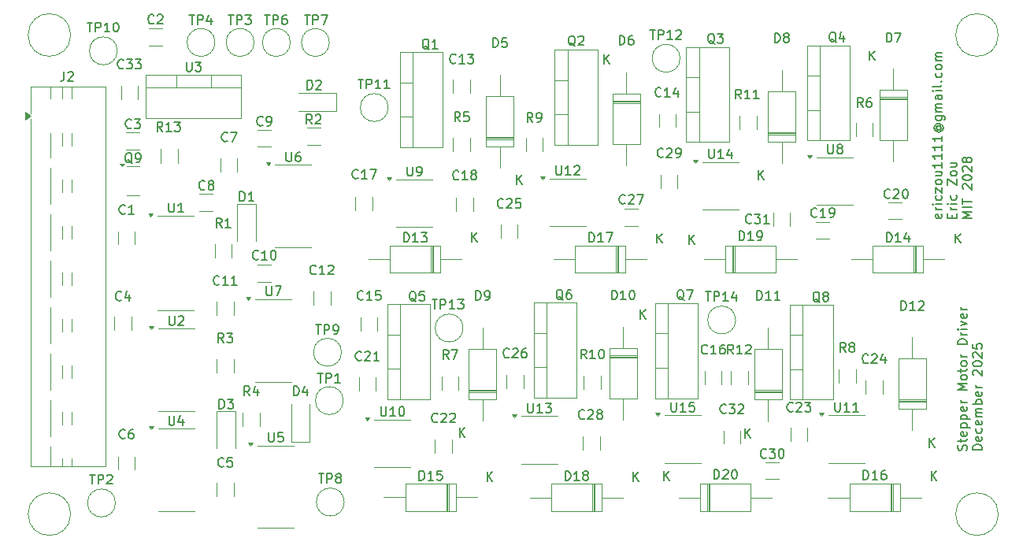
<source format=gto>
%TF.GenerationSoftware,KiCad,Pcbnew,9.0.2*%
%TF.CreationDate,2025-12-17T22:35:22-05:00*%
%TF.ProjectId,motor-driver,6d6f746f-722d-4647-9269-7665722e6b69,rev?*%
%TF.SameCoordinates,Original*%
%TF.FileFunction,Legend,Top*%
%TF.FilePolarity,Positive*%
%FSLAX46Y46*%
G04 Gerber Fmt 4.6, Leading zero omitted, Abs format (unit mm)*
G04 Created by KiCad (PCBNEW 9.0.2) date 2025-12-17 22:35:22*
%MOMM*%
%LPD*%
G01*
G04 APERTURE LIST*
%ADD10C,0.150000*%
%ADD11C,0.120000*%
G04 APERTURE END LIST*
D10*
X143147312Y-65682268D02*
X143194931Y-65777506D01*
X143194931Y-65777506D02*
X143194931Y-65967982D01*
X143194931Y-65967982D02*
X143147312Y-66063220D01*
X143147312Y-66063220D02*
X143052073Y-66110839D01*
X143052073Y-66110839D02*
X142671121Y-66110839D01*
X142671121Y-66110839D02*
X142575883Y-66063220D01*
X142575883Y-66063220D02*
X142528264Y-65967982D01*
X142528264Y-65967982D02*
X142528264Y-65777506D01*
X142528264Y-65777506D02*
X142575883Y-65682268D01*
X142575883Y-65682268D02*
X142671121Y-65634649D01*
X142671121Y-65634649D02*
X142766359Y-65634649D01*
X142766359Y-65634649D02*
X142861597Y-66110839D01*
X143194931Y-65206077D02*
X142528264Y-65206077D01*
X142718740Y-65206077D02*
X142623502Y-65158458D01*
X142623502Y-65158458D02*
X142575883Y-65110839D01*
X142575883Y-65110839D02*
X142528264Y-65015601D01*
X142528264Y-65015601D02*
X142528264Y-64920363D01*
X143194931Y-64587029D02*
X142528264Y-64587029D01*
X142194931Y-64587029D02*
X142242550Y-64634648D01*
X142242550Y-64634648D02*
X142290169Y-64587029D01*
X142290169Y-64587029D02*
X142242550Y-64539410D01*
X142242550Y-64539410D02*
X142194931Y-64587029D01*
X142194931Y-64587029D02*
X142290169Y-64587029D01*
X143147312Y-63682268D02*
X143194931Y-63777506D01*
X143194931Y-63777506D02*
X143194931Y-63967982D01*
X143194931Y-63967982D02*
X143147312Y-64063220D01*
X143147312Y-64063220D02*
X143099692Y-64110839D01*
X143099692Y-64110839D02*
X143004454Y-64158458D01*
X143004454Y-64158458D02*
X142718740Y-64158458D01*
X142718740Y-64158458D02*
X142623502Y-64110839D01*
X142623502Y-64110839D02*
X142575883Y-64063220D01*
X142575883Y-64063220D02*
X142528264Y-63967982D01*
X142528264Y-63967982D02*
X142528264Y-63777506D01*
X142528264Y-63777506D02*
X142575883Y-63682268D01*
X142528264Y-63348934D02*
X142528264Y-62825125D01*
X142528264Y-62825125D02*
X143194931Y-63348934D01*
X143194931Y-63348934D02*
X143194931Y-62825125D01*
X143194931Y-62301315D02*
X143147312Y-62396553D01*
X143147312Y-62396553D02*
X143099692Y-62444172D01*
X143099692Y-62444172D02*
X143004454Y-62491791D01*
X143004454Y-62491791D02*
X142718740Y-62491791D01*
X142718740Y-62491791D02*
X142623502Y-62444172D01*
X142623502Y-62444172D02*
X142575883Y-62396553D01*
X142575883Y-62396553D02*
X142528264Y-62301315D01*
X142528264Y-62301315D02*
X142528264Y-62158458D01*
X142528264Y-62158458D02*
X142575883Y-62063220D01*
X142575883Y-62063220D02*
X142623502Y-62015601D01*
X142623502Y-62015601D02*
X142718740Y-61967982D01*
X142718740Y-61967982D02*
X143004454Y-61967982D01*
X143004454Y-61967982D02*
X143099692Y-62015601D01*
X143099692Y-62015601D02*
X143147312Y-62063220D01*
X143147312Y-62063220D02*
X143194931Y-62158458D01*
X143194931Y-62158458D02*
X143194931Y-62301315D01*
X142528264Y-61110839D02*
X143194931Y-61110839D01*
X142528264Y-61539410D02*
X143052073Y-61539410D01*
X143052073Y-61539410D02*
X143147312Y-61491791D01*
X143147312Y-61491791D02*
X143194931Y-61396553D01*
X143194931Y-61396553D02*
X143194931Y-61253696D01*
X143194931Y-61253696D02*
X143147312Y-61158458D01*
X143147312Y-61158458D02*
X143099692Y-61110839D01*
X143194931Y-60110839D02*
X143194931Y-60682267D01*
X143194931Y-60396553D02*
X142194931Y-60396553D01*
X142194931Y-60396553D02*
X142337788Y-60491791D01*
X142337788Y-60491791D02*
X142433026Y-60587029D01*
X142433026Y-60587029D02*
X142480645Y-60682267D01*
X143194931Y-59158458D02*
X143194931Y-59729886D01*
X143194931Y-59444172D02*
X142194931Y-59444172D01*
X142194931Y-59444172D02*
X142337788Y-59539410D01*
X142337788Y-59539410D02*
X142433026Y-59634648D01*
X142433026Y-59634648D02*
X142480645Y-59729886D01*
X143194931Y-58206077D02*
X143194931Y-58777505D01*
X143194931Y-58491791D02*
X142194931Y-58491791D01*
X142194931Y-58491791D02*
X142337788Y-58587029D01*
X142337788Y-58587029D02*
X142433026Y-58682267D01*
X142433026Y-58682267D02*
X142480645Y-58777505D01*
X143194931Y-57253696D02*
X143194931Y-57825124D01*
X143194931Y-57539410D02*
X142194931Y-57539410D01*
X142194931Y-57539410D02*
X142337788Y-57634648D01*
X142337788Y-57634648D02*
X142433026Y-57729886D01*
X142433026Y-57729886D02*
X142480645Y-57825124D01*
X142718740Y-56206077D02*
X142671121Y-56253696D01*
X142671121Y-56253696D02*
X142623502Y-56348934D01*
X142623502Y-56348934D02*
X142623502Y-56444172D01*
X142623502Y-56444172D02*
X142671121Y-56539410D01*
X142671121Y-56539410D02*
X142718740Y-56587029D01*
X142718740Y-56587029D02*
X142813978Y-56634648D01*
X142813978Y-56634648D02*
X142909216Y-56634648D01*
X142909216Y-56634648D02*
X143004454Y-56587029D01*
X143004454Y-56587029D02*
X143052073Y-56539410D01*
X143052073Y-56539410D02*
X143099692Y-56444172D01*
X143099692Y-56444172D02*
X143099692Y-56348934D01*
X143099692Y-56348934D02*
X143052073Y-56253696D01*
X143052073Y-56253696D02*
X143004454Y-56206077D01*
X142623502Y-56206077D02*
X143004454Y-56206077D01*
X143004454Y-56206077D02*
X143052073Y-56158458D01*
X143052073Y-56158458D02*
X143052073Y-56110839D01*
X143052073Y-56110839D02*
X143004454Y-56015600D01*
X143004454Y-56015600D02*
X142909216Y-55967981D01*
X142909216Y-55967981D02*
X142671121Y-55967981D01*
X142671121Y-55967981D02*
X142528264Y-56063220D01*
X142528264Y-56063220D02*
X142433026Y-56206077D01*
X142433026Y-56206077D02*
X142385407Y-56396553D01*
X142385407Y-56396553D02*
X142433026Y-56587029D01*
X142433026Y-56587029D02*
X142528264Y-56729886D01*
X142528264Y-56729886D02*
X142671121Y-56825124D01*
X142671121Y-56825124D02*
X142861597Y-56872743D01*
X142861597Y-56872743D02*
X143052073Y-56825124D01*
X143052073Y-56825124D02*
X143194931Y-56729886D01*
X143194931Y-56729886D02*
X143290169Y-56587029D01*
X143290169Y-56587029D02*
X143337788Y-56396553D01*
X143337788Y-56396553D02*
X143290169Y-56206077D01*
X143290169Y-56206077D02*
X143194931Y-56063220D01*
X142528264Y-55110839D02*
X143337788Y-55110839D01*
X143337788Y-55110839D02*
X143433026Y-55158458D01*
X143433026Y-55158458D02*
X143480645Y-55206077D01*
X143480645Y-55206077D02*
X143528264Y-55301315D01*
X143528264Y-55301315D02*
X143528264Y-55444172D01*
X143528264Y-55444172D02*
X143480645Y-55539410D01*
X143147312Y-55110839D02*
X143194931Y-55206077D01*
X143194931Y-55206077D02*
X143194931Y-55396553D01*
X143194931Y-55396553D02*
X143147312Y-55491791D01*
X143147312Y-55491791D02*
X143099692Y-55539410D01*
X143099692Y-55539410D02*
X143004454Y-55587029D01*
X143004454Y-55587029D02*
X142718740Y-55587029D01*
X142718740Y-55587029D02*
X142623502Y-55539410D01*
X142623502Y-55539410D02*
X142575883Y-55491791D01*
X142575883Y-55491791D02*
X142528264Y-55396553D01*
X142528264Y-55396553D02*
X142528264Y-55206077D01*
X142528264Y-55206077D02*
X142575883Y-55110839D01*
X143194931Y-54634648D02*
X142528264Y-54634648D01*
X142623502Y-54634648D02*
X142575883Y-54587029D01*
X142575883Y-54587029D02*
X142528264Y-54491791D01*
X142528264Y-54491791D02*
X142528264Y-54348934D01*
X142528264Y-54348934D02*
X142575883Y-54253696D01*
X142575883Y-54253696D02*
X142671121Y-54206077D01*
X142671121Y-54206077D02*
X143194931Y-54206077D01*
X142671121Y-54206077D02*
X142575883Y-54158458D01*
X142575883Y-54158458D02*
X142528264Y-54063220D01*
X142528264Y-54063220D02*
X142528264Y-53920363D01*
X142528264Y-53920363D02*
X142575883Y-53825124D01*
X142575883Y-53825124D02*
X142671121Y-53777505D01*
X142671121Y-53777505D02*
X143194931Y-53777505D01*
X143194931Y-52872744D02*
X142671121Y-52872744D01*
X142671121Y-52872744D02*
X142575883Y-52920363D01*
X142575883Y-52920363D02*
X142528264Y-53015601D01*
X142528264Y-53015601D02*
X142528264Y-53206077D01*
X142528264Y-53206077D02*
X142575883Y-53301315D01*
X143147312Y-52872744D02*
X143194931Y-52967982D01*
X143194931Y-52967982D02*
X143194931Y-53206077D01*
X143194931Y-53206077D02*
X143147312Y-53301315D01*
X143147312Y-53301315D02*
X143052073Y-53348934D01*
X143052073Y-53348934D02*
X142956835Y-53348934D01*
X142956835Y-53348934D02*
X142861597Y-53301315D01*
X142861597Y-53301315D02*
X142813978Y-53206077D01*
X142813978Y-53206077D02*
X142813978Y-52967982D01*
X142813978Y-52967982D02*
X142766359Y-52872744D01*
X143194931Y-52396553D02*
X142528264Y-52396553D01*
X142194931Y-52396553D02*
X142242550Y-52444172D01*
X142242550Y-52444172D02*
X142290169Y-52396553D01*
X142290169Y-52396553D02*
X142242550Y-52348934D01*
X142242550Y-52348934D02*
X142194931Y-52396553D01*
X142194931Y-52396553D02*
X142290169Y-52396553D01*
X143194931Y-51777506D02*
X143147312Y-51872744D01*
X143147312Y-51872744D02*
X143052073Y-51920363D01*
X143052073Y-51920363D02*
X142194931Y-51920363D01*
X143099692Y-51396553D02*
X143147312Y-51348934D01*
X143147312Y-51348934D02*
X143194931Y-51396553D01*
X143194931Y-51396553D02*
X143147312Y-51444172D01*
X143147312Y-51444172D02*
X143099692Y-51396553D01*
X143099692Y-51396553D02*
X143194931Y-51396553D01*
X143147312Y-50491792D02*
X143194931Y-50587030D01*
X143194931Y-50587030D02*
X143194931Y-50777506D01*
X143194931Y-50777506D02*
X143147312Y-50872744D01*
X143147312Y-50872744D02*
X143099692Y-50920363D01*
X143099692Y-50920363D02*
X143004454Y-50967982D01*
X143004454Y-50967982D02*
X142718740Y-50967982D01*
X142718740Y-50967982D02*
X142623502Y-50920363D01*
X142623502Y-50920363D02*
X142575883Y-50872744D01*
X142575883Y-50872744D02*
X142528264Y-50777506D01*
X142528264Y-50777506D02*
X142528264Y-50587030D01*
X142528264Y-50587030D02*
X142575883Y-50491792D01*
X143194931Y-49920363D02*
X143147312Y-50015601D01*
X143147312Y-50015601D02*
X143099692Y-50063220D01*
X143099692Y-50063220D02*
X143004454Y-50110839D01*
X143004454Y-50110839D02*
X142718740Y-50110839D01*
X142718740Y-50110839D02*
X142623502Y-50063220D01*
X142623502Y-50063220D02*
X142575883Y-50015601D01*
X142575883Y-50015601D02*
X142528264Y-49920363D01*
X142528264Y-49920363D02*
X142528264Y-49777506D01*
X142528264Y-49777506D02*
X142575883Y-49682268D01*
X142575883Y-49682268D02*
X142623502Y-49634649D01*
X142623502Y-49634649D02*
X142718740Y-49587030D01*
X142718740Y-49587030D02*
X143004454Y-49587030D01*
X143004454Y-49587030D02*
X143099692Y-49634649D01*
X143099692Y-49634649D02*
X143147312Y-49682268D01*
X143147312Y-49682268D02*
X143194931Y-49777506D01*
X143194931Y-49777506D02*
X143194931Y-49920363D01*
X143194931Y-49158458D02*
X142528264Y-49158458D01*
X142623502Y-49158458D02*
X142575883Y-49110839D01*
X142575883Y-49110839D02*
X142528264Y-49015601D01*
X142528264Y-49015601D02*
X142528264Y-48872744D01*
X142528264Y-48872744D02*
X142575883Y-48777506D01*
X142575883Y-48777506D02*
X142671121Y-48729887D01*
X142671121Y-48729887D02*
X143194931Y-48729887D01*
X142671121Y-48729887D02*
X142575883Y-48682268D01*
X142575883Y-48682268D02*
X142528264Y-48587030D01*
X142528264Y-48587030D02*
X142528264Y-48444173D01*
X142528264Y-48444173D02*
X142575883Y-48348934D01*
X142575883Y-48348934D02*
X142671121Y-48301315D01*
X142671121Y-48301315D02*
X143194931Y-48301315D01*
X144281065Y-66063220D02*
X144281065Y-65729887D01*
X144804875Y-65587030D02*
X144804875Y-66063220D01*
X144804875Y-66063220D02*
X143804875Y-66063220D01*
X143804875Y-66063220D02*
X143804875Y-65587030D01*
X144804875Y-65158458D02*
X144138208Y-65158458D01*
X144328684Y-65158458D02*
X144233446Y-65110839D01*
X144233446Y-65110839D02*
X144185827Y-65063220D01*
X144185827Y-65063220D02*
X144138208Y-64967982D01*
X144138208Y-64967982D02*
X144138208Y-64872744D01*
X144804875Y-64539410D02*
X144138208Y-64539410D01*
X143804875Y-64539410D02*
X143852494Y-64587029D01*
X143852494Y-64587029D02*
X143900113Y-64539410D01*
X143900113Y-64539410D02*
X143852494Y-64491791D01*
X143852494Y-64491791D02*
X143804875Y-64539410D01*
X143804875Y-64539410D02*
X143900113Y-64539410D01*
X144757256Y-63634649D02*
X144804875Y-63729887D01*
X144804875Y-63729887D02*
X144804875Y-63920363D01*
X144804875Y-63920363D02*
X144757256Y-64015601D01*
X144757256Y-64015601D02*
X144709636Y-64063220D01*
X144709636Y-64063220D02*
X144614398Y-64110839D01*
X144614398Y-64110839D02*
X144328684Y-64110839D01*
X144328684Y-64110839D02*
X144233446Y-64063220D01*
X144233446Y-64063220D02*
X144185827Y-64015601D01*
X144185827Y-64015601D02*
X144138208Y-63920363D01*
X144138208Y-63920363D02*
X144138208Y-63729887D01*
X144138208Y-63729887D02*
X144185827Y-63634649D01*
X143804875Y-62539410D02*
X143804875Y-61872744D01*
X143804875Y-61872744D02*
X144804875Y-62539410D01*
X144804875Y-62539410D02*
X144804875Y-61872744D01*
X144804875Y-61348934D02*
X144757256Y-61444172D01*
X144757256Y-61444172D02*
X144709636Y-61491791D01*
X144709636Y-61491791D02*
X144614398Y-61539410D01*
X144614398Y-61539410D02*
X144328684Y-61539410D01*
X144328684Y-61539410D02*
X144233446Y-61491791D01*
X144233446Y-61491791D02*
X144185827Y-61444172D01*
X144185827Y-61444172D02*
X144138208Y-61348934D01*
X144138208Y-61348934D02*
X144138208Y-61206077D01*
X144138208Y-61206077D02*
X144185827Y-61110839D01*
X144185827Y-61110839D02*
X144233446Y-61063220D01*
X144233446Y-61063220D02*
X144328684Y-61015601D01*
X144328684Y-61015601D02*
X144614398Y-61015601D01*
X144614398Y-61015601D02*
X144709636Y-61063220D01*
X144709636Y-61063220D02*
X144757256Y-61110839D01*
X144757256Y-61110839D02*
X144804875Y-61206077D01*
X144804875Y-61206077D02*
X144804875Y-61348934D01*
X144138208Y-60158458D02*
X144804875Y-60158458D01*
X144138208Y-60587029D02*
X144662017Y-60587029D01*
X144662017Y-60587029D02*
X144757256Y-60539410D01*
X144757256Y-60539410D02*
X144804875Y-60444172D01*
X144804875Y-60444172D02*
X144804875Y-60301315D01*
X144804875Y-60301315D02*
X144757256Y-60206077D01*
X144757256Y-60206077D02*
X144709636Y-60158458D01*
X146414819Y-66063220D02*
X145414819Y-66063220D01*
X145414819Y-66063220D02*
X146129104Y-65729887D01*
X146129104Y-65729887D02*
X145414819Y-65396554D01*
X145414819Y-65396554D02*
X146414819Y-65396554D01*
X146414819Y-64920363D02*
X145414819Y-64920363D01*
X145414819Y-64587030D02*
X145414819Y-64015602D01*
X146414819Y-64301316D02*
X145414819Y-64301316D01*
X145510057Y-62967982D02*
X145462438Y-62920363D01*
X145462438Y-62920363D02*
X145414819Y-62825125D01*
X145414819Y-62825125D02*
X145414819Y-62587030D01*
X145414819Y-62587030D02*
X145462438Y-62491792D01*
X145462438Y-62491792D02*
X145510057Y-62444173D01*
X145510057Y-62444173D02*
X145605295Y-62396554D01*
X145605295Y-62396554D02*
X145700533Y-62396554D01*
X145700533Y-62396554D02*
X145843390Y-62444173D01*
X145843390Y-62444173D02*
X146414819Y-63015601D01*
X146414819Y-63015601D02*
X146414819Y-62396554D01*
X145414819Y-61777506D02*
X145414819Y-61682268D01*
X145414819Y-61682268D02*
X145462438Y-61587030D01*
X145462438Y-61587030D02*
X145510057Y-61539411D01*
X145510057Y-61539411D02*
X145605295Y-61491792D01*
X145605295Y-61491792D02*
X145795771Y-61444173D01*
X145795771Y-61444173D02*
X146033866Y-61444173D01*
X146033866Y-61444173D02*
X146224342Y-61491792D01*
X146224342Y-61491792D02*
X146319580Y-61539411D01*
X146319580Y-61539411D02*
X146367200Y-61587030D01*
X146367200Y-61587030D02*
X146414819Y-61682268D01*
X146414819Y-61682268D02*
X146414819Y-61777506D01*
X146414819Y-61777506D02*
X146367200Y-61872744D01*
X146367200Y-61872744D02*
X146319580Y-61920363D01*
X146319580Y-61920363D02*
X146224342Y-61967982D01*
X146224342Y-61967982D02*
X146033866Y-62015601D01*
X146033866Y-62015601D02*
X145795771Y-62015601D01*
X145795771Y-62015601D02*
X145605295Y-61967982D01*
X145605295Y-61967982D02*
X145510057Y-61920363D01*
X145510057Y-61920363D02*
X145462438Y-61872744D01*
X145462438Y-61872744D02*
X145414819Y-61777506D01*
X145510057Y-61063220D02*
X145462438Y-61015601D01*
X145462438Y-61015601D02*
X145414819Y-60920363D01*
X145414819Y-60920363D02*
X145414819Y-60682268D01*
X145414819Y-60682268D02*
X145462438Y-60587030D01*
X145462438Y-60587030D02*
X145510057Y-60539411D01*
X145510057Y-60539411D02*
X145605295Y-60491792D01*
X145605295Y-60491792D02*
X145700533Y-60491792D01*
X145700533Y-60491792D02*
X145843390Y-60539411D01*
X145843390Y-60539411D02*
X146414819Y-61110839D01*
X146414819Y-61110839D02*
X146414819Y-60491792D01*
X145843390Y-59920363D02*
X145795771Y-60015601D01*
X145795771Y-60015601D02*
X145748152Y-60063220D01*
X145748152Y-60063220D02*
X145652914Y-60110839D01*
X145652914Y-60110839D02*
X145605295Y-60110839D01*
X145605295Y-60110839D02*
X145510057Y-60063220D01*
X145510057Y-60063220D02*
X145462438Y-60015601D01*
X145462438Y-60015601D02*
X145414819Y-59920363D01*
X145414819Y-59920363D02*
X145414819Y-59729887D01*
X145414819Y-59729887D02*
X145462438Y-59634649D01*
X145462438Y-59634649D02*
X145510057Y-59587030D01*
X145510057Y-59587030D02*
X145605295Y-59539411D01*
X145605295Y-59539411D02*
X145652914Y-59539411D01*
X145652914Y-59539411D02*
X145748152Y-59587030D01*
X145748152Y-59587030D02*
X145795771Y-59634649D01*
X145795771Y-59634649D02*
X145843390Y-59729887D01*
X145843390Y-59729887D02*
X145843390Y-59920363D01*
X145843390Y-59920363D02*
X145891009Y-60015601D01*
X145891009Y-60015601D02*
X145938628Y-60063220D01*
X145938628Y-60063220D02*
X146033866Y-60110839D01*
X146033866Y-60110839D02*
X146224342Y-60110839D01*
X146224342Y-60110839D02*
X146319580Y-60063220D01*
X146319580Y-60063220D02*
X146367200Y-60015601D01*
X146367200Y-60015601D02*
X146414819Y-59920363D01*
X146414819Y-59920363D02*
X146414819Y-59729887D01*
X146414819Y-59729887D02*
X146367200Y-59634649D01*
X146367200Y-59634649D02*
X146319580Y-59587030D01*
X146319580Y-59587030D02*
X146224342Y-59539411D01*
X146224342Y-59539411D02*
X146033866Y-59539411D01*
X146033866Y-59539411D02*
X145938628Y-59587030D01*
X145938628Y-59587030D02*
X145891009Y-59634649D01*
X145891009Y-59634649D02*
X145843390Y-59729887D01*
X145857256Y-91030839D02*
X145904875Y-90887982D01*
X145904875Y-90887982D02*
X145904875Y-90649887D01*
X145904875Y-90649887D02*
X145857256Y-90554649D01*
X145857256Y-90554649D02*
X145809636Y-90507030D01*
X145809636Y-90507030D02*
X145714398Y-90459411D01*
X145714398Y-90459411D02*
X145619160Y-90459411D01*
X145619160Y-90459411D02*
X145523922Y-90507030D01*
X145523922Y-90507030D02*
X145476303Y-90554649D01*
X145476303Y-90554649D02*
X145428684Y-90649887D01*
X145428684Y-90649887D02*
X145381065Y-90840363D01*
X145381065Y-90840363D02*
X145333446Y-90935601D01*
X145333446Y-90935601D02*
X145285827Y-90983220D01*
X145285827Y-90983220D02*
X145190589Y-91030839D01*
X145190589Y-91030839D02*
X145095351Y-91030839D01*
X145095351Y-91030839D02*
X145000113Y-90983220D01*
X145000113Y-90983220D02*
X144952494Y-90935601D01*
X144952494Y-90935601D02*
X144904875Y-90840363D01*
X144904875Y-90840363D02*
X144904875Y-90602268D01*
X144904875Y-90602268D02*
X144952494Y-90459411D01*
X145238208Y-90173696D02*
X145238208Y-89792744D01*
X144904875Y-90030839D02*
X145762017Y-90030839D01*
X145762017Y-90030839D02*
X145857256Y-89983220D01*
X145857256Y-89983220D02*
X145904875Y-89887982D01*
X145904875Y-89887982D02*
X145904875Y-89792744D01*
X145857256Y-89078458D02*
X145904875Y-89173696D01*
X145904875Y-89173696D02*
X145904875Y-89364172D01*
X145904875Y-89364172D02*
X145857256Y-89459410D01*
X145857256Y-89459410D02*
X145762017Y-89507029D01*
X145762017Y-89507029D02*
X145381065Y-89507029D01*
X145381065Y-89507029D02*
X145285827Y-89459410D01*
X145285827Y-89459410D02*
X145238208Y-89364172D01*
X145238208Y-89364172D02*
X145238208Y-89173696D01*
X145238208Y-89173696D02*
X145285827Y-89078458D01*
X145285827Y-89078458D02*
X145381065Y-89030839D01*
X145381065Y-89030839D02*
X145476303Y-89030839D01*
X145476303Y-89030839D02*
X145571541Y-89507029D01*
X145238208Y-88602267D02*
X146238208Y-88602267D01*
X145285827Y-88602267D02*
X145238208Y-88507029D01*
X145238208Y-88507029D02*
X145238208Y-88316553D01*
X145238208Y-88316553D02*
X145285827Y-88221315D01*
X145285827Y-88221315D02*
X145333446Y-88173696D01*
X145333446Y-88173696D02*
X145428684Y-88126077D01*
X145428684Y-88126077D02*
X145714398Y-88126077D01*
X145714398Y-88126077D02*
X145809636Y-88173696D01*
X145809636Y-88173696D02*
X145857256Y-88221315D01*
X145857256Y-88221315D02*
X145904875Y-88316553D01*
X145904875Y-88316553D02*
X145904875Y-88507029D01*
X145904875Y-88507029D02*
X145857256Y-88602267D01*
X145238208Y-87697505D02*
X146238208Y-87697505D01*
X145285827Y-87697505D02*
X145238208Y-87602267D01*
X145238208Y-87602267D02*
X145238208Y-87411791D01*
X145238208Y-87411791D02*
X145285827Y-87316553D01*
X145285827Y-87316553D02*
X145333446Y-87268934D01*
X145333446Y-87268934D02*
X145428684Y-87221315D01*
X145428684Y-87221315D02*
X145714398Y-87221315D01*
X145714398Y-87221315D02*
X145809636Y-87268934D01*
X145809636Y-87268934D02*
X145857256Y-87316553D01*
X145857256Y-87316553D02*
X145904875Y-87411791D01*
X145904875Y-87411791D02*
X145904875Y-87602267D01*
X145904875Y-87602267D02*
X145857256Y-87697505D01*
X145857256Y-86411791D02*
X145904875Y-86507029D01*
X145904875Y-86507029D02*
X145904875Y-86697505D01*
X145904875Y-86697505D02*
X145857256Y-86792743D01*
X145857256Y-86792743D02*
X145762017Y-86840362D01*
X145762017Y-86840362D02*
X145381065Y-86840362D01*
X145381065Y-86840362D02*
X145285827Y-86792743D01*
X145285827Y-86792743D02*
X145238208Y-86697505D01*
X145238208Y-86697505D02*
X145238208Y-86507029D01*
X145238208Y-86507029D02*
X145285827Y-86411791D01*
X145285827Y-86411791D02*
X145381065Y-86364172D01*
X145381065Y-86364172D02*
X145476303Y-86364172D01*
X145476303Y-86364172D02*
X145571541Y-86840362D01*
X145904875Y-85935600D02*
X145238208Y-85935600D01*
X145428684Y-85935600D02*
X145333446Y-85887981D01*
X145333446Y-85887981D02*
X145285827Y-85840362D01*
X145285827Y-85840362D02*
X145238208Y-85745124D01*
X145238208Y-85745124D02*
X145238208Y-85649886D01*
X145904875Y-84554647D02*
X144904875Y-84554647D01*
X144904875Y-84554647D02*
X145619160Y-84221314D01*
X145619160Y-84221314D02*
X144904875Y-83887981D01*
X144904875Y-83887981D02*
X145904875Y-83887981D01*
X145904875Y-83268933D02*
X145857256Y-83364171D01*
X145857256Y-83364171D02*
X145809636Y-83411790D01*
X145809636Y-83411790D02*
X145714398Y-83459409D01*
X145714398Y-83459409D02*
X145428684Y-83459409D01*
X145428684Y-83459409D02*
X145333446Y-83411790D01*
X145333446Y-83411790D02*
X145285827Y-83364171D01*
X145285827Y-83364171D02*
X145238208Y-83268933D01*
X145238208Y-83268933D02*
X145238208Y-83126076D01*
X145238208Y-83126076D02*
X145285827Y-83030838D01*
X145285827Y-83030838D02*
X145333446Y-82983219D01*
X145333446Y-82983219D02*
X145428684Y-82935600D01*
X145428684Y-82935600D02*
X145714398Y-82935600D01*
X145714398Y-82935600D02*
X145809636Y-82983219D01*
X145809636Y-82983219D02*
X145857256Y-83030838D01*
X145857256Y-83030838D02*
X145904875Y-83126076D01*
X145904875Y-83126076D02*
X145904875Y-83268933D01*
X145238208Y-82649885D02*
X145238208Y-82268933D01*
X144904875Y-82507028D02*
X145762017Y-82507028D01*
X145762017Y-82507028D02*
X145857256Y-82459409D01*
X145857256Y-82459409D02*
X145904875Y-82364171D01*
X145904875Y-82364171D02*
X145904875Y-82268933D01*
X145904875Y-81792742D02*
X145857256Y-81887980D01*
X145857256Y-81887980D02*
X145809636Y-81935599D01*
X145809636Y-81935599D02*
X145714398Y-81983218D01*
X145714398Y-81983218D02*
X145428684Y-81983218D01*
X145428684Y-81983218D02*
X145333446Y-81935599D01*
X145333446Y-81935599D02*
X145285827Y-81887980D01*
X145285827Y-81887980D02*
X145238208Y-81792742D01*
X145238208Y-81792742D02*
X145238208Y-81649885D01*
X145238208Y-81649885D02*
X145285827Y-81554647D01*
X145285827Y-81554647D02*
X145333446Y-81507028D01*
X145333446Y-81507028D02*
X145428684Y-81459409D01*
X145428684Y-81459409D02*
X145714398Y-81459409D01*
X145714398Y-81459409D02*
X145809636Y-81507028D01*
X145809636Y-81507028D02*
X145857256Y-81554647D01*
X145857256Y-81554647D02*
X145904875Y-81649885D01*
X145904875Y-81649885D02*
X145904875Y-81792742D01*
X145904875Y-81030837D02*
X145238208Y-81030837D01*
X145428684Y-81030837D02*
X145333446Y-80983218D01*
X145333446Y-80983218D02*
X145285827Y-80935599D01*
X145285827Y-80935599D02*
X145238208Y-80840361D01*
X145238208Y-80840361D02*
X145238208Y-80745123D01*
X145904875Y-79649884D02*
X144904875Y-79649884D01*
X144904875Y-79649884D02*
X144904875Y-79411789D01*
X144904875Y-79411789D02*
X144952494Y-79268932D01*
X144952494Y-79268932D02*
X145047732Y-79173694D01*
X145047732Y-79173694D02*
X145142970Y-79126075D01*
X145142970Y-79126075D02*
X145333446Y-79078456D01*
X145333446Y-79078456D02*
X145476303Y-79078456D01*
X145476303Y-79078456D02*
X145666779Y-79126075D01*
X145666779Y-79126075D02*
X145762017Y-79173694D01*
X145762017Y-79173694D02*
X145857256Y-79268932D01*
X145857256Y-79268932D02*
X145904875Y-79411789D01*
X145904875Y-79411789D02*
X145904875Y-79649884D01*
X145904875Y-78649884D02*
X145238208Y-78649884D01*
X145428684Y-78649884D02*
X145333446Y-78602265D01*
X145333446Y-78602265D02*
X145285827Y-78554646D01*
X145285827Y-78554646D02*
X145238208Y-78459408D01*
X145238208Y-78459408D02*
X145238208Y-78364170D01*
X145904875Y-78030836D02*
X145238208Y-78030836D01*
X144904875Y-78030836D02*
X144952494Y-78078455D01*
X144952494Y-78078455D02*
X145000113Y-78030836D01*
X145000113Y-78030836D02*
X144952494Y-77983217D01*
X144952494Y-77983217D02*
X144904875Y-78030836D01*
X144904875Y-78030836D02*
X145000113Y-78030836D01*
X145238208Y-77649884D02*
X145904875Y-77411789D01*
X145904875Y-77411789D02*
X145238208Y-77173694D01*
X145857256Y-76411789D02*
X145904875Y-76507027D01*
X145904875Y-76507027D02*
X145904875Y-76697503D01*
X145904875Y-76697503D02*
X145857256Y-76792741D01*
X145857256Y-76792741D02*
X145762017Y-76840360D01*
X145762017Y-76840360D02*
X145381065Y-76840360D01*
X145381065Y-76840360D02*
X145285827Y-76792741D01*
X145285827Y-76792741D02*
X145238208Y-76697503D01*
X145238208Y-76697503D02*
X145238208Y-76507027D01*
X145238208Y-76507027D02*
X145285827Y-76411789D01*
X145285827Y-76411789D02*
X145381065Y-76364170D01*
X145381065Y-76364170D02*
X145476303Y-76364170D01*
X145476303Y-76364170D02*
X145571541Y-76840360D01*
X145904875Y-75935598D02*
X145238208Y-75935598D01*
X145428684Y-75935598D02*
X145333446Y-75887979D01*
X145333446Y-75887979D02*
X145285827Y-75840360D01*
X145285827Y-75840360D02*
X145238208Y-75745122D01*
X145238208Y-75745122D02*
X145238208Y-75649884D01*
X147514819Y-90983220D02*
X146514819Y-90983220D01*
X146514819Y-90983220D02*
X146514819Y-90745125D01*
X146514819Y-90745125D02*
X146562438Y-90602268D01*
X146562438Y-90602268D02*
X146657676Y-90507030D01*
X146657676Y-90507030D02*
X146752914Y-90459411D01*
X146752914Y-90459411D02*
X146943390Y-90411792D01*
X146943390Y-90411792D02*
X147086247Y-90411792D01*
X147086247Y-90411792D02*
X147276723Y-90459411D01*
X147276723Y-90459411D02*
X147371961Y-90507030D01*
X147371961Y-90507030D02*
X147467200Y-90602268D01*
X147467200Y-90602268D02*
X147514819Y-90745125D01*
X147514819Y-90745125D02*
X147514819Y-90983220D01*
X147467200Y-89602268D02*
X147514819Y-89697506D01*
X147514819Y-89697506D02*
X147514819Y-89887982D01*
X147514819Y-89887982D02*
X147467200Y-89983220D01*
X147467200Y-89983220D02*
X147371961Y-90030839D01*
X147371961Y-90030839D02*
X146991009Y-90030839D01*
X146991009Y-90030839D02*
X146895771Y-89983220D01*
X146895771Y-89983220D02*
X146848152Y-89887982D01*
X146848152Y-89887982D02*
X146848152Y-89697506D01*
X146848152Y-89697506D02*
X146895771Y-89602268D01*
X146895771Y-89602268D02*
X146991009Y-89554649D01*
X146991009Y-89554649D02*
X147086247Y-89554649D01*
X147086247Y-89554649D02*
X147181485Y-90030839D01*
X147467200Y-88697506D02*
X147514819Y-88792744D01*
X147514819Y-88792744D02*
X147514819Y-88983220D01*
X147514819Y-88983220D02*
X147467200Y-89078458D01*
X147467200Y-89078458D02*
X147419580Y-89126077D01*
X147419580Y-89126077D02*
X147324342Y-89173696D01*
X147324342Y-89173696D02*
X147038628Y-89173696D01*
X147038628Y-89173696D02*
X146943390Y-89126077D01*
X146943390Y-89126077D02*
X146895771Y-89078458D01*
X146895771Y-89078458D02*
X146848152Y-88983220D01*
X146848152Y-88983220D02*
X146848152Y-88792744D01*
X146848152Y-88792744D02*
X146895771Y-88697506D01*
X147467200Y-87887982D02*
X147514819Y-87983220D01*
X147514819Y-87983220D02*
X147514819Y-88173696D01*
X147514819Y-88173696D02*
X147467200Y-88268934D01*
X147467200Y-88268934D02*
X147371961Y-88316553D01*
X147371961Y-88316553D02*
X146991009Y-88316553D01*
X146991009Y-88316553D02*
X146895771Y-88268934D01*
X146895771Y-88268934D02*
X146848152Y-88173696D01*
X146848152Y-88173696D02*
X146848152Y-87983220D01*
X146848152Y-87983220D02*
X146895771Y-87887982D01*
X146895771Y-87887982D02*
X146991009Y-87840363D01*
X146991009Y-87840363D02*
X147086247Y-87840363D01*
X147086247Y-87840363D02*
X147181485Y-88316553D01*
X147514819Y-87411791D02*
X146848152Y-87411791D01*
X146943390Y-87411791D02*
X146895771Y-87364172D01*
X146895771Y-87364172D02*
X146848152Y-87268934D01*
X146848152Y-87268934D02*
X146848152Y-87126077D01*
X146848152Y-87126077D02*
X146895771Y-87030839D01*
X146895771Y-87030839D02*
X146991009Y-86983220D01*
X146991009Y-86983220D02*
X147514819Y-86983220D01*
X146991009Y-86983220D02*
X146895771Y-86935601D01*
X146895771Y-86935601D02*
X146848152Y-86840363D01*
X146848152Y-86840363D02*
X146848152Y-86697506D01*
X146848152Y-86697506D02*
X146895771Y-86602267D01*
X146895771Y-86602267D02*
X146991009Y-86554648D01*
X146991009Y-86554648D02*
X147514819Y-86554648D01*
X147514819Y-86078458D02*
X146514819Y-86078458D01*
X146895771Y-86078458D02*
X146848152Y-85983220D01*
X146848152Y-85983220D02*
X146848152Y-85792744D01*
X146848152Y-85792744D02*
X146895771Y-85697506D01*
X146895771Y-85697506D02*
X146943390Y-85649887D01*
X146943390Y-85649887D02*
X147038628Y-85602268D01*
X147038628Y-85602268D02*
X147324342Y-85602268D01*
X147324342Y-85602268D02*
X147419580Y-85649887D01*
X147419580Y-85649887D02*
X147467200Y-85697506D01*
X147467200Y-85697506D02*
X147514819Y-85792744D01*
X147514819Y-85792744D02*
X147514819Y-85983220D01*
X147514819Y-85983220D02*
X147467200Y-86078458D01*
X147467200Y-84792744D02*
X147514819Y-84887982D01*
X147514819Y-84887982D02*
X147514819Y-85078458D01*
X147514819Y-85078458D02*
X147467200Y-85173696D01*
X147467200Y-85173696D02*
X147371961Y-85221315D01*
X147371961Y-85221315D02*
X146991009Y-85221315D01*
X146991009Y-85221315D02*
X146895771Y-85173696D01*
X146895771Y-85173696D02*
X146848152Y-85078458D01*
X146848152Y-85078458D02*
X146848152Y-84887982D01*
X146848152Y-84887982D02*
X146895771Y-84792744D01*
X146895771Y-84792744D02*
X146991009Y-84745125D01*
X146991009Y-84745125D02*
X147086247Y-84745125D01*
X147086247Y-84745125D02*
X147181485Y-85221315D01*
X147514819Y-84316553D02*
X146848152Y-84316553D01*
X147038628Y-84316553D02*
X146943390Y-84268934D01*
X146943390Y-84268934D02*
X146895771Y-84221315D01*
X146895771Y-84221315D02*
X146848152Y-84126077D01*
X146848152Y-84126077D02*
X146848152Y-84030839D01*
X146610057Y-82983219D02*
X146562438Y-82935600D01*
X146562438Y-82935600D02*
X146514819Y-82840362D01*
X146514819Y-82840362D02*
X146514819Y-82602267D01*
X146514819Y-82602267D02*
X146562438Y-82507029D01*
X146562438Y-82507029D02*
X146610057Y-82459410D01*
X146610057Y-82459410D02*
X146705295Y-82411791D01*
X146705295Y-82411791D02*
X146800533Y-82411791D01*
X146800533Y-82411791D02*
X146943390Y-82459410D01*
X146943390Y-82459410D02*
X147514819Y-83030838D01*
X147514819Y-83030838D02*
X147514819Y-82411791D01*
X146514819Y-81792743D02*
X146514819Y-81697505D01*
X146514819Y-81697505D02*
X146562438Y-81602267D01*
X146562438Y-81602267D02*
X146610057Y-81554648D01*
X146610057Y-81554648D02*
X146705295Y-81507029D01*
X146705295Y-81507029D02*
X146895771Y-81459410D01*
X146895771Y-81459410D02*
X147133866Y-81459410D01*
X147133866Y-81459410D02*
X147324342Y-81507029D01*
X147324342Y-81507029D02*
X147419580Y-81554648D01*
X147419580Y-81554648D02*
X147467200Y-81602267D01*
X147467200Y-81602267D02*
X147514819Y-81697505D01*
X147514819Y-81697505D02*
X147514819Y-81792743D01*
X147514819Y-81792743D02*
X147467200Y-81887981D01*
X147467200Y-81887981D02*
X147419580Y-81935600D01*
X147419580Y-81935600D02*
X147324342Y-81983219D01*
X147324342Y-81983219D02*
X147133866Y-82030838D01*
X147133866Y-82030838D02*
X146895771Y-82030838D01*
X146895771Y-82030838D02*
X146705295Y-81983219D01*
X146705295Y-81983219D02*
X146610057Y-81935600D01*
X146610057Y-81935600D02*
X146562438Y-81887981D01*
X146562438Y-81887981D02*
X146514819Y-81792743D01*
X146610057Y-81078457D02*
X146562438Y-81030838D01*
X146562438Y-81030838D02*
X146514819Y-80935600D01*
X146514819Y-80935600D02*
X146514819Y-80697505D01*
X146514819Y-80697505D02*
X146562438Y-80602267D01*
X146562438Y-80602267D02*
X146610057Y-80554648D01*
X146610057Y-80554648D02*
X146705295Y-80507029D01*
X146705295Y-80507029D02*
X146800533Y-80507029D01*
X146800533Y-80507029D02*
X146943390Y-80554648D01*
X146943390Y-80554648D02*
X147514819Y-81126076D01*
X147514819Y-81126076D02*
X147514819Y-80507029D01*
X146514819Y-79602267D02*
X146514819Y-80078457D01*
X146514819Y-80078457D02*
X146991009Y-80126076D01*
X146991009Y-80126076D02*
X146943390Y-80078457D01*
X146943390Y-80078457D02*
X146895771Y-79983219D01*
X146895771Y-79983219D02*
X146895771Y-79745124D01*
X146895771Y-79745124D02*
X146943390Y-79649886D01*
X146943390Y-79649886D02*
X146991009Y-79602267D01*
X146991009Y-79602267D02*
X147086247Y-79554648D01*
X147086247Y-79554648D02*
X147324342Y-79554648D01*
X147324342Y-79554648D02*
X147419580Y-79602267D01*
X147419580Y-79602267D02*
X147467200Y-79649886D01*
X147467200Y-79649886D02*
X147514819Y-79745124D01*
X147514819Y-79745124D02*
X147514819Y-79983219D01*
X147514819Y-79983219D02*
X147467200Y-80078457D01*
X147467200Y-80078457D02*
X147419580Y-80126076D01*
X60088095Y-64459819D02*
X60088095Y-65269342D01*
X60088095Y-65269342D02*
X60135714Y-65364580D01*
X60135714Y-65364580D02*
X60183333Y-65412200D01*
X60183333Y-65412200D02*
X60278571Y-65459819D01*
X60278571Y-65459819D02*
X60469047Y-65459819D01*
X60469047Y-65459819D02*
X60564285Y-65412200D01*
X60564285Y-65412200D02*
X60611904Y-65364580D01*
X60611904Y-65364580D02*
X60659523Y-65269342D01*
X60659523Y-65269342D02*
X60659523Y-64459819D01*
X61659523Y-65459819D02*
X61088095Y-65459819D01*
X61373809Y-65459819D02*
X61373809Y-64459819D01*
X61373809Y-64459819D02*
X61278571Y-64602676D01*
X61278571Y-64602676D02*
X61183333Y-64697914D01*
X61183333Y-64697914D02*
X61088095Y-64745533D01*
X75888095Y-77559819D02*
X76459523Y-77559819D01*
X76173809Y-78559819D02*
X76173809Y-77559819D01*
X76792857Y-78559819D02*
X76792857Y-77559819D01*
X76792857Y-77559819D02*
X77173809Y-77559819D01*
X77173809Y-77559819D02*
X77269047Y-77607438D01*
X77269047Y-77607438D02*
X77316666Y-77655057D01*
X77316666Y-77655057D02*
X77364285Y-77750295D01*
X77364285Y-77750295D02*
X77364285Y-77893152D01*
X77364285Y-77893152D02*
X77316666Y-77988390D01*
X77316666Y-77988390D02*
X77269047Y-78036009D01*
X77269047Y-78036009D02*
X77173809Y-78083628D01*
X77173809Y-78083628D02*
X76792857Y-78083628D01*
X77840476Y-78559819D02*
X78030952Y-78559819D01*
X78030952Y-78559819D02*
X78126190Y-78512200D01*
X78126190Y-78512200D02*
X78173809Y-78464580D01*
X78173809Y-78464580D02*
X78269047Y-78321723D01*
X78269047Y-78321723D02*
X78316666Y-78131247D01*
X78316666Y-78131247D02*
X78316666Y-77750295D01*
X78316666Y-77750295D02*
X78269047Y-77655057D01*
X78269047Y-77655057D02*
X78221428Y-77607438D01*
X78221428Y-77607438D02*
X78126190Y-77559819D01*
X78126190Y-77559819D02*
X77935714Y-77559819D01*
X77935714Y-77559819D02*
X77840476Y-77607438D01*
X77840476Y-77607438D02*
X77792857Y-77655057D01*
X77792857Y-77655057D02*
X77745238Y-77750295D01*
X77745238Y-77750295D02*
X77745238Y-77988390D01*
X77745238Y-77988390D02*
X77792857Y-78083628D01*
X77792857Y-78083628D02*
X77840476Y-78131247D01*
X77840476Y-78131247D02*
X77935714Y-78178866D01*
X77935714Y-78178866D02*
X78126190Y-78178866D01*
X78126190Y-78178866D02*
X78221428Y-78131247D01*
X78221428Y-78131247D02*
X78269047Y-78083628D01*
X78269047Y-78083628D02*
X78316666Y-77988390D01*
X68783333Y-85159819D02*
X68450000Y-84683628D01*
X68211905Y-85159819D02*
X68211905Y-84159819D01*
X68211905Y-84159819D02*
X68592857Y-84159819D01*
X68592857Y-84159819D02*
X68688095Y-84207438D01*
X68688095Y-84207438D02*
X68735714Y-84255057D01*
X68735714Y-84255057D02*
X68783333Y-84350295D01*
X68783333Y-84350295D02*
X68783333Y-84493152D01*
X68783333Y-84493152D02*
X68735714Y-84588390D01*
X68735714Y-84588390D02*
X68688095Y-84636009D01*
X68688095Y-84636009D02*
X68592857Y-84683628D01*
X68592857Y-84683628D02*
X68211905Y-84683628D01*
X69640476Y-84493152D02*
X69640476Y-85159819D01*
X69402381Y-84112200D02*
X69164286Y-84826485D01*
X69164286Y-84826485D02*
X69783333Y-84826485D01*
X58483333Y-45114580D02*
X58435714Y-45162200D01*
X58435714Y-45162200D02*
X58292857Y-45209819D01*
X58292857Y-45209819D02*
X58197619Y-45209819D01*
X58197619Y-45209819D02*
X58054762Y-45162200D01*
X58054762Y-45162200D02*
X57959524Y-45066961D01*
X57959524Y-45066961D02*
X57911905Y-44971723D01*
X57911905Y-44971723D02*
X57864286Y-44781247D01*
X57864286Y-44781247D02*
X57864286Y-44638390D01*
X57864286Y-44638390D02*
X57911905Y-44447914D01*
X57911905Y-44447914D02*
X57959524Y-44352676D01*
X57959524Y-44352676D02*
X58054762Y-44257438D01*
X58054762Y-44257438D02*
X58197619Y-44209819D01*
X58197619Y-44209819D02*
X58292857Y-44209819D01*
X58292857Y-44209819D02*
X58435714Y-44257438D01*
X58435714Y-44257438D02*
X58483333Y-44305057D01*
X58864286Y-44305057D02*
X58911905Y-44257438D01*
X58911905Y-44257438D02*
X59007143Y-44209819D01*
X59007143Y-44209819D02*
X59245238Y-44209819D01*
X59245238Y-44209819D02*
X59340476Y-44257438D01*
X59340476Y-44257438D02*
X59388095Y-44305057D01*
X59388095Y-44305057D02*
X59435714Y-44400295D01*
X59435714Y-44400295D02*
X59435714Y-44495533D01*
X59435714Y-44495533D02*
X59388095Y-44638390D01*
X59388095Y-44638390D02*
X58816667Y-45209819D01*
X58816667Y-45209819D02*
X59435714Y-45209819D01*
X130079761Y-75130057D02*
X129984523Y-75082438D01*
X129984523Y-75082438D02*
X129889285Y-74987200D01*
X129889285Y-74987200D02*
X129746428Y-74844342D01*
X129746428Y-74844342D02*
X129651190Y-74796723D01*
X129651190Y-74796723D02*
X129555952Y-74796723D01*
X129603571Y-75034819D02*
X129508333Y-74987200D01*
X129508333Y-74987200D02*
X129413095Y-74891961D01*
X129413095Y-74891961D02*
X129365476Y-74701485D01*
X129365476Y-74701485D02*
X129365476Y-74368152D01*
X129365476Y-74368152D02*
X129413095Y-74177676D01*
X129413095Y-74177676D02*
X129508333Y-74082438D01*
X129508333Y-74082438D02*
X129603571Y-74034819D01*
X129603571Y-74034819D02*
X129794047Y-74034819D01*
X129794047Y-74034819D02*
X129889285Y-74082438D01*
X129889285Y-74082438D02*
X129984523Y-74177676D01*
X129984523Y-74177676D02*
X130032142Y-74368152D01*
X130032142Y-74368152D02*
X130032142Y-74701485D01*
X130032142Y-74701485D02*
X129984523Y-74891961D01*
X129984523Y-74891961D02*
X129889285Y-74987200D01*
X129889285Y-74987200D02*
X129794047Y-75034819D01*
X129794047Y-75034819D02*
X129603571Y-75034819D01*
X130603571Y-74463390D02*
X130508333Y-74415771D01*
X130508333Y-74415771D02*
X130460714Y-74368152D01*
X130460714Y-74368152D02*
X130413095Y-74272914D01*
X130413095Y-74272914D02*
X130413095Y-74225295D01*
X130413095Y-74225295D02*
X130460714Y-74130057D01*
X130460714Y-74130057D02*
X130508333Y-74082438D01*
X130508333Y-74082438D02*
X130603571Y-74034819D01*
X130603571Y-74034819D02*
X130794047Y-74034819D01*
X130794047Y-74034819D02*
X130889285Y-74082438D01*
X130889285Y-74082438D02*
X130936904Y-74130057D01*
X130936904Y-74130057D02*
X130984523Y-74225295D01*
X130984523Y-74225295D02*
X130984523Y-74272914D01*
X130984523Y-74272914D02*
X130936904Y-74368152D01*
X130936904Y-74368152D02*
X130889285Y-74415771D01*
X130889285Y-74415771D02*
X130794047Y-74463390D01*
X130794047Y-74463390D02*
X130603571Y-74463390D01*
X130603571Y-74463390D02*
X130508333Y-74511009D01*
X130508333Y-74511009D02*
X130460714Y-74558628D01*
X130460714Y-74558628D02*
X130413095Y-74653866D01*
X130413095Y-74653866D02*
X130413095Y-74844342D01*
X130413095Y-74844342D02*
X130460714Y-74939580D01*
X130460714Y-74939580D02*
X130508333Y-74987200D01*
X130508333Y-74987200D02*
X130603571Y-75034819D01*
X130603571Y-75034819D02*
X130794047Y-75034819D01*
X130794047Y-75034819D02*
X130889285Y-74987200D01*
X130889285Y-74987200D02*
X130936904Y-74939580D01*
X130936904Y-74939580D02*
X130984523Y-74844342D01*
X130984523Y-74844342D02*
X130984523Y-74653866D01*
X130984523Y-74653866D02*
X130936904Y-74558628D01*
X130936904Y-74558628D02*
X130889285Y-74511009D01*
X130889285Y-74511009D02*
X130794047Y-74463390D01*
X72713095Y-58989819D02*
X72713095Y-59799342D01*
X72713095Y-59799342D02*
X72760714Y-59894580D01*
X72760714Y-59894580D02*
X72808333Y-59942200D01*
X72808333Y-59942200D02*
X72903571Y-59989819D01*
X72903571Y-59989819D02*
X73094047Y-59989819D01*
X73094047Y-59989819D02*
X73189285Y-59942200D01*
X73189285Y-59942200D02*
X73236904Y-59894580D01*
X73236904Y-59894580D02*
X73284523Y-59799342D01*
X73284523Y-59799342D02*
X73284523Y-58989819D01*
X74189285Y-58989819D02*
X73998809Y-58989819D01*
X73998809Y-58989819D02*
X73903571Y-59037438D01*
X73903571Y-59037438D02*
X73855952Y-59085057D01*
X73855952Y-59085057D02*
X73760714Y-59227914D01*
X73760714Y-59227914D02*
X73713095Y-59418390D01*
X73713095Y-59418390D02*
X73713095Y-59799342D01*
X73713095Y-59799342D02*
X73760714Y-59894580D01*
X73760714Y-59894580D02*
X73808333Y-59942200D01*
X73808333Y-59942200D02*
X73903571Y-59989819D01*
X73903571Y-59989819D02*
X74094047Y-59989819D01*
X74094047Y-59989819D02*
X74189285Y-59942200D01*
X74189285Y-59942200D02*
X74236904Y-59894580D01*
X74236904Y-59894580D02*
X74284523Y-59799342D01*
X74284523Y-59799342D02*
X74284523Y-59561247D01*
X74284523Y-59561247D02*
X74236904Y-59466009D01*
X74236904Y-59466009D02*
X74189285Y-59418390D01*
X74189285Y-59418390D02*
X74094047Y-59370771D01*
X74094047Y-59370771D02*
X73903571Y-59370771D01*
X73903571Y-59370771D02*
X73808333Y-59418390D01*
X73808333Y-59418390D02*
X73760714Y-59466009D01*
X73760714Y-59466009D02*
X73713095Y-59561247D01*
X80436905Y-51159819D02*
X81008333Y-51159819D01*
X80722619Y-52159819D02*
X80722619Y-51159819D01*
X81341667Y-52159819D02*
X81341667Y-51159819D01*
X81341667Y-51159819D02*
X81722619Y-51159819D01*
X81722619Y-51159819D02*
X81817857Y-51207438D01*
X81817857Y-51207438D02*
X81865476Y-51255057D01*
X81865476Y-51255057D02*
X81913095Y-51350295D01*
X81913095Y-51350295D02*
X81913095Y-51493152D01*
X81913095Y-51493152D02*
X81865476Y-51588390D01*
X81865476Y-51588390D02*
X81817857Y-51636009D01*
X81817857Y-51636009D02*
X81722619Y-51683628D01*
X81722619Y-51683628D02*
X81341667Y-51683628D01*
X82865476Y-52159819D02*
X82294048Y-52159819D01*
X82579762Y-52159819D02*
X82579762Y-51159819D01*
X82579762Y-51159819D02*
X82484524Y-51302676D01*
X82484524Y-51302676D02*
X82389286Y-51397914D01*
X82389286Y-51397914D02*
X82294048Y-51445533D01*
X83817857Y-52159819D02*
X83246429Y-52159819D01*
X83532143Y-52159819D02*
X83532143Y-51159819D01*
X83532143Y-51159819D02*
X83436905Y-51302676D01*
X83436905Y-51302676D02*
X83341667Y-51397914D01*
X83341667Y-51397914D02*
X83246429Y-51445533D01*
X129757142Y-65914580D02*
X129709523Y-65962200D01*
X129709523Y-65962200D02*
X129566666Y-66009819D01*
X129566666Y-66009819D02*
X129471428Y-66009819D01*
X129471428Y-66009819D02*
X129328571Y-65962200D01*
X129328571Y-65962200D02*
X129233333Y-65866961D01*
X129233333Y-65866961D02*
X129185714Y-65771723D01*
X129185714Y-65771723D02*
X129138095Y-65581247D01*
X129138095Y-65581247D02*
X129138095Y-65438390D01*
X129138095Y-65438390D02*
X129185714Y-65247914D01*
X129185714Y-65247914D02*
X129233333Y-65152676D01*
X129233333Y-65152676D02*
X129328571Y-65057438D01*
X129328571Y-65057438D02*
X129471428Y-65009819D01*
X129471428Y-65009819D02*
X129566666Y-65009819D01*
X129566666Y-65009819D02*
X129709523Y-65057438D01*
X129709523Y-65057438D02*
X129757142Y-65105057D01*
X130709523Y-66009819D02*
X130138095Y-66009819D01*
X130423809Y-66009819D02*
X130423809Y-65009819D01*
X130423809Y-65009819D02*
X130328571Y-65152676D01*
X130328571Y-65152676D02*
X130233333Y-65247914D01*
X130233333Y-65247914D02*
X130138095Y-65295533D01*
X131185714Y-66009819D02*
X131376190Y-66009819D01*
X131376190Y-66009819D02*
X131471428Y-65962200D01*
X131471428Y-65962200D02*
X131519047Y-65914580D01*
X131519047Y-65914580D02*
X131614285Y-65771723D01*
X131614285Y-65771723D02*
X131661904Y-65581247D01*
X131661904Y-65581247D02*
X131661904Y-65200295D01*
X131661904Y-65200295D02*
X131614285Y-65105057D01*
X131614285Y-65105057D02*
X131566666Y-65057438D01*
X131566666Y-65057438D02*
X131471428Y-65009819D01*
X131471428Y-65009819D02*
X131280952Y-65009819D01*
X131280952Y-65009819D02*
X131185714Y-65057438D01*
X131185714Y-65057438D02*
X131138095Y-65105057D01*
X131138095Y-65105057D02*
X131090476Y-65200295D01*
X131090476Y-65200295D02*
X131090476Y-65438390D01*
X131090476Y-65438390D02*
X131138095Y-65533628D01*
X131138095Y-65533628D02*
X131185714Y-65581247D01*
X131185714Y-65581247D02*
X131280952Y-65628866D01*
X131280952Y-65628866D02*
X131471428Y-65628866D01*
X131471428Y-65628866D02*
X131566666Y-65581247D01*
X131566666Y-65581247D02*
X131614285Y-65533628D01*
X131614285Y-65533628D02*
X131661904Y-65438390D01*
X121632142Y-53259819D02*
X121298809Y-52783628D01*
X121060714Y-53259819D02*
X121060714Y-52259819D01*
X121060714Y-52259819D02*
X121441666Y-52259819D01*
X121441666Y-52259819D02*
X121536904Y-52307438D01*
X121536904Y-52307438D02*
X121584523Y-52355057D01*
X121584523Y-52355057D02*
X121632142Y-52450295D01*
X121632142Y-52450295D02*
X121632142Y-52593152D01*
X121632142Y-52593152D02*
X121584523Y-52688390D01*
X121584523Y-52688390D02*
X121536904Y-52736009D01*
X121536904Y-52736009D02*
X121441666Y-52783628D01*
X121441666Y-52783628D02*
X121060714Y-52783628D01*
X122584523Y-53259819D02*
X122013095Y-53259819D01*
X122298809Y-53259819D02*
X122298809Y-52259819D01*
X122298809Y-52259819D02*
X122203571Y-52402676D01*
X122203571Y-52402676D02*
X122108333Y-52497914D01*
X122108333Y-52497914D02*
X122013095Y-52545533D01*
X123536904Y-53259819D02*
X122965476Y-53259819D01*
X123251190Y-53259819D02*
X123251190Y-52259819D01*
X123251190Y-52259819D02*
X123155952Y-52402676D01*
X123155952Y-52402676D02*
X123060714Y-52497914D01*
X123060714Y-52497914D02*
X122965476Y-52545533D01*
X98686905Y-85994819D02*
X98686905Y-86804342D01*
X98686905Y-86804342D02*
X98734524Y-86899580D01*
X98734524Y-86899580D02*
X98782143Y-86947200D01*
X98782143Y-86947200D02*
X98877381Y-86994819D01*
X98877381Y-86994819D02*
X99067857Y-86994819D01*
X99067857Y-86994819D02*
X99163095Y-86947200D01*
X99163095Y-86947200D02*
X99210714Y-86899580D01*
X99210714Y-86899580D02*
X99258333Y-86804342D01*
X99258333Y-86804342D02*
X99258333Y-85994819D01*
X100258333Y-86994819D02*
X99686905Y-86994819D01*
X99972619Y-86994819D02*
X99972619Y-85994819D01*
X99972619Y-85994819D02*
X99877381Y-86137676D01*
X99877381Y-86137676D02*
X99782143Y-86232914D01*
X99782143Y-86232914D02*
X99686905Y-86280533D01*
X100591667Y-85994819D02*
X101210714Y-85994819D01*
X101210714Y-85994819D02*
X100877381Y-86375771D01*
X100877381Y-86375771D02*
X101020238Y-86375771D01*
X101020238Y-86375771D02*
X101115476Y-86423390D01*
X101115476Y-86423390D02*
X101163095Y-86471009D01*
X101163095Y-86471009D02*
X101210714Y-86566247D01*
X101210714Y-86566247D02*
X101210714Y-86804342D01*
X101210714Y-86804342D02*
X101163095Y-86899580D01*
X101163095Y-86899580D02*
X101115476Y-86947200D01*
X101115476Y-86947200D02*
X101020238Y-86994819D01*
X101020238Y-86994819D02*
X100734524Y-86994819D01*
X100734524Y-86994819D02*
X100639286Y-86947200D01*
X100639286Y-86947200D02*
X100591667Y-86899580D01*
X74688095Y-44259819D02*
X75259523Y-44259819D01*
X74973809Y-45259819D02*
X74973809Y-44259819D01*
X75592857Y-45259819D02*
X75592857Y-44259819D01*
X75592857Y-44259819D02*
X75973809Y-44259819D01*
X75973809Y-44259819D02*
X76069047Y-44307438D01*
X76069047Y-44307438D02*
X76116666Y-44355057D01*
X76116666Y-44355057D02*
X76164285Y-44450295D01*
X76164285Y-44450295D02*
X76164285Y-44593152D01*
X76164285Y-44593152D02*
X76116666Y-44688390D01*
X76116666Y-44688390D02*
X76069047Y-44736009D01*
X76069047Y-44736009D02*
X75973809Y-44783628D01*
X75973809Y-44783628D02*
X75592857Y-44783628D01*
X76497619Y-44259819D02*
X77164285Y-44259819D01*
X77164285Y-44259819D02*
X76735714Y-45259819D01*
X107710714Y-74844819D02*
X107710714Y-73844819D01*
X107710714Y-73844819D02*
X107948809Y-73844819D01*
X107948809Y-73844819D02*
X108091666Y-73892438D01*
X108091666Y-73892438D02*
X108186904Y-73987676D01*
X108186904Y-73987676D02*
X108234523Y-74082914D01*
X108234523Y-74082914D02*
X108282142Y-74273390D01*
X108282142Y-74273390D02*
X108282142Y-74416247D01*
X108282142Y-74416247D02*
X108234523Y-74606723D01*
X108234523Y-74606723D02*
X108186904Y-74701961D01*
X108186904Y-74701961D02*
X108091666Y-74797200D01*
X108091666Y-74797200D02*
X107948809Y-74844819D01*
X107948809Y-74844819D02*
X107710714Y-74844819D01*
X109234523Y-74844819D02*
X108663095Y-74844819D01*
X108948809Y-74844819D02*
X108948809Y-73844819D01*
X108948809Y-73844819D02*
X108853571Y-73987676D01*
X108853571Y-73987676D02*
X108758333Y-74082914D01*
X108758333Y-74082914D02*
X108663095Y-74130533D01*
X109853571Y-73844819D02*
X109948809Y-73844819D01*
X109948809Y-73844819D02*
X110044047Y-73892438D01*
X110044047Y-73892438D02*
X110091666Y-73940057D01*
X110091666Y-73940057D02*
X110139285Y-74035295D01*
X110139285Y-74035295D02*
X110186904Y-74225771D01*
X110186904Y-74225771D02*
X110186904Y-74463866D01*
X110186904Y-74463866D02*
X110139285Y-74654342D01*
X110139285Y-74654342D02*
X110091666Y-74749580D01*
X110091666Y-74749580D02*
X110044047Y-74797200D01*
X110044047Y-74797200D02*
X109948809Y-74844819D01*
X109948809Y-74844819D02*
X109853571Y-74844819D01*
X109853571Y-74844819D02*
X109758333Y-74797200D01*
X109758333Y-74797200D02*
X109710714Y-74749580D01*
X109710714Y-74749580D02*
X109663095Y-74654342D01*
X109663095Y-74654342D02*
X109615476Y-74463866D01*
X109615476Y-74463866D02*
X109615476Y-74225771D01*
X109615476Y-74225771D02*
X109663095Y-74035295D01*
X109663095Y-74035295D02*
X109710714Y-73940057D01*
X109710714Y-73940057D02*
X109758333Y-73892438D01*
X109758333Y-73892438D02*
X109853571Y-73844819D01*
X110763095Y-76894819D02*
X110763095Y-75894819D01*
X111334523Y-76894819D02*
X110905952Y-76323390D01*
X111334523Y-75894819D02*
X110763095Y-76466247D01*
X85713095Y-60559819D02*
X85713095Y-61369342D01*
X85713095Y-61369342D02*
X85760714Y-61464580D01*
X85760714Y-61464580D02*
X85808333Y-61512200D01*
X85808333Y-61512200D02*
X85903571Y-61559819D01*
X85903571Y-61559819D02*
X86094047Y-61559819D01*
X86094047Y-61559819D02*
X86189285Y-61512200D01*
X86189285Y-61512200D02*
X86236904Y-61464580D01*
X86236904Y-61464580D02*
X86284523Y-61369342D01*
X86284523Y-61369342D02*
X86284523Y-60559819D01*
X86808333Y-61559819D02*
X86998809Y-61559819D01*
X86998809Y-61559819D02*
X87094047Y-61512200D01*
X87094047Y-61512200D02*
X87141666Y-61464580D01*
X87141666Y-61464580D02*
X87236904Y-61321723D01*
X87236904Y-61321723D02*
X87284523Y-61131247D01*
X87284523Y-61131247D02*
X87284523Y-60750295D01*
X87284523Y-60750295D02*
X87236904Y-60655057D01*
X87236904Y-60655057D02*
X87189285Y-60607438D01*
X87189285Y-60607438D02*
X87094047Y-60559819D01*
X87094047Y-60559819D02*
X86903571Y-60559819D01*
X86903571Y-60559819D02*
X86808333Y-60607438D01*
X86808333Y-60607438D02*
X86760714Y-60655057D01*
X86760714Y-60655057D02*
X86713095Y-60750295D01*
X86713095Y-60750295D02*
X86713095Y-60988390D01*
X86713095Y-60988390D02*
X86760714Y-61083628D01*
X86760714Y-61083628D02*
X86808333Y-61131247D01*
X86808333Y-61131247D02*
X86903571Y-61178866D01*
X86903571Y-61178866D02*
X87094047Y-61178866D01*
X87094047Y-61178866D02*
X87189285Y-61131247D01*
X87189285Y-61131247D02*
X87236904Y-61083628D01*
X87236904Y-61083628D02*
X87284523Y-60988390D01*
X70183333Y-56064580D02*
X70135714Y-56112200D01*
X70135714Y-56112200D02*
X69992857Y-56159819D01*
X69992857Y-56159819D02*
X69897619Y-56159819D01*
X69897619Y-56159819D02*
X69754762Y-56112200D01*
X69754762Y-56112200D02*
X69659524Y-56016961D01*
X69659524Y-56016961D02*
X69611905Y-55921723D01*
X69611905Y-55921723D02*
X69564286Y-55731247D01*
X69564286Y-55731247D02*
X69564286Y-55588390D01*
X69564286Y-55588390D02*
X69611905Y-55397914D01*
X69611905Y-55397914D02*
X69659524Y-55302676D01*
X69659524Y-55302676D02*
X69754762Y-55207438D01*
X69754762Y-55207438D02*
X69897619Y-55159819D01*
X69897619Y-55159819D02*
X69992857Y-55159819D01*
X69992857Y-55159819D02*
X70135714Y-55207438D01*
X70135714Y-55207438D02*
X70183333Y-55255057D01*
X70659524Y-56159819D02*
X70850000Y-56159819D01*
X70850000Y-56159819D02*
X70945238Y-56112200D01*
X70945238Y-56112200D02*
X70992857Y-56064580D01*
X70992857Y-56064580D02*
X71088095Y-55921723D01*
X71088095Y-55921723D02*
X71135714Y-55731247D01*
X71135714Y-55731247D02*
X71135714Y-55350295D01*
X71135714Y-55350295D02*
X71088095Y-55255057D01*
X71088095Y-55255057D02*
X71040476Y-55207438D01*
X71040476Y-55207438D02*
X70945238Y-55159819D01*
X70945238Y-55159819D02*
X70754762Y-55159819D01*
X70754762Y-55159819D02*
X70659524Y-55207438D01*
X70659524Y-55207438D02*
X70611905Y-55255057D01*
X70611905Y-55255057D02*
X70564286Y-55350295D01*
X70564286Y-55350295D02*
X70564286Y-55588390D01*
X70564286Y-55588390D02*
X70611905Y-55683628D01*
X70611905Y-55683628D02*
X70659524Y-55731247D01*
X70659524Y-55731247D02*
X70754762Y-55778866D01*
X70754762Y-55778866D02*
X70945238Y-55778866D01*
X70945238Y-55778866D02*
X71040476Y-55731247D01*
X71040476Y-55731247D02*
X71088095Y-55683628D01*
X71088095Y-55683628D02*
X71135714Y-55588390D01*
X54983333Y-74864580D02*
X54935714Y-74912200D01*
X54935714Y-74912200D02*
X54792857Y-74959819D01*
X54792857Y-74959819D02*
X54697619Y-74959819D01*
X54697619Y-74959819D02*
X54554762Y-74912200D01*
X54554762Y-74912200D02*
X54459524Y-74816961D01*
X54459524Y-74816961D02*
X54411905Y-74721723D01*
X54411905Y-74721723D02*
X54364286Y-74531247D01*
X54364286Y-74531247D02*
X54364286Y-74388390D01*
X54364286Y-74388390D02*
X54411905Y-74197914D01*
X54411905Y-74197914D02*
X54459524Y-74102676D01*
X54459524Y-74102676D02*
X54554762Y-74007438D01*
X54554762Y-74007438D02*
X54697619Y-73959819D01*
X54697619Y-73959819D02*
X54792857Y-73959819D01*
X54792857Y-73959819D02*
X54935714Y-74007438D01*
X54935714Y-74007438D02*
X54983333Y-74055057D01*
X55840476Y-74293152D02*
X55840476Y-74959819D01*
X55602381Y-73912200D02*
X55364286Y-74626485D01*
X55364286Y-74626485D02*
X55983333Y-74626485D01*
X118136905Y-58659819D02*
X118136905Y-59469342D01*
X118136905Y-59469342D02*
X118184524Y-59564580D01*
X118184524Y-59564580D02*
X118232143Y-59612200D01*
X118232143Y-59612200D02*
X118327381Y-59659819D01*
X118327381Y-59659819D02*
X118517857Y-59659819D01*
X118517857Y-59659819D02*
X118613095Y-59612200D01*
X118613095Y-59612200D02*
X118660714Y-59564580D01*
X118660714Y-59564580D02*
X118708333Y-59469342D01*
X118708333Y-59469342D02*
X118708333Y-58659819D01*
X119708333Y-59659819D02*
X119136905Y-59659819D01*
X119422619Y-59659819D02*
X119422619Y-58659819D01*
X119422619Y-58659819D02*
X119327381Y-58802676D01*
X119327381Y-58802676D02*
X119232143Y-58897914D01*
X119232143Y-58897914D02*
X119136905Y-58945533D01*
X120565476Y-58993152D02*
X120565476Y-59659819D01*
X120327381Y-58612200D02*
X120089286Y-59326485D01*
X120089286Y-59326485D02*
X120708333Y-59326485D01*
X102710714Y-94294819D02*
X102710714Y-93294819D01*
X102710714Y-93294819D02*
X102948809Y-93294819D01*
X102948809Y-93294819D02*
X103091666Y-93342438D01*
X103091666Y-93342438D02*
X103186904Y-93437676D01*
X103186904Y-93437676D02*
X103234523Y-93532914D01*
X103234523Y-93532914D02*
X103282142Y-93723390D01*
X103282142Y-93723390D02*
X103282142Y-93866247D01*
X103282142Y-93866247D02*
X103234523Y-94056723D01*
X103234523Y-94056723D02*
X103186904Y-94151961D01*
X103186904Y-94151961D02*
X103091666Y-94247200D01*
X103091666Y-94247200D02*
X102948809Y-94294819D01*
X102948809Y-94294819D02*
X102710714Y-94294819D01*
X104234523Y-94294819D02*
X103663095Y-94294819D01*
X103948809Y-94294819D02*
X103948809Y-93294819D01*
X103948809Y-93294819D02*
X103853571Y-93437676D01*
X103853571Y-93437676D02*
X103758333Y-93532914D01*
X103758333Y-93532914D02*
X103663095Y-93580533D01*
X104805952Y-93723390D02*
X104710714Y-93675771D01*
X104710714Y-93675771D02*
X104663095Y-93628152D01*
X104663095Y-93628152D02*
X104615476Y-93532914D01*
X104615476Y-93532914D02*
X104615476Y-93485295D01*
X104615476Y-93485295D02*
X104663095Y-93390057D01*
X104663095Y-93390057D02*
X104710714Y-93342438D01*
X104710714Y-93342438D02*
X104805952Y-93294819D01*
X104805952Y-93294819D02*
X104996428Y-93294819D01*
X104996428Y-93294819D02*
X105091666Y-93342438D01*
X105091666Y-93342438D02*
X105139285Y-93390057D01*
X105139285Y-93390057D02*
X105186904Y-93485295D01*
X105186904Y-93485295D02*
X105186904Y-93532914D01*
X105186904Y-93532914D02*
X105139285Y-93628152D01*
X105139285Y-93628152D02*
X105091666Y-93675771D01*
X105091666Y-93675771D02*
X104996428Y-93723390D01*
X104996428Y-93723390D02*
X104805952Y-93723390D01*
X104805952Y-93723390D02*
X104710714Y-93771009D01*
X104710714Y-93771009D02*
X104663095Y-93818628D01*
X104663095Y-93818628D02*
X104615476Y-93913866D01*
X104615476Y-93913866D02*
X104615476Y-94104342D01*
X104615476Y-94104342D02*
X104663095Y-94199580D01*
X104663095Y-94199580D02*
X104710714Y-94247200D01*
X104710714Y-94247200D02*
X104805952Y-94294819D01*
X104805952Y-94294819D02*
X104996428Y-94294819D01*
X104996428Y-94294819D02*
X105091666Y-94247200D01*
X105091666Y-94247200D02*
X105139285Y-94199580D01*
X105139285Y-94199580D02*
X105186904Y-94104342D01*
X105186904Y-94104342D02*
X105186904Y-93913866D01*
X105186904Y-93913866D02*
X105139285Y-93818628D01*
X105139285Y-93818628D02*
X105091666Y-93771009D01*
X105091666Y-93771009D02*
X104996428Y-93723390D01*
X110013095Y-94394819D02*
X110013095Y-93394819D01*
X110584523Y-94394819D02*
X110155952Y-93823390D01*
X110584523Y-93394819D02*
X110013095Y-93966247D01*
X118710714Y-94124819D02*
X118710714Y-93124819D01*
X118710714Y-93124819D02*
X118948809Y-93124819D01*
X118948809Y-93124819D02*
X119091666Y-93172438D01*
X119091666Y-93172438D02*
X119186904Y-93267676D01*
X119186904Y-93267676D02*
X119234523Y-93362914D01*
X119234523Y-93362914D02*
X119282142Y-93553390D01*
X119282142Y-93553390D02*
X119282142Y-93696247D01*
X119282142Y-93696247D02*
X119234523Y-93886723D01*
X119234523Y-93886723D02*
X119186904Y-93981961D01*
X119186904Y-93981961D02*
X119091666Y-94077200D01*
X119091666Y-94077200D02*
X118948809Y-94124819D01*
X118948809Y-94124819D02*
X118710714Y-94124819D01*
X119663095Y-93220057D02*
X119710714Y-93172438D01*
X119710714Y-93172438D02*
X119805952Y-93124819D01*
X119805952Y-93124819D02*
X120044047Y-93124819D01*
X120044047Y-93124819D02*
X120139285Y-93172438D01*
X120139285Y-93172438D02*
X120186904Y-93220057D01*
X120186904Y-93220057D02*
X120234523Y-93315295D01*
X120234523Y-93315295D02*
X120234523Y-93410533D01*
X120234523Y-93410533D02*
X120186904Y-93553390D01*
X120186904Y-93553390D02*
X119615476Y-94124819D01*
X119615476Y-94124819D02*
X120234523Y-94124819D01*
X120853571Y-93124819D02*
X120948809Y-93124819D01*
X120948809Y-93124819D02*
X121044047Y-93172438D01*
X121044047Y-93172438D02*
X121091666Y-93220057D01*
X121091666Y-93220057D02*
X121139285Y-93315295D01*
X121139285Y-93315295D02*
X121186904Y-93505771D01*
X121186904Y-93505771D02*
X121186904Y-93743866D01*
X121186904Y-93743866D02*
X121139285Y-93934342D01*
X121139285Y-93934342D02*
X121091666Y-94029580D01*
X121091666Y-94029580D02*
X121044047Y-94077200D01*
X121044047Y-94077200D02*
X120948809Y-94124819D01*
X120948809Y-94124819D02*
X120853571Y-94124819D01*
X120853571Y-94124819D02*
X120758333Y-94077200D01*
X120758333Y-94077200D02*
X120710714Y-94029580D01*
X120710714Y-94029580D02*
X120663095Y-93934342D01*
X120663095Y-93934342D02*
X120615476Y-93743866D01*
X120615476Y-93743866D02*
X120615476Y-93505771D01*
X120615476Y-93505771D02*
X120663095Y-93315295D01*
X120663095Y-93315295D02*
X120710714Y-93220057D01*
X120710714Y-93220057D02*
X120758333Y-93172438D01*
X120758333Y-93172438D02*
X120853571Y-93124819D01*
X113313095Y-94294819D02*
X113313095Y-93294819D01*
X113884523Y-94294819D02*
X113455952Y-93723390D01*
X113884523Y-93294819D02*
X113313095Y-93866247D01*
X122732142Y-66564580D02*
X122684523Y-66612200D01*
X122684523Y-66612200D02*
X122541666Y-66659819D01*
X122541666Y-66659819D02*
X122446428Y-66659819D01*
X122446428Y-66659819D02*
X122303571Y-66612200D01*
X122303571Y-66612200D02*
X122208333Y-66516961D01*
X122208333Y-66516961D02*
X122160714Y-66421723D01*
X122160714Y-66421723D02*
X122113095Y-66231247D01*
X122113095Y-66231247D02*
X122113095Y-66088390D01*
X122113095Y-66088390D02*
X122160714Y-65897914D01*
X122160714Y-65897914D02*
X122208333Y-65802676D01*
X122208333Y-65802676D02*
X122303571Y-65707438D01*
X122303571Y-65707438D02*
X122446428Y-65659819D01*
X122446428Y-65659819D02*
X122541666Y-65659819D01*
X122541666Y-65659819D02*
X122684523Y-65707438D01*
X122684523Y-65707438D02*
X122732142Y-65755057D01*
X123065476Y-65659819D02*
X123684523Y-65659819D01*
X123684523Y-65659819D02*
X123351190Y-66040771D01*
X123351190Y-66040771D02*
X123494047Y-66040771D01*
X123494047Y-66040771D02*
X123589285Y-66088390D01*
X123589285Y-66088390D02*
X123636904Y-66136009D01*
X123636904Y-66136009D02*
X123684523Y-66231247D01*
X123684523Y-66231247D02*
X123684523Y-66469342D01*
X123684523Y-66469342D02*
X123636904Y-66564580D01*
X123636904Y-66564580D02*
X123589285Y-66612200D01*
X123589285Y-66612200D02*
X123494047Y-66659819D01*
X123494047Y-66659819D02*
X123208333Y-66659819D01*
X123208333Y-66659819D02*
X123113095Y-66612200D01*
X123113095Y-66612200D02*
X123065476Y-66564580D01*
X124636904Y-66659819D02*
X124065476Y-66659819D01*
X124351190Y-66659819D02*
X124351190Y-65659819D01*
X124351190Y-65659819D02*
X124255952Y-65802676D01*
X124255952Y-65802676D02*
X124160714Y-65897914D01*
X124160714Y-65897914D02*
X124065476Y-65945533D01*
X137632142Y-63864580D02*
X137584523Y-63912200D01*
X137584523Y-63912200D02*
X137441666Y-63959819D01*
X137441666Y-63959819D02*
X137346428Y-63959819D01*
X137346428Y-63959819D02*
X137203571Y-63912200D01*
X137203571Y-63912200D02*
X137108333Y-63816961D01*
X137108333Y-63816961D02*
X137060714Y-63721723D01*
X137060714Y-63721723D02*
X137013095Y-63531247D01*
X137013095Y-63531247D02*
X137013095Y-63388390D01*
X137013095Y-63388390D02*
X137060714Y-63197914D01*
X137060714Y-63197914D02*
X137108333Y-63102676D01*
X137108333Y-63102676D02*
X137203571Y-63007438D01*
X137203571Y-63007438D02*
X137346428Y-62959819D01*
X137346428Y-62959819D02*
X137441666Y-62959819D01*
X137441666Y-62959819D02*
X137584523Y-63007438D01*
X137584523Y-63007438D02*
X137632142Y-63055057D01*
X138013095Y-63055057D02*
X138060714Y-63007438D01*
X138060714Y-63007438D02*
X138155952Y-62959819D01*
X138155952Y-62959819D02*
X138394047Y-62959819D01*
X138394047Y-62959819D02*
X138489285Y-63007438D01*
X138489285Y-63007438D02*
X138536904Y-63055057D01*
X138536904Y-63055057D02*
X138584523Y-63150295D01*
X138584523Y-63150295D02*
X138584523Y-63245533D01*
X138584523Y-63245533D02*
X138536904Y-63388390D01*
X138536904Y-63388390D02*
X137965476Y-63959819D01*
X137965476Y-63959819D02*
X138584523Y-63959819D01*
X139203571Y-62959819D02*
X139298809Y-62959819D01*
X139298809Y-62959819D02*
X139394047Y-63007438D01*
X139394047Y-63007438D02*
X139441666Y-63055057D01*
X139441666Y-63055057D02*
X139489285Y-63150295D01*
X139489285Y-63150295D02*
X139536904Y-63340771D01*
X139536904Y-63340771D02*
X139536904Y-63578866D01*
X139536904Y-63578866D02*
X139489285Y-63769342D01*
X139489285Y-63769342D02*
X139441666Y-63864580D01*
X139441666Y-63864580D02*
X139394047Y-63912200D01*
X139394047Y-63912200D02*
X139298809Y-63959819D01*
X139298809Y-63959819D02*
X139203571Y-63959819D01*
X139203571Y-63959819D02*
X139108333Y-63912200D01*
X139108333Y-63912200D02*
X139060714Y-63864580D01*
X139060714Y-63864580D02*
X139013095Y-63769342D01*
X139013095Y-63769342D02*
X138965476Y-63578866D01*
X138965476Y-63578866D02*
X138965476Y-63340771D01*
X138965476Y-63340771D02*
X139013095Y-63150295D01*
X139013095Y-63150295D02*
X139060714Y-63055057D01*
X139060714Y-63055057D02*
X139108333Y-63007438D01*
X139108333Y-63007438D02*
X139203571Y-62959819D01*
X65511905Y-86559819D02*
X65511905Y-85559819D01*
X65511905Y-85559819D02*
X65750000Y-85559819D01*
X65750000Y-85559819D02*
X65892857Y-85607438D01*
X65892857Y-85607438D02*
X65988095Y-85702676D01*
X65988095Y-85702676D02*
X66035714Y-85797914D01*
X66035714Y-85797914D02*
X66083333Y-85988390D01*
X66083333Y-85988390D02*
X66083333Y-86131247D01*
X66083333Y-86131247D02*
X66035714Y-86321723D01*
X66035714Y-86321723D02*
X65988095Y-86416961D01*
X65988095Y-86416961D02*
X65892857Y-86512200D01*
X65892857Y-86512200D02*
X65750000Y-86559819D01*
X65750000Y-86559819D02*
X65511905Y-86559819D01*
X66416667Y-85559819D02*
X67035714Y-85559819D01*
X67035714Y-85559819D02*
X66702381Y-85940771D01*
X66702381Y-85940771D02*
X66845238Y-85940771D01*
X66845238Y-85940771D02*
X66940476Y-85988390D01*
X66940476Y-85988390D02*
X66988095Y-86036009D01*
X66988095Y-86036009D02*
X67035714Y-86131247D01*
X67035714Y-86131247D02*
X67035714Y-86369342D01*
X67035714Y-86369342D02*
X66988095Y-86464580D01*
X66988095Y-86464580D02*
X66940476Y-86512200D01*
X66940476Y-86512200D02*
X66845238Y-86559819D01*
X66845238Y-86559819D02*
X66559524Y-86559819D01*
X66559524Y-86559819D02*
X66464286Y-86512200D01*
X66464286Y-86512200D02*
X66416667Y-86464580D01*
X99208333Y-55759819D02*
X98875000Y-55283628D01*
X98636905Y-55759819D02*
X98636905Y-54759819D01*
X98636905Y-54759819D02*
X99017857Y-54759819D01*
X99017857Y-54759819D02*
X99113095Y-54807438D01*
X99113095Y-54807438D02*
X99160714Y-54855057D01*
X99160714Y-54855057D02*
X99208333Y-54950295D01*
X99208333Y-54950295D02*
X99208333Y-55093152D01*
X99208333Y-55093152D02*
X99160714Y-55188390D01*
X99160714Y-55188390D02*
X99113095Y-55236009D01*
X99113095Y-55236009D02*
X99017857Y-55283628D01*
X99017857Y-55283628D02*
X98636905Y-55283628D01*
X99684524Y-55759819D02*
X99875000Y-55759819D01*
X99875000Y-55759819D02*
X99970238Y-55712200D01*
X99970238Y-55712200D02*
X100017857Y-55664580D01*
X100017857Y-55664580D02*
X100113095Y-55521723D01*
X100113095Y-55521723D02*
X100160714Y-55331247D01*
X100160714Y-55331247D02*
X100160714Y-54950295D01*
X100160714Y-54950295D02*
X100113095Y-54855057D01*
X100113095Y-54855057D02*
X100065476Y-54807438D01*
X100065476Y-54807438D02*
X99970238Y-54759819D01*
X99970238Y-54759819D02*
X99779762Y-54759819D01*
X99779762Y-54759819D02*
X99684524Y-54807438D01*
X99684524Y-54807438D02*
X99636905Y-54855057D01*
X99636905Y-54855057D02*
X99589286Y-54950295D01*
X99589286Y-54950295D02*
X99589286Y-55188390D01*
X99589286Y-55188390D02*
X99636905Y-55283628D01*
X99636905Y-55283628D02*
X99684524Y-55331247D01*
X99684524Y-55331247D02*
X99779762Y-55378866D01*
X99779762Y-55378866D02*
X99970238Y-55378866D01*
X99970238Y-55378866D02*
X100065476Y-55331247D01*
X100065476Y-55331247D02*
X100113095Y-55283628D01*
X100113095Y-55283628D02*
X100160714Y-55188390D01*
X120782142Y-80694819D02*
X120448809Y-80218628D01*
X120210714Y-80694819D02*
X120210714Y-79694819D01*
X120210714Y-79694819D02*
X120591666Y-79694819D01*
X120591666Y-79694819D02*
X120686904Y-79742438D01*
X120686904Y-79742438D02*
X120734523Y-79790057D01*
X120734523Y-79790057D02*
X120782142Y-79885295D01*
X120782142Y-79885295D02*
X120782142Y-80028152D01*
X120782142Y-80028152D02*
X120734523Y-80123390D01*
X120734523Y-80123390D02*
X120686904Y-80171009D01*
X120686904Y-80171009D02*
X120591666Y-80218628D01*
X120591666Y-80218628D02*
X120210714Y-80218628D01*
X121734523Y-80694819D02*
X121163095Y-80694819D01*
X121448809Y-80694819D02*
X121448809Y-79694819D01*
X121448809Y-79694819D02*
X121353571Y-79837676D01*
X121353571Y-79837676D02*
X121258333Y-79932914D01*
X121258333Y-79932914D02*
X121163095Y-79980533D01*
X122115476Y-79790057D02*
X122163095Y-79742438D01*
X122163095Y-79742438D02*
X122258333Y-79694819D01*
X122258333Y-79694819D02*
X122496428Y-79694819D01*
X122496428Y-79694819D02*
X122591666Y-79742438D01*
X122591666Y-79742438D02*
X122639285Y-79790057D01*
X122639285Y-79790057D02*
X122686904Y-79885295D01*
X122686904Y-79885295D02*
X122686904Y-79980533D01*
X122686904Y-79980533D02*
X122639285Y-80123390D01*
X122639285Y-80123390D02*
X122067857Y-80694819D01*
X122067857Y-80694819D02*
X122686904Y-80694819D01*
X90932142Y-49364580D02*
X90884523Y-49412200D01*
X90884523Y-49412200D02*
X90741666Y-49459819D01*
X90741666Y-49459819D02*
X90646428Y-49459819D01*
X90646428Y-49459819D02*
X90503571Y-49412200D01*
X90503571Y-49412200D02*
X90408333Y-49316961D01*
X90408333Y-49316961D02*
X90360714Y-49221723D01*
X90360714Y-49221723D02*
X90313095Y-49031247D01*
X90313095Y-49031247D02*
X90313095Y-48888390D01*
X90313095Y-48888390D02*
X90360714Y-48697914D01*
X90360714Y-48697914D02*
X90408333Y-48602676D01*
X90408333Y-48602676D02*
X90503571Y-48507438D01*
X90503571Y-48507438D02*
X90646428Y-48459819D01*
X90646428Y-48459819D02*
X90741666Y-48459819D01*
X90741666Y-48459819D02*
X90884523Y-48507438D01*
X90884523Y-48507438D02*
X90932142Y-48555057D01*
X91884523Y-49459819D02*
X91313095Y-49459819D01*
X91598809Y-49459819D02*
X91598809Y-48459819D01*
X91598809Y-48459819D02*
X91503571Y-48602676D01*
X91503571Y-48602676D02*
X91408333Y-48697914D01*
X91408333Y-48697914D02*
X91313095Y-48745533D01*
X92217857Y-48459819D02*
X92836904Y-48459819D01*
X92836904Y-48459819D02*
X92503571Y-48840771D01*
X92503571Y-48840771D02*
X92646428Y-48840771D01*
X92646428Y-48840771D02*
X92741666Y-48888390D01*
X92741666Y-48888390D02*
X92789285Y-48936009D01*
X92789285Y-48936009D02*
X92836904Y-49031247D01*
X92836904Y-49031247D02*
X92836904Y-49269342D01*
X92836904Y-49269342D02*
X92789285Y-49364580D01*
X92789285Y-49364580D02*
X92741666Y-49412200D01*
X92741666Y-49412200D02*
X92646428Y-49459819D01*
X92646428Y-49459819D02*
X92360714Y-49459819D01*
X92360714Y-49459819D02*
X92265476Y-49412200D01*
X92265476Y-49412200D02*
X92217857Y-49364580D01*
X75483333Y-55959819D02*
X75150000Y-55483628D01*
X74911905Y-55959819D02*
X74911905Y-54959819D01*
X74911905Y-54959819D02*
X75292857Y-54959819D01*
X75292857Y-54959819D02*
X75388095Y-55007438D01*
X75388095Y-55007438D02*
X75435714Y-55055057D01*
X75435714Y-55055057D02*
X75483333Y-55150295D01*
X75483333Y-55150295D02*
X75483333Y-55293152D01*
X75483333Y-55293152D02*
X75435714Y-55388390D01*
X75435714Y-55388390D02*
X75388095Y-55436009D01*
X75388095Y-55436009D02*
X75292857Y-55483628D01*
X75292857Y-55483628D02*
X74911905Y-55483628D01*
X75864286Y-55055057D02*
X75911905Y-55007438D01*
X75911905Y-55007438D02*
X76007143Y-54959819D01*
X76007143Y-54959819D02*
X76245238Y-54959819D01*
X76245238Y-54959819D02*
X76340476Y-55007438D01*
X76340476Y-55007438D02*
X76388095Y-55055057D01*
X76388095Y-55055057D02*
X76435714Y-55150295D01*
X76435714Y-55150295D02*
X76435714Y-55245533D01*
X76435714Y-55245533D02*
X76388095Y-55388390D01*
X76388095Y-55388390D02*
X75816667Y-55959819D01*
X75816667Y-55959819D02*
X76435714Y-55959819D01*
X132858333Y-80494819D02*
X132525000Y-80018628D01*
X132286905Y-80494819D02*
X132286905Y-79494819D01*
X132286905Y-79494819D02*
X132667857Y-79494819D01*
X132667857Y-79494819D02*
X132763095Y-79542438D01*
X132763095Y-79542438D02*
X132810714Y-79590057D01*
X132810714Y-79590057D02*
X132858333Y-79685295D01*
X132858333Y-79685295D02*
X132858333Y-79828152D01*
X132858333Y-79828152D02*
X132810714Y-79923390D01*
X132810714Y-79923390D02*
X132763095Y-79971009D01*
X132763095Y-79971009D02*
X132667857Y-80018628D01*
X132667857Y-80018628D02*
X132286905Y-80018628D01*
X133429762Y-79923390D02*
X133334524Y-79875771D01*
X133334524Y-79875771D02*
X133286905Y-79828152D01*
X133286905Y-79828152D02*
X133239286Y-79732914D01*
X133239286Y-79732914D02*
X133239286Y-79685295D01*
X133239286Y-79685295D02*
X133286905Y-79590057D01*
X133286905Y-79590057D02*
X133334524Y-79542438D01*
X133334524Y-79542438D02*
X133429762Y-79494819D01*
X133429762Y-79494819D02*
X133620238Y-79494819D01*
X133620238Y-79494819D02*
X133715476Y-79542438D01*
X133715476Y-79542438D02*
X133763095Y-79590057D01*
X133763095Y-79590057D02*
X133810714Y-79685295D01*
X133810714Y-79685295D02*
X133810714Y-79732914D01*
X133810714Y-79732914D02*
X133763095Y-79828152D01*
X133763095Y-79828152D02*
X133715476Y-79875771D01*
X133715476Y-79875771D02*
X133620238Y-79923390D01*
X133620238Y-79923390D02*
X133429762Y-79923390D01*
X133429762Y-79923390D02*
X133334524Y-79971009D01*
X133334524Y-79971009D02*
X133286905Y-80018628D01*
X133286905Y-80018628D02*
X133239286Y-80113866D01*
X133239286Y-80113866D02*
X133239286Y-80304342D01*
X133239286Y-80304342D02*
X133286905Y-80399580D01*
X133286905Y-80399580D02*
X133334524Y-80447200D01*
X133334524Y-80447200D02*
X133429762Y-80494819D01*
X133429762Y-80494819D02*
X133620238Y-80494819D01*
X133620238Y-80494819D02*
X133715476Y-80447200D01*
X133715476Y-80447200D02*
X133763095Y-80399580D01*
X133763095Y-80399580D02*
X133810714Y-80304342D01*
X133810714Y-80304342D02*
X133810714Y-80113866D01*
X133810714Y-80113866D02*
X133763095Y-80018628D01*
X133763095Y-80018628D02*
X133715476Y-79971009D01*
X133715476Y-79971009D02*
X133620238Y-79923390D01*
X93086905Y-74904819D02*
X93086905Y-73904819D01*
X93086905Y-73904819D02*
X93325000Y-73904819D01*
X93325000Y-73904819D02*
X93467857Y-73952438D01*
X93467857Y-73952438D02*
X93563095Y-74047676D01*
X93563095Y-74047676D02*
X93610714Y-74142914D01*
X93610714Y-74142914D02*
X93658333Y-74333390D01*
X93658333Y-74333390D02*
X93658333Y-74476247D01*
X93658333Y-74476247D02*
X93610714Y-74666723D01*
X93610714Y-74666723D02*
X93563095Y-74761961D01*
X93563095Y-74761961D02*
X93467857Y-74857200D01*
X93467857Y-74857200D02*
X93325000Y-74904819D01*
X93325000Y-74904819D02*
X93086905Y-74904819D01*
X94134524Y-74904819D02*
X94325000Y-74904819D01*
X94325000Y-74904819D02*
X94420238Y-74857200D01*
X94420238Y-74857200D02*
X94467857Y-74809580D01*
X94467857Y-74809580D02*
X94563095Y-74666723D01*
X94563095Y-74666723D02*
X94610714Y-74476247D01*
X94610714Y-74476247D02*
X94610714Y-74095295D01*
X94610714Y-74095295D02*
X94563095Y-74000057D01*
X94563095Y-74000057D02*
X94515476Y-73952438D01*
X94515476Y-73952438D02*
X94420238Y-73904819D01*
X94420238Y-73904819D02*
X94229762Y-73904819D01*
X94229762Y-73904819D02*
X94134524Y-73952438D01*
X94134524Y-73952438D02*
X94086905Y-74000057D01*
X94086905Y-74000057D02*
X94039286Y-74095295D01*
X94039286Y-74095295D02*
X94039286Y-74333390D01*
X94039286Y-74333390D02*
X94086905Y-74428628D01*
X94086905Y-74428628D02*
X94134524Y-74476247D01*
X94134524Y-74476247D02*
X94229762Y-74523866D01*
X94229762Y-74523866D02*
X94420238Y-74523866D01*
X94420238Y-74523866D02*
X94515476Y-74476247D01*
X94515476Y-74476247D02*
X94563095Y-74428628D01*
X94563095Y-74428628D02*
X94610714Y-74333390D01*
X91363095Y-89654819D02*
X91363095Y-88654819D01*
X91934523Y-89654819D02*
X91505952Y-89083390D01*
X91934523Y-88654819D02*
X91363095Y-89226247D01*
X70588095Y-73419819D02*
X70588095Y-74229342D01*
X70588095Y-74229342D02*
X70635714Y-74324580D01*
X70635714Y-74324580D02*
X70683333Y-74372200D01*
X70683333Y-74372200D02*
X70778571Y-74419819D01*
X70778571Y-74419819D02*
X70969047Y-74419819D01*
X70969047Y-74419819D02*
X71064285Y-74372200D01*
X71064285Y-74372200D02*
X71111904Y-74324580D01*
X71111904Y-74324580D02*
X71159523Y-74229342D01*
X71159523Y-74229342D02*
X71159523Y-73419819D01*
X71540476Y-73419819D02*
X72207142Y-73419819D01*
X72207142Y-73419819D02*
X71778571Y-74419819D01*
X90158333Y-81254819D02*
X89825000Y-80778628D01*
X89586905Y-81254819D02*
X89586905Y-80254819D01*
X89586905Y-80254819D02*
X89967857Y-80254819D01*
X89967857Y-80254819D02*
X90063095Y-80302438D01*
X90063095Y-80302438D02*
X90110714Y-80350057D01*
X90110714Y-80350057D02*
X90158333Y-80445295D01*
X90158333Y-80445295D02*
X90158333Y-80588152D01*
X90158333Y-80588152D02*
X90110714Y-80683390D01*
X90110714Y-80683390D02*
X90063095Y-80731009D01*
X90063095Y-80731009D02*
X89967857Y-80778628D01*
X89967857Y-80778628D02*
X89586905Y-80778628D01*
X90491667Y-80254819D02*
X91158333Y-80254819D01*
X91158333Y-80254819D02*
X90729762Y-81254819D01*
X56154761Y-60205057D02*
X56059523Y-60157438D01*
X56059523Y-60157438D02*
X55964285Y-60062200D01*
X55964285Y-60062200D02*
X55821428Y-59919342D01*
X55821428Y-59919342D02*
X55726190Y-59871723D01*
X55726190Y-59871723D02*
X55630952Y-59871723D01*
X55678571Y-60109819D02*
X55583333Y-60062200D01*
X55583333Y-60062200D02*
X55488095Y-59966961D01*
X55488095Y-59966961D02*
X55440476Y-59776485D01*
X55440476Y-59776485D02*
X55440476Y-59443152D01*
X55440476Y-59443152D02*
X55488095Y-59252676D01*
X55488095Y-59252676D02*
X55583333Y-59157438D01*
X55583333Y-59157438D02*
X55678571Y-59109819D01*
X55678571Y-59109819D02*
X55869047Y-59109819D01*
X55869047Y-59109819D02*
X55964285Y-59157438D01*
X55964285Y-59157438D02*
X56059523Y-59252676D01*
X56059523Y-59252676D02*
X56107142Y-59443152D01*
X56107142Y-59443152D02*
X56107142Y-59776485D01*
X56107142Y-59776485D02*
X56059523Y-59966961D01*
X56059523Y-59966961D02*
X55964285Y-60062200D01*
X55964285Y-60062200D02*
X55869047Y-60109819D01*
X55869047Y-60109819D02*
X55678571Y-60109819D01*
X56583333Y-60109819D02*
X56773809Y-60109819D01*
X56773809Y-60109819D02*
X56869047Y-60062200D01*
X56869047Y-60062200D02*
X56916666Y-60014580D01*
X56916666Y-60014580D02*
X57011904Y-59871723D01*
X57011904Y-59871723D02*
X57059523Y-59681247D01*
X57059523Y-59681247D02*
X57059523Y-59300295D01*
X57059523Y-59300295D02*
X57011904Y-59205057D01*
X57011904Y-59205057D02*
X56964285Y-59157438D01*
X56964285Y-59157438D02*
X56869047Y-59109819D01*
X56869047Y-59109819D02*
X56678571Y-59109819D01*
X56678571Y-59109819D02*
X56583333Y-59157438D01*
X56583333Y-59157438D02*
X56535714Y-59205057D01*
X56535714Y-59205057D02*
X56488095Y-59300295D01*
X56488095Y-59300295D02*
X56488095Y-59538390D01*
X56488095Y-59538390D02*
X56535714Y-59633628D01*
X56535714Y-59633628D02*
X56583333Y-59681247D01*
X56583333Y-59681247D02*
X56678571Y-59728866D01*
X56678571Y-59728866D02*
X56869047Y-59728866D01*
X56869047Y-59728866D02*
X56964285Y-59681247D01*
X56964285Y-59681247D02*
X57011904Y-59633628D01*
X57011904Y-59633628D02*
X57059523Y-59538390D01*
X104782142Y-87599580D02*
X104734523Y-87647200D01*
X104734523Y-87647200D02*
X104591666Y-87694819D01*
X104591666Y-87694819D02*
X104496428Y-87694819D01*
X104496428Y-87694819D02*
X104353571Y-87647200D01*
X104353571Y-87647200D02*
X104258333Y-87551961D01*
X104258333Y-87551961D02*
X104210714Y-87456723D01*
X104210714Y-87456723D02*
X104163095Y-87266247D01*
X104163095Y-87266247D02*
X104163095Y-87123390D01*
X104163095Y-87123390D02*
X104210714Y-86932914D01*
X104210714Y-86932914D02*
X104258333Y-86837676D01*
X104258333Y-86837676D02*
X104353571Y-86742438D01*
X104353571Y-86742438D02*
X104496428Y-86694819D01*
X104496428Y-86694819D02*
X104591666Y-86694819D01*
X104591666Y-86694819D02*
X104734523Y-86742438D01*
X104734523Y-86742438D02*
X104782142Y-86790057D01*
X105163095Y-86790057D02*
X105210714Y-86742438D01*
X105210714Y-86742438D02*
X105305952Y-86694819D01*
X105305952Y-86694819D02*
X105544047Y-86694819D01*
X105544047Y-86694819D02*
X105639285Y-86742438D01*
X105639285Y-86742438D02*
X105686904Y-86790057D01*
X105686904Y-86790057D02*
X105734523Y-86885295D01*
X105734523Y-86885295D02*
X105734523Y-86980533D01*
X105734523Y-86980533D02*
X105686904Y-87123390D01*
X105686904Y-87123390D02*
X105115476Y-87694819D01*
X105115476Y-87694819D02*
X105734523Y-87694819D01*
X106305952Y-87123390D02*
X106210714Y-87075771D01*
X106210714Y-87075771D02*
X106163095Y-87028152D01*
X106163095Y-87028152D02*
X106115476Y-86932914D01*
X106115476Y-86932914D02*
X106115476Y-86885295D01*
X106115476Y-86885295D02*
X106163095Y-86790057D01*
X106163095Y-86790057D02*
X106210714Y-86742438D01*
X106210714Y-86742438D02*
X106305952Y-86694819D01*
X106305952Y-86694819D02*
X106496428Y-86694819D01*
X106496428Y-86694819D02*
X106591666Y-86742438D01*
X106591666Y-86742438D02*
X106639285Y-86790057D01*
X106639285Y-86790057D02*
X106686904Y-86885295D01*
X106686904Y-86885295D02*
X106686904Y-86932914D01*
X106686904Y-86932914D02*
X106639285Y-87028152D01*
X106639285Y-87028152D02*
X106591666Y-87075771D01*
X106591666Y-87075771D02*
X106496428Y-87123390D01*
X106496428Y-87123390D02*
X106305952Y-87123390D01*
X106305952Y-87123390D02*
X106210714Y-87171009D01*
X106210714Y-87171009D02*
X106163095Y-87218628D01*
X106163095Y-87218628D02*
X106115476Y-87313866D01*
X106115476Y-87313866D02*
X106115476Y-87504342D01*
X106115476Y-87504342D02*
X106163095Y-87599580D01*
X106163095Y-87599580D02*
X106210714Y-87647200D01*
X106210714Y-87647200D02*
X106305952Y-87694819D01*
X106305952Y-87694819D02*
X106496428Y-87694819D01*
X106496428Y-87694819D02*
X106591666Y-87647200D01*
X106591666Y-87647200D02*
X106639285Y-87599580D01*
X106639285Y-87599580D02*
X106686904Y-87504342D01*
X106686904Y-87504342D02*
X106686904Y-87313866D01*
X106686904Y-87313866D02*
X106639285Y-87218628D01*
X106639285Y-87218628D02*
X106591666Y-87171009D01*
X106591666Y-87171009D02*
X106496428Y-87123390D01*
X61988095Y-49309819D02*
X61988095Y-50119342D01*
X61988095Y-50119342D02*
X62035714Y-50214580D01*
X62035714Y-50214580D02*
X62083333Y-50262200D01*
X62083333Y-50262200D02*
X62178571Y-50309819D01*
X62178571Y-50309819D02*
X62369047Y-50309819D01*
X62369047Y-50309819D02*
X62464285Y-50262200D01*
X62464285Y-50262200D02*
X62511904Y-50214580D01*
X62511904Y-50214580D02*
X62559523Y-50119342D01*
X62559523Y-50119342D02*
X62559523Y-49309819D01*
X62940476Y-49309819D02*
X63559523Y-49309819D01*
X63559523Y-49309819D02*
X63226190Y-49690771D01*
X63226190Y-49690771D02*
X63369047Y-49690771D01*
X63369047Y-49690771D02*
X63464285Y-49738390D01*
X63464285Y-49738390D02*
X63511904Y-49786009D01*
X63511904Y-49786009D02*
X63559523Y-49881247D01*
X63559523Y-49881247D02*
X63559523Y-50119342D01*
X63559523Y-50119342D02*
X63511904Y-50214580D01*
X63511904Y-50214580D02*
X63464285Y-50262200D01*
X63464285Y-50262200D02*
X63369047Y-50309819D01*
X63369047Y-50309819D02*
X63083333Y-50309819D01*
X63083333Y-50309819D02*
X62988095Y-50262200D01*
X62988095Y-50262200D02*
X62940476Y-50214580D01*
X70813095Y-89139819D02*
X70813095Y-89949342D01*
X70813095Y-89949342D02*
X70860714Y-90044580D01*
X70860714Y-90044580D02*
X70908333Y-90092200D01*
X70908333Y-90092200D02*
X71003571Y-90139819D01*
X71003571Y-90139819D02*
X71194047Y-90139819D01*
X71194047Y-90139819D02*
X71289285Y-90092200D01*
X71289285Y-90092200D02*
X71336904Y-90044580D01*
X71336904Y-90044580D02*
X71384523Y-89949342D01*
X71384523Y-89949342D02*
X71384523Y-89139819D01*
X72336904Y-89139819D02*
X71860714Y-89139819D01*
X71860714Y-89139819D02*
X71813095Y-89616009D01*
X71813095Y-89616009D02*
X71860714Y-89568390D01*
X71860714Y-89568390D02*
X71955952Y-89520771D01*
X71955952Y-89520771D02*
X72194047Y-89520771D01*
X72194047Y-89520771D02*
X72289285Y-89568390D01*
X72289285Y-89568390D02*
X72336904Y-89616009D01*
X72336904Y-89616009D02*
X72384523Y-89711247D01*
X72384523Y-89711247D02*
X72384523Y-89949342D01*
X72384523Y-89949342D02*
X72336904Y-90044580D01*
X72336904Y-90044580D02*
X72289285Y-90092200D01*
X72289285Y-90092200D02*
X72194047Y-90139819D01*
X72194047Y-90139819D02*
X71955952Y-90139819D01*
X71955952Y-90139819D02*
X71860714Y-90092200D01*
X71860714Y-90092200D02*
X71813095Y-90044580D01*
X87010714Y-94254819D02*
X87010714Y-93254819D01*
X87010714Y-93254819D02*
X87248809Y-93254819D01*
X87248809Y-93254819D02*
X87391666Y-93302438D01*
X87391666Y-93302438D02*
X87486904Y-93397676D01*
X87486904Y-93397676D02*
X87534523Y-93492914D01*
X87534523Y-93492914D02*
X87582142Y-93683390D01*
X87582142Y-93683390D02*
X87582142Y-93826247D01*
X87582142Y-93826247D02*
X87534523Y-94016723D01*
X87534523Y-94016723D02*
X87486904Y-94111961D01*
X87486904Y-94111961D02*
X87391666Y-94207200D01*
X87391666Y-94207200D02*
X87248809Y-94254819D01*
X87248809Y-94254819D02*
X87010714Y-94254819D01*
X88534523Y-94254819D02*
X87963095Y-94254819D01*
X88248809Y-94254819D02*
X88248809Y-93254819D01*
X88248809Y-93254819D02*
X88153571Y-93397676D01*
X88153571Y-93397676D02*
X88058333Y-93492914D01*
X88058333Y-93492914D02*
X87963095Y-93540533D01*
X89439285Y-93254819D02*
X88963095Y-93254819D01*
X88963095Y-93254819D02*
X88915476Y-93731009D01*
X88915476Y-93731009D02*
X88963095Y-93683390D01*
X88963095Y-93683390D02*
X89058333Y-93635771D01*
X89058333Y-93635771D02*
X89296428Y-93635771D01*
X89296428Y-93635771D02*
X89391666Y-93683390D01*
X89391666Y-93683390D02*
X89439285Y-93731009D01*
X89439285Y-93731009D02*
X89486904Y-93826247D01*
X89486904Y-93826247D02*
X89486904Y-94064342D01*
X89486904Y-94064342D02*
X89439285Y-94159580D01*
X89439285Y-94159580D02*
X89391666Y-94207200D01*
X89391666Y-94207200D02*
X89296428Y-94254819D01*
X89296428Y-94254819D02*
X89058333Y-94254819D01*
X89058333Y-94254819D02*
X88963095Y-94207200D01*
X88963095Y-94207200D02*
X88915476Y-94159580D01*
X94313095Y-94354819D02*
X94313095Y-93354819D01*
X94884523Y-94354819D02*
X94455952Y-93783390D01*
X94884523Y-93354819D02*
X94313095Y-93926247D01*
X75907142Y-72039580D02*
X75859523Y-72087200D01*
X75859523Y-72087200D02*
X75716666Y-72134819D01*
X75716666Y-72134819D02*
X75621428Y-72134819D01*
X75621428Y-72134819D02*
X75478571Y-72087200D01*
X75478571Y-72087200D02*
X75383333Y-71991961D01*
X75383333Y-71991961D02*
X75335714Y-71896723D01*
X75335714Y-71896723D02*
X75288095Y-71706247D01*
X75288095Y-71706247D02*
X75288095Y-71563390D01*
X75288095Y-71563390D02*
X75335714Y-71372914D01*
X75335714Y-71372914D02*
X75383333Y-71277676D01*
X75383333Y-71277676D02*
X75478571Y-71182438D01*
X75478571Y-71182438D02*
X75621428Y-71134819D01*
X75621428Y-71134819D02*
X75716666Y-71134819D01*
X75716666Y-71134819D02*
X75859523Y-71182438D01*
X75859523Y-71182438D02*
X75907142Y-71230057D01*
X76859523Y-72134819D02*
X76288095Y-72134819D01*
X76573809Y-72134819D02*
X76573809Y-71134819D01*
X76573809Y-71134819D02*
X76478571Y-71277676D01*
X76478571Y-71277676D02*
X76383333Y-71372914D01*
X76383333Y-71372914D02*
X76288095Y-71420533D01*
X77240476Y-71230057D02*
X77288095Y-71182438D01*
X77288095Y-71182438D02*
X77383333Y-71134819D01*
X77383333Y-71134819D02*
X77621428Y-71134819D01*
X77621428Y-71134819D02*
X77716666Y-71182438D01*
X77716666Y-71182438D02*
X77764285Y-71230057D01*
X77764285Y-71230057D02*
X77811904Y-71325295D01*
X77811904Y-71325295D02*
X77811904Y-71420533D01*
X77811904Y-71420533D02*
X77764285Y-71563390D01*
X77764285Y-71563390D02*
X77192857Y-72134819D01*
X77192857Y-72134819D02*
X77811904Y-72134819D01*
X123310714Y-74894819D02*
X123310714Y-73894819D01*
X123310714Y-73894819D02*
X123548809Y-73894819D01*
X123548809Y-73894819D02*
X123691666Y-73942438D01*
X123691666Y-73942438D02*
X123786904Y-74037676D01*
X123786904Y-74037676D02*
X123834523Y-74132914D01*
X123834523Y-74132914D02*
X123882142Y-74323390D01*
X123882142Y-74323390D02*
X123882142Y-74466247D01*
X123882142Y-74466247D02*
X123834523Y-74656723D01*
X123834523Y-74656723D02*
X123786904Y-74751961D01*
X123786904Y-74751961D02*
X123691666Y-74847200D01*
X123691666Y-74847200D02*
X123548809Y-74894819D01*
X123548809Y-74894819D02*
X123310714Y-74894819D01*
X124834523Y-74894819D02*
X124263095Y-74894819D01*
X124548809Y-74894819D02*
X124548809Y-73894819D01*
X124548809Y-73894819D02*
X124453571Y-74037676D01*
X124453571Y-74037676D02*
X124358333Y-74132914D01*
X124358333Y-74132914D02*
X124263095Y-74180533D01*
X125786904Y-74894819D02*
X125215476Y-74894819D01*
X125501190Y-74894819D02*
X125501190Y-73894819D01*
X125501190Y-73894819D02*
X125405952Y-74037676D01*
X125405952Y-74037676D02*
X125310714Y-74132914D01*
X125310714Y-74132914D02*
X125215476Y-74180533D01*
X122063095Y-89694819D02*
X122063095Y-88694819D01*
X122634523Y-89694819D02*
X122205952Y-89123390D01*
X122634523Y-88694819D02*
X122063095Y-89266247D01*
X76088095Y-82759819D02*
X76659523Y-82759819D01*
X76373809Y-83759819D02*
X76373809Y-82759819D01*
X76992857Y-83759819D02*
X76992857Y-82759819D01*
X76992857Y-82759819D02*
X77373809Y-82759819D01*
X77373809Y-82759819D02*
X77469047Y-82807438D01*
X77469047Y-82807438D02*
X77516666Y-82855057D01*
X77516666Y-82855057D02*
X77564285Y-82950295D01*
X77564285Y-82950295D02*
X77564285Y-83093152D01*
X77564285Y-83093152D02*
X77516666Y-83188390D01*
X77516666Y-83188390D02*
X77469047Y-83236009D01*
X77469047Y-83236009D02*
X77373809Y-83283628D01*
X77373809Y-83283628D02*
X76992857Y-83283628D01*
X78516666Y-83759819D02*
X77945238Y-83759819D01*
X78230952Y-83759819D02*
X78230952Y-82759819D01*
X78230952Y-82759819D02*
X78135714Y-82902676D01*
X78135714Y-82902676D02*
X78040476Y-82997914D01*
X78040476Y-82997914D02*
X77945238Y-83045533D01*
X73511905Y-85159819D02*
X73511905Y-84159819D01*
X73511905Y-84159819D02*
X73750000Y-84159819D01*
X73750000Y-84159819D02*
X73892857Y-84207438D01*
X73892857Y-84207438D02*
X73988095Y-84302676D01*
X73988095Y-84302676D02*
X74035714Y-84397914D01*
X74035714Y-84397914D02*
X74083333Y-84588390D01*
X74083333Y-84588390D02*
X74083333Y-84731247D01*
X74083333Y-84731247D02*
X74035714Y-84921723D01*
X74035714Y-84921723D02*
X73988095Y-85016961D01*
X73988095Y-85016961D02*
X73892857Y-85112200D01*
X73892857Y-85112200D02*
X73750000Y-85159819D01*
X73750000Y-85159819D02*
X73511905Y-85159819D01*
X74940476Y-84493152D02*
X74940476Y-85159819D01*
X74702381Y-84112200D02*
X74464286Y-84826485D01*
X74464286Y-84826485D02*
X75083333Y-84826485D01*
X127182142Y-86799580D02*
X127134523Y-86847200D01*
X127134523Y-86847200D02*
X126991666Y-86894819D01*
X126991666Y-86894819D02*
X126896428Y-86894819D01*
X126896428Y-86894819D02*
X126753571Y-86847200D01*
X126753571Y-86847200D02*
X126658333Y-86751961D01*
X126658333Y-86751961D02*
X126610714Y-86656723D01*
X126610714Y-86656723D02*
X126563095Y-86466247D01*
X126563095Y-86466247D02*
X126563095Y-86323390D01*
X126563095Y-86323390D02*
X126610714Y-86132914D01*
X126610714Y-86132914D02*
X126658333Y-86037676D01*
X126658333Y-86037676D02*
X126753571Y-85942438D01*
X126753571Y-85942438D02*
X126896428Y-85894819D01*
X126896428Y-85894819D02*
X126991666Y-85894819D01*
X126991666Y-85894819D02*
X127134523Y-85942438D01*
X127134523Y-85942438D02*
X127182142Y-85990057D01*
X127563095Y-85990057D02*
X127610714Y-85942438D01*
X127610714Y-85942438D02*
X127705952Y-85894819D01*
X127705952Y-85894819D02*
X127944047Y-85894819D01*
X127944047Y-85894819D02*
X128039285Y-85942438D01*
X128039285Y-85942438D02*
X128086904Y-85990057D01*
X128086904Y-85990057D02*
X128134523Y-86085295D01*
X128134523Y-86085295D02*
X128134523Y-86180533D01*
X128134523Y-86180533D02*
X128086904Y-86323390D01*
X128086904Y-86323390D02*
X127515476Y-86894819D01*
X127515476Y-86894819D02*
X128134523Y-86894819D01*
X128467857Y-85894819D02*
X129086904Y-85894819D01*
X129086904Y-85894819D02*
X128753571Y-86275771D01*
X128753571Y-86275771D02*
X128896428Y-86275771D01*
X128896428Y-86275771D02*
X128991666Y-86323390D01*
X128991666Y-86323390D02*
X129039285Y-86371009D01*
X129039285Y-86371009D02*
X129086904Y-86466247D01*
X129086904Y-86466247D02*
X129086904Y-86704342D01*
X129086904Y-86704342D02*
X129039285Y-86799580D01*
X129039285Y-86799580D02*
X128991666Y-86847200D01*
X128991666Y-86847200D02*
X128896428Y-86894819D01*
X128896428Y-86894819D02*
X128610714Y-86894819D01*
X128610714Y-86894819D02*
X128515476Y-86847200D01*
X128515476Y-86847200D02*
X128467857Y-86799580D01*
X76188095Y-93559819D02*
X76759523Y-93559819D01*
X76473809Y-94559819D02*
X76473809Y-93559819D01*
X77092857Y-94559819D02*
X77092857Y-93559819D01*
X77092857Y-93559819D02*
X77473809Y-93559819D01*
X77473809Y-93559819D02*
X77569047Y-93607438D01*
X77569047Y-93607438D02*
X77616666Y-93655057D01*
X77616666Y-93655057D02*
X77664285Y-93750295D01*
X77664285Y-93750295D02*
X77664285Y-93893152D01*
X77664285Y-93893152D02*
X77616666Y-93988390D01*
X77616666Y-93988390D02*
X77569047Y-94036009D01*
X77569047Y-94036009D02*
X77473809Y-94083628D01*
X77473809Y-94083628D02*
X77092857Y-94083628D01*
X78235714Y-93988390D02*
X78140476Y-93940771D01*
X78140476Y-93940771D02*
X78092857Y-93893152D01*
X78092857Y-93893152D02*
X78045238Y-93797914D01*
X78045238Y-93797914D02*
X78045238Y-93750295D01*
X78045238Y-93750295D02*
X78092857Y-93655057D01*
X78092857Y-93655057D02*
X78140476Y-93607438D01*
X78140476Y-93607438D02*
X78235714Y-93559819D01*
X78235714Y-93559819D02*
X78426190Y-93559819D01*
X78426190Y-93559819D02*
X78521428Y-93607438D01*
X78521428Y-93607438D02*
X78569047Y-93655057D01*
X78569047Y-93655057D02*
X78616666Y-93750295D01*
X78616666Y-93750295D02*
X78616666Y-93797914D01*
X78616666Y-93797914D02*
X78569047Y-93893152D01*
X78569047Y-93893152D02*
X78521428Y-93940771D01*
X78521428Y-93940771D02*
X78426190Y-93988390D01*
X78426190Y-93988390D02*
X78235714Y-93988390D01*
X78235714Y-93988390D02*
X78140476Y-94036009D01*
X78140476Y-94036009D02*
X78092857Y-94083628D01*
X78092857Y-94083628D02*
X78045238Y-94178866D01*
X78045238Y-94178866D02*
X78045238Y-94369342D01*
X78045238Y-94369342D02*
X78092857Y-94464580D01*
X78092857Y-94464580D02*
X78140476Y-94512200D01*
X78140476Y-94512200D02*
X78235714Y-94559819D01*
X78235714Y-94559819D02*
X78426190Y-94559819D01*
X78426190Y-94559819D02*
X78521428Y-94512200D01*
X78521428Y-94512200D02*
X78569047Y-94464580D01*
X78569047Y-94464580D02*
X78616666Y-94369342D01*
X78616666Y-94369342D02*
X78616666Y-94178866D01*
X78616666Y-94178866D02*
X78569047Y-94083628D01*
X78569047Y-94083628D02*
X78521428Y-94036009D01*
X78521428Y-94036009D02*
X78426190Y-93988390D01*
X65983333Y-92739580D02*
X65935714Y-92787200D01*
X65935714Y-92787200D02*
X65792857Y-92834819D01*
X65792857Y-92834819D02*
X65697619Y-92834819D01*
X65697619Y-92834819D02*
X65554762Y-92787200D01*
X65554762Y-92787200D02*
X65459524Y-92691961D01*
X65459524Y-92691961D02*
X65411905Y-92596723D01*
X65411905Y-92596723D02*
X65364286Y-92406247D01*
X65364286Y-92406247D02*
X65364286Y-92263390D01*
X65364286Y-92263390D02*
X65411905Y-92072914D01*
X65411905Y-92072914D02*
X65459524Y-91977676D01*
X65459524Y-91977676D02*
X65554762Y-91882438D01*
X65554762Y-91882438D02*
X65697619Y-91834819D01*
X65697619Y-91834819D02*
X65792857Y-91834819D01*
X65792857Y-91834819D02*
X65935714Y-91882438D01*
X65935714Y-91882438D02*
X65983333Y-91930057D01*
X66888095Y-91834819D02*
X66411905Y-91834819D01*
X66411905Y-91834819D02*
X66364286Y-92311009D01*
X66364286Y-92311009D02*
X66411905Y-92263390D01*
X66411905Y-92263390D02*
X66507143Y-92215771D01*
X66507143Y-92215771D02*
X66745238Y-92215771D01*
X66745238Y-92215771D02*
X66840476Y-92263390D01*
X66840476Y-92263390D02*
X66888095Y-92311009D01*
X66888095Y-92311009D02*
X66935714Y-92406247D01*
X66935714Y-92406247D02*
X66935714Y-92644342D01*
X66935714Y-92644342D02*
X66888095Y-92739580D01*
X66888095Y-92739580D02*
X66840476Y-92787200D01*
X66840476Y-92787200D02*
X66745238Y-92834819D01*
X66745238Y-92834819D02*
X66507143Y-92834819D01*
X66507143Y-92834819D02*
X66411905Y-92787200D01*
X66411905Y-92787200D02*
X66364286Y-92739580D01*
X74961905Y-52259819D02*
X74961905Y-51259819D01*
X74961905Y-51259819D02*
X75200000Y-51259819D01*
X75200000Y-51259819D02*
X75342857Y-51307438D01*
X75342857Y-51307438D02*
X75438095Y-51402676D01*
X75438095Y-51402676D02*
X75485714Y-51497914D01*
X75485714Y-51497914D02*
X75533333Y-51688390D01*
X75533333Y-51688390D02*
X75533333Y-51831247D01*
X75533333Y-51831247D02*
X75485714Y-52021723D01*
X75485714Y-52021723D02*
X75438095Y-52116961D01*
X75438095Y-52116961D02*
X75342857Y-52212200D01*
X75342857Y-52212200D02*
X75200000Y-52259819D01*
X75200000Y-52259819D02*
X74961905Y-52259819D01*
X75914286Y-51355057D02*
X75961905Y-51307438D01*
X75961905Y-51307438D02*
X76057143Y-51259819D01*
X76057143Y-51259819D02*
X76295238Y-51259819D01*
X76295238Y-51259819D02*
X76390476Y-51307438D01*
X76390476Y-51307438D02*
X76438095Y-51355057D01*
X76438095Y-51355057D02*
X76485714Y-51450295D01*
X76485714Y-51450295D02*
X76485714Y-51545533D01*
X76485714Y-51545533D02*
X76438095Y-51688390D01*
X76438095Y-51688390D02*
X75866667Y-52259819D01*
X75866667Y-52259819D02*
X76485714Y-52259819D01*
X63958333Y-62964580D02*
X63910714Y-63012200D01*
X63910714Y-63012200D02*
X63767857Y-63059819D01*
X63767857Y-63059819D02*
X63672619Y-63059819D01*
X63672619Y-63059819D02*
X63529762Y-63012200D01*
X63529762Y-63012200D02*
X63434524Y-62916961D01*
X63434524Y-62916961D02*
X63386905Y-62821723D01*
X63386905Y-62821723D02*
X63339286Y-62631247D01*
X63339286Y-62631247D02*
X63339286Y-62488390D01*
X63339286Y-62488390D02*
X63386905Y-62297914D01*
X63386905Y-62297914D02*
X63434524Y-62202676D01*
X63434524Y-62202676D02*
X63529762Y-62107438D01*
X63529762Y-62107438D02*
X63672619Y-62059819D01*
X63672619Y-62059819D02*
X63767857Y-62059819D01*
X63767857Y-62059819D02*
X63910714Y-62107438D01*
X63910714Y-62107438D02*
X63958333Y-62155057D01*
X64529762Y-62488390D02*
X64434524Y-62440771D01*
X64434524Y-62440771D02*
X64386905Y-62393152D01*
X64386905Y-62393152D02*
X64339286Y-62297914D01*
X64339286Y-62297914D02*
X64339286Y-62250295D01*
X64339286Y-62250295D02*
X64386905Y-62155057D01*
X64386905Y-62155057D02*
X64434524Y-62107438D01*
X64434524Y-62107438D02*
X64529762Y-62059819D01*
X64529762Y-62059819D02*
X64720238Y-62059819D01*
X64720238Y-62059819D02*
X64815476Y-62107438D01*
X64815476Y-62107438D02*
X64863095Y-62155057D01*
X64863095Y-62155057D02*
X64910714Y-62250295D01*
X64910714Y-62250295D02*
X64910714Y-62297914D01*
X64910714Y-62297914D02*
X64863095Y-62393152D01*
X64863095Y-62393152D02*
X64815476Y-62440771D01*
X64815476Y-62440771D02*
X64720238Y-62488390D01*
X64720238Y-62488390D02*
X64529762Y-62488390D01*
X64529762Y-62488390D02*
X64434524Y-62536009D01*
X64434524Y-62536009D02*
X64386905Y-62583628D01*
X64386905Y-62583628D02*
X64339286Y-62678866D01*
X64339286Y-62678866D02*
X64339286Y-62869342D01*
X64339286Y-62869342D02*
X64386905Y-62964580D01*
X64386905Y-62964580D02*
X64434524Y-63012200D01*
X64434524Y-63012200D02*
X64529762Y-63059819D01*
X64529762Y-63059819D02*
X64720238Y-63059819D01*
X64720238Y-63059819D02*
X64815476Y-63012200D01*
X64815476Y-63012200D02*
X64863095Y-62964580D01*
X64863095Y-62964580D02*
X64910714Y-62869342D01*
X64910714Y-62869342D02*
X64910714Y-62678866D01*
X64910714Y-62678866D02*
X64863095Y-62583628D01*
X64863095Y-62583628D02*
X64815476Y-62536009D01*
X64815476Y-62536009D02*
X64720238Y-62488390D01*
X88982142Y-87959580D02*
X88934523Y-88007200D01*
X88934523Y-88007200D02*
X88791666Y-88054819D01*
X88791666Y-88054819D02*
X88696428Y-88054819D01*
X88696428Y-88054819D02*
X88553571Y-88007200D01*
X88553571Y-88007200D02*
X88458333Y-87911961D01*
X88458333Y-87911961D02*
X88410714Y-87816723D01*
X88410714Y-87816723D02*
X88363095Y-87626247D01*
X88363095Y-87626247D02*
X88363095Y-87483390D01*
X88363095Y-87483390D02*
X88410714Y-87292914D01*
X88410714Y-87292914D02*
X88458333Y-87197676D01*
X88458333Y-87197676D02*
X88553571Y-87102438D01*
X88553571Y-87102438D02*
X88696428Y-87054819D01*
X88696428Y-87054819D02*
X88791666Y-87054819D01*
X88791666Y-87054819D02*
X88934523Y-87102438D01*
X88934523Y-87102438D02*
X88982142Y-87150057D01*
X89363095Y-87150057D02*
X89410714Y-87102438D01*
X89410714Y-87102438D02*
X89505952Y-87054819D01*
X89505952Y-87054819D02*
X89744047Y-87054819D01*
X89744047Y-87054819D02*
X89839285Y-87102438D01*
X89839285Y-87102438D02*
X89886904Y-87150057D01*
X89886904Y-87150057D02*
X89934523Y-87245295D01*
X89934523Y-87245295D02*
X89934523Y-87340533D01*
X89934523Y-87340533D02*
X89886904Y-87483390D01*
X89886904Y-87483390D02*
X89315476Y-88054819D01*
X89315476Y-88054819D02*
X89934523Y-88054819D01*
X90315476Y-87150057D02*
X90363095Y-87102438D01*
X90363095Y-87102438D02*
X90458333Y-87054819D01*
X90458333Y-87054819D02*
X90696428Y-87054819D01*
X90696428Y-87054819D02*
X90791666Y-87102438D01*
X90791666Y-87102438D02*
X90839285Y-87150057D01*
X90839285Y-87150057D02*
X90886904Y-87245295D01*
X90886904Y-87245295D02*
X90886904Y-87340533D01*
X90886904Y-87340533D02*
X90839285Y-87483390D01*
X90839285Y-87483390D02*
X90267857Y-88054819D01*
X90267857Y-88054819D02*
X90886904Y-88054819D01*
X125236905Y-47209819D02*
X125236905Y-46209819D01*
X125236905Y-46209819D02*
X125475000Y-46209819D01*
X125475000Y-46209819D02*
X125617857Y-46257438D01*
X125617857Y-46257438D02*
X125713095Y-46352676D01*
X125713095Y-46352676D02*
X125760714Y-46447914D01*
X125760714Y-46447914D02*
X125808333Y-46638390D01*
X125808333Y-46638390D02*
X125808333Y-46781247D01*
X125808333Y-46781247D02*
X125760714Y-46971723D01*
X125760714Y-46971723D02*
X125713095Y-47066961D01*
X125713095Y-47066961D02*
X125617857Y-47162200D01*
X125617857Y-47162200D02*
X125475000Y-47209819D01*
X125475000Y-47209819D02*
X125236905Y-47209819D01*
X126379762Y-46638390D02*
X126284524Y-46590771D01*
X126284524Y-46590771D02*
X126236905Y-46543152D01*
X126236905Y-46543152D02*
X126189286Y-46447914D01*
X126189286Y-46447914D02*
X126189286Y-46400295D01*
X126189286Y-46400295D02*
X126236905Y-46305057D01*
X126236905Y-46305057D02*
X126284524Y-46257438D01*
X126284524Y-46257438D02*
X126379762Y-46209819D01*
X126379762Y-46209819D02*
X126570238Y-46209819D01*
X126570238Y-46209819D02*
X126665476Y-46257438D01*
X126665476Y-46257438D02*
X126713095Y-46305057D01*
X126713095Y-46305057D02*
X126760714Y-46400295D01*
X126760714Y-46400295D02*
X126760714Y-46447914D01*
X126760714Y-46447914D02*
X126713095Y-46543152D01*
X126713095Y-46543152D02*
X126665476Y-46590771D01*
X126665476Y-46590771D02*
X126570238Y-46638390D01*
X126570238Y-46638390D02*
X126379762Y-46638390D01*
X126379762Y-46638390D02*
X126284524Y-46686009D01*
X126284524Y-46686009D02*
X126236905Y-46733628D01*
X126236905Y-46733628D02*
X126189286Y-46828866D01*
X126189286Y-46828866D02*
X126189286Y-47019342D01*
X126189286Y-47019342D02*
X126236905Y-47114580D01*
X126236905Y-47114580D02*
X126284524Y-47162200D01*
X126284524Y-47162200D02*
X126379762Y-47209819D01*
X126379762Y-47209819D02*
X126570238Y-47209819D01*
X126570238Y-47209819D02*
X126665476Y-47162200D01*
X126665476Y-47162200D02*
X126713095Y-47114580D01*
X126713095Y-47114580D02*
X126760714Y-47019342D01*
X126760714Y-47019342D02*
X126760714Y-46828866D01*
X126760714Y-46828866D02*
X126713095Y-46733628D01*
X126713095Y-46733628D02*
X126665476Y-46686009D01*
X126665476Y-46686009D02*
X126570238Y-46638390D01*
X123513095Y-61959819D02*
X123513095Y-60959819D01*
X124084523Y-61959819D02*
X123655952Y-61388390D01*
X124084523Y-60959819D02*
X123513095Y-61531247D01*
X111811905Y-45859819D02*
X112383333Y-45859819D01*
X112097619Y-46859819D02*
X112097619Y-45859819D01*
X112716667Y-46859819D02*
X112716667Y-45859819D01*
X112716667Y-45859819D02*
X113097619Y-45859819D01*
X113097619Y-45859819D02*
X113192857Y-45907438D01*
X113192857Y-45907438D02*
X113240476Y-45955057D01*
X113240476Y-45955057D02*
X113288095Y-46050295D01*
X113288095Y-46050295D02*
X113288095Y-46193152D01*
X113288095Y-46193152D02*
X113240476Y-46288390D01*
X113240476Y-46288390D02*
X113192857Y-46336009D01*
X113192857Y-46336009D02*
X113097619Y-46383628D01*
X113097619Y-46383628D02*
X112716667Y-46383628D01*
X114240476Y-46859819D02*
X113669048Y-46859819D01*
X113954762Y-46859819D02*
X113954762Y-45859819D01*
X113954762Y-45859819D02*
X113859524Y-46002676D01*
X113859524Y-46002676D02*
X113764286Y-46097914D01*
X113764286Y-46097914D02*
X113669048Y-46145533D01*
X114621429Y-45955057D02*
X114669048Y-45907438D01*
X114669048Y-45907438D02*
X114764286Y-45859819D01*
X114764286Y-45859819D02*
X115002381Y-45859819D01*
X115002381Y-45859819D02*
X115097619Y-45907438D01*
X115097619Y-45907438D02*
X115145238Y-45955057D01*
X115145238Y-45955057D02*
X115192857Y-46050295D01*
X115192857Y-46050295D02*
X115192857Y-46145533D01*
X115192857Y-46145533D02*
X115145238Y-46288390D01*
X115145238Y-46288390D02*
X114573810Y-46859819D01*
X114573810Y-46859819D02*
X115192857Y-46859819D01*
X109132142Y-64464580D02*
X109084523Y-64512200D01*
X109084523Y-64512200D02*
X108941666Y-64559819D01*
X108941666Y-64559819D02*
X108846428Y-64559819D01*
X108846428Y-64559819D02*
X108703571Y-64512200D01*
X108703571Y-64512200D02*
X108608333Y-64416961D01*
X108608333Y-64416961D02*
X108560714Y-64321723D01*
X108560714Y-64321723D02*
X108513095Y-64131247D01*
X108513095Y-64131247D02*
X108513095Y-63988390D01*
X108513095Y-63988390D02*
X108560714Y-63797914D01*
X108560714Y-63797914D02*
X108608333Y-63702676D01*
X108608333Y-63702676D02*
X108703571Y-63607438D01*
X108703571Y-63607438D02*
X108846428Y-63559819D01*
X108846428Y-63559819D02*
X108941666Y-63559819D01*
X108941666Y-63559819D02*
X109084523Y-63607438D01*
X109084523Y-63607438D02*
X109132142Y-63655057D01*
X109513095Y-63655057D02*
X109560714Y-63607438D01*
X109560714Y-63607438D02*
X109655952Y-63559819D01*
X109655952Y-63559819D02*
X109894047Y-63559819D01*
X109894047Y-63559819D02*
X109989285Y-63607438D01*
X109989285Y-63607438D02*
X110036904Y-63655057D01*
X110036904Y-63655057D02*
X110084523Y-63750295D01*
X110084523Y-63750295D02*
X110084523Y-63845533D01*
X110084523Y-63845533D02*
X110036904Y-63988390D01*
X110036904Y-63988390D02*
X109465476Y-64559819D01*
X109465476Y-64559819D02*
X110084523Y-64559819D01*
X110417857Y-63559819D02*
X111084523Y-63559819D01*
X111084523Y-63559819D02*
X110655952Y-64559819D01*
X69707142Y-70464580D02*
X69659523Y-70512200D01*
X69659523Y-70512200D02*
X69516666Y-70559819D01*
X69516666Y-70559819D02*
X69421428Y-70559819D01*
X69421428Y-70559819D02*
X69278571Y-70512200D01*
X69278571Y-70512200D02*
X69183333Y-70416961D01*
X69183333Y-70416961D02*
X69135714Y-70321723D01*
X69135714Y-70321723D02*
X69088095Y-70131247D01*
X69088095Y-70131247D02*
X69088095Y-69988390D01*
X69088095Y-69988390D02*
X69135714Y-69797914D01*
X69135714Y-69797914D02*
X69183333Y-69702676D01*
X69183333Y-69702676D02*
X69278571Y-69607438D01*
X69278571Y-69607438D02*
X69421428Y-69559819D01*
X69421428Y-69559819D02*
X69516666Y-69559819D01*
X69516666Y-69559819D02*
X69659523Y-69607438D01*
X69659523Y-69607438D02*
X69707142Y-69655057D01*
X70659523Y-70559819D02*
X70088095Y-70559819D01*
X70373809Y-70559819D02*
X70373809Y-69559819D01*
X70373809Y-69559819D02*
X70278571Y-69702676D01*
X70278571Y-69702676D02*
X70183333Y-69797914D01*
X70183333Y-69797914D02*
X70088095Y-69845533D01*
X71278571Y-69559819D02*
X71373809Y-69559819D01*
X71373809Y-69559819D02*
X71469047Y-69607438D01*
X71469047Y-69607438D02*
X71516666Y-69655057D01*
X71516666Y-69655057D02*
X71564285Y-69750295D01*
X71564285Y-69750295D02*
X71611904Y-69940771D01*
X71611904Y-69940771D02*
X71611904Y-70178866D01*
X71611904Y-70178866D02*
X71564285Y-70369342D01*
X71564285Y-70369342D02*
X71516666Y-70464580D01*
X71516666Y-70464580D02*
X71469047Y-70512200D01*
X71469047Y-70512200D02*
X71373809Y-70559819D01*
X71373809Y-70559819D02*
X71278571Y-70559819D01*
X71278571Y-70559819D02*
X71183333Y-70512200D01*
X71183333Y-70512200D02*
X71135714Y-70464580D01*
X71135714Y-70464580D02*
X71088095Y-70369342D01*
X71088095Y-70369342D02*
X71040476Y-70178866D01*
X71040476Y-70178866D02*
X71040476Y-69940771D01*
X71040476Y-69940771D02*
X71088095Y-69750295D01*
X71088095Y-69750295D02*
X71135714Y-69655057D01*
X71135714Y-69655057D02*
X71183333Y-69607438D01*
X71183333Y-69607438D02*
X71278571Y-69559819D01*
X103779761Y-47595057D02*
X103684523Y-47547438D01*
X103684523Y-47547438D02*
X103589285Y-47452200D01*
X103589285Y-47452200D02*
X103446428Y-47309342D01*
X103446428Y-47309342D02*
X103351190Y-47261723D01*
X103351190Y-47261723D02*
X103255952Y-47261723D01*
X103303571Y-47499819D02*
X103208333Y-47452200D01*
X103208333Y-47452200D02*
X103113095Y-47356961D01*
X103113095Y-47356961D02*
X103065476Y-47166485D01*
X103065476Y-47166485D02*
X103065476Y-46833152D01*
X103065476Y-46833152D02*
X103113095Y-46642676D01*
X103113095Y-46642676D02*
X103208333Y-46547438D01*
X103208333Y-46547438D02*
X103303571Y-46499819D01*
X103303571Y-46499819D02*
X103494047Y-46499819D01*
X103494047Y-46499819D02*
X103589285Y-46547438D01*
X103589285Y-46547438D02*
X103684523Y-46642676D01*
X103684523Y-46642676D02*
X103732142Y-46833152D01*
X103732142Y-46833152D02*
X103732142Y-47166485D01*
X103732142Y-47166485D02*
X103684523Y-47356961D01*
X103684523Y-47356961D02*
X103589285Y-47452200D01*
X103589285Y-47452200D02*
X103494047Y-47499819D01*
X103494047Y-47499819D02*
X103303571Y-47499819D01*
X104113095Y-46595057D02*
X104160714Y-46547438D01*
X104160714Y-46547438D02*
X104255952Y-46499819D01*
X104255952Y-46499819D02*
X104494047Y-46499819D01*
X104494047Y-46499819D02*
X104589285Y-46547438D01*
X104589285Y-46547438D02*
X104636904Y-46595057D01*
X104636904Y-46595057D02*
X104684523Y-46690295D01*
X104684523Y-46690295D02*
X104684523Y-46785533D01*
X104684523Y-46785533D02*
X104636904Y-46928390D01*
X104636904Y-46928390D02*
X104065476Y-47499819D01*
X104065476Y-47499819D02*
X104684523Y-47499819D01*
X121410714Y-68489819D02*
X121410714Y-67489819D01*
X121410714Y-67489819D02*
X121648809Y-67489819D01*
X121648809Y-67489819D02*
X121791666Y-67537438D01*
X121791666Y-67537438D02*
X121886904Y-67632676D01*
X121886904Y-67632676D02*
X121934523Y-67727914D01*
X121934523Y-67727914D02*
X121982142Y-67918390D01*
X121982142Y-67918390D02*
X121982142Y-68061247D01*
X121982142Y-68061247D02*
X121934523Y-68251723D01*
X121934523Y-68251723D02*
X121886904Y-68346961D01*
X121886904Y-68346961D02*
X121791666Y-68442200D01*
X121791666Y-68442200D02*
X121648809Y-68489819D01*
X121648809Y-68489819D02*
X121410714Y-68489819D01*
X122934523Y-68489819D02*
X122363095Y-68489819D01*
X122648809Y-68489819D02*
X122648809Y-67489819D01*
X122648809Y-67489819D02*
X122553571Y-67632676D01*
X122553571Y-67632676D02*
X122458333Y-67727914D01*
X122458333Y-67727914D02*
X122363095Y-67775533D01*
X123410714Y-68489819D02*
X123601190Y-68489819D01*
X123601190Y-68489819D02*
X123696428Y-68442200D01*
X123696428Y-68442200D02*
X123744047Y-68394580D01*
X123744047Y-68394580D02*
X123839285Y-68251723D01*
X123839285Y-68251723D02*
X123886904Y-68061247D01*
X123886904Y-68061247D02*
X123886904Y-67680295D01*
X123886904Y-67680295D02*
X123839285Y-67585057D01*
X123839285Y-67585057D02*
X123791666Y-67537438D01*
X123791666Y-67537438D02*
X123696428Y-67489819D01*
X123696428Y-67489819D02*
X123505952Y-67489819D01*
X123505952Y-67489819D02*
X123410714Y-67537438D01*
X123410714Y-67537438D02*
X123363095Y-67585057D01*
X123363095Y-67585057D02*
X123315476Y-67680295D01*
X123315476Y-67680295D02*
X123315476Y-67918390D01*
X123315476Y-67918390D02*
X123363095Y-68013628D01*
X123363095Y-68013628D02*
X123410714Y-68061247D01*
X123410714Y-68061247D02*
X123505952Y-68108866D01*
X123505952Y-68108866D02*
X123696428Y-68108866D01*
X123696428Y-68108866D02*
X123791666Y-68061247D01*
X123791666Y-68061247D02*
X123839285Y-68013628D01*
X123839285Y-68013628D02*
X123886904Y-67918390D01*
X116013095Y-68859819D02*
X116013095Y-67859819D01*
X116584523Y-68859819D02*
X116155952Y-68288390D01*
X116584523Y-67859819D02*
X116013095Y-68431247D01*
X117982142Y-80599580D02*
X117934523Y-80647200D01*
X117934523Y-80647200D02*
X117791666Y-80694819D01*
X117791666Y-80694819D02*
X117696428Y-80694819D01*
X117696428Y-80694819D02*
X117553571Y-80647200D01*
X117553571Y-80647200D02*
X117458333Y-80551961D01*
X117458333Y-80551961D02*
X117410714Y-80456723D01*
X117410714Y-80456723D02*
X117363095Y-80266247D01*
X117363095Y-80266247D02*
X117363095Y-80123390D01*
X117363095Y-80123390D02*
X117410714Y-79932914D01*
X117410714Y-79932914D02*
X117458333Y-79837676D01*
X117458333Y-79837676D02*
X117553571Y-79742438D01*
X117553571Y-79742438D02*
X117696428Y-79694819D01*
X117696428Y-79694819D02*
X117791666Y-79694819D01*
X117791666Y-79694819D02*
X117934523Y-79742438D01*
X117934523Y-79742438D02*
X117982142Y-79790057D01*
X118934523Y-80694819D02*
X118363095Y-80694819D01*
X118648809Y-80694819D02*
X118648809Y-79694819D01*
X118648809Y-79694819D02*
X118553571Y-79837676D01*
X118553571Y-79837676D02*
X118458333Y-79932914D01*
X118458333Y-79932914D02*
X118363095Y-79980533D01*
X119791666Y-79694819D02*
X119601190Y-79694819D01*
X119601190Y-79694819D02*
X119505952Y-79742438D01*
X119505952Y-79742438D02*
X119458333Y-79790057D01*
X119458333Y-79790057D02*
X119363095Y-79932914D01*
X119363095Y-79932914D02*
X119315476Y-80123390D01*
X119315476Y-80123390D02*
X119315476Y-80504342D01*
X119315476Y-80504342D02*
X119363095Y-80599580D01*
X119363095Y-80599580D02*
X119410714Y-80647200D01*
X119410714Y-80647200D02*
X119505952Y-80694819D01*
X119505952Y-80694819D02*
X119696428Y-80694819D01*
X119696428Y-80694819D02*
X119791666Y-80647200D01*
X119791666Y-80647200D02*
X119839285Y-80599580D01*
X119839285Y-80599580D02*
X119886904Y-80504342D01*
X119886904Y-80504342D02*
X119886904Y-80266247D01*
X119886904Y-80266247D02*
X119839285Y-80171009D01*
X119839285Y-80171009D02*
X119791666Y-80123390D01*
X119791666Y-80123390D02*
X119696428Y-80075771D01*
X119696428Y-80075771D02*
X119505952Y-80075771D01*
X119505952Y-80075771D02*
X119410714Y-80123390D01*
X119410714Y-80123390D02*
X119363095Y-80171009D01*
X119363095Y-80171009D02*
X119315476Y-80266247D01*
X82886905Y-86354819D02*
X82886905Y-87164342D01*
X82886905Y-87164342D02*
X82934524Y-87259580D01*
X82934524Y-87259580D02*
X82982143Y-87307200D01*
X82982143Y-87307200D02*
X83077381Y-87354819D01*
X83077381Y-87354819D02*
X83267857Y-87354819D01*
X83267857Y-87354819D02*
X83363095Y-87307200D01*
X83363095Y-87307200D02*
X83410714Y-87259580D01*
X83410714Y-87259580D02*
X83458333Y-87164342D01*
X83458333Y-87164342D02*
X83458333Y-86354819D01*
X84458333Y-87354819D02*
X83886905Y-87354819D01*
X84172619Y-87354819D02*
X84172619Y-86354819D01*
X84172619Y-86354819D02*
X84077381Y-86497676D01*
X84077381Y-86497676D02*
X83982143Y-86592914D01*
X83982143Y-86592914D02*
X83886905Y-86640533D01*
X85077381Y-86354819D02*
X85172619Y-86354819D01*
X85172619Y-86354819D02*
X85267857Y-86402438D01*
X85267857Y-86402438D02*
X85315476Y-86450057D01*
X85315476Y-86450057D02*
X85363095Y-86545295D01*
X85363095Y-86545295D02*
X85410714Y-86735771D01*
X85410714Y-86735771D02*
X85410714Y-86973866D01*
X85410714Y-86973866D02*
X85363095Y-87164342D01*
X85363095Y-87164342D02*
X85315476Y-87259580D01*
X85315476Y-87259580D02*
X85267857Y-87307200D01*
X85267857Y-87307200D02*
X85172619Y-87354819D01*
X85172619Y-87354819D02*
X85077381Y-87354819D01*
X85077381Y-87354819D02*
X84982143Y-87307200D01*
X84982143Y-87307200D02*
X84934524Y-87259580D01*
X84934524Y-87259580D02*
X84886905Y-87164342D01*
X84886905Y-87164342D02*
X84839286Y-86973866D01*
X84839286Y-86973866D02*
X84839286Y-86735771D01*
X84839286Y-86735771D02*
X84886905Y-86545295D01*
X84886905Y-86545295D02*
X84934524Y-86450057D01*
X84934524Y-86450057D02*
X84982143Y-86402438D01*
X84982143Y-86402438D02*
X85077381Y-86354819D01*
X115479761Y-74890057D02*
X115384523Y-74842438D01*
X115384523Y-74842438D02*
X115289285Y-74747200D01*
X115289285Y-74747200D02*
X115146428Y-74604342D01*
X115146428Y-74604342D02*
X115051190Y-74556723D01*
X115051190Y-74556723D02*
X114955952Y-74556723D01*
X115003571Y-74794819D02*
X114908333Y-74747200D01*
X114908333Y-74747200D02*
X114813095Y-74651961D01*
X114813095Y-74651961D02*
X114765476Y-74461485D01*
X114765476Y-74461485D02*
X114765476Y-74128152D01*
X114765476Y-74128152D02*
X114813095Y-73937676D01*
X114813095Y-73937676D02*
X114908333Y-73842438D01*
X114908333Y-73842438D02*
X115003571Y-73794819D01*
X115003571Y-73794819D02*
X115194047Y-73794819D01*
X115194047Y-73794819D02*
X115289285Y-73842438D01*
X115289285Y-73842438D02*
X115384523Y-73937676D01*
X115384523Y-73937676D02*
X115432142Y-74128152D01*
X115432142Y-74128152D02*
X115432142Y-74461485D01*
X115432142Y-74461485D02*
X115384523Y-74651961D01*
X115384523Y-74651961D02*
X115289285Y-74747200D01*
X115289285Y-74747200D02*
X115194047Y-74794819D01*
X115194047Y-74794819D02*
X115003571Y-74794819D01*
X115765476Y-73794819D02*
X116432142Y-73794819D01*
X116432142Y-73794819D02*
X116003571Y-74794819D01*
X60138095Y-76599819D02*
X60138095Y-77409342D01*
X60138095Y-77409342D02*
X60185714Y-77504580D01*
X60185714Y-77504580D02*
X60233333Y-77552200D01*
X60233333Y-77552200D02*
X60328571Y-77599819D01*
X60328571Y-77599819D02*
X60519047Y-77599819D01*
X60519047Y-77599819D02*
X60614285Y-77552200D01*
X60614285Y-77552200D02*
X60661904Y-77504580D01*
X60661904Y-77504580D02*
X60709523Y-77409342D01*
X60709523Y-77409342D02*
X60709523Y-76599819D01*
X61138095Y-76695057D02*
X61185714Y-76647438D01*
X61185714Y-76647438D02*
X61280952Y-76599819D01*
X61280952Y-76599819D02*
X61519047Y-76599819D01*
X61519047Y-76599819D02*
X61614285Y-76647438D01*
X61614285Y-76647438D02*
X61661904Y-76695057D01*
X61661904Y-76695057D02*
X61709523Y-76790295D01*
X61709523Y-76790295D02*
X61709523Y-76885533D01*
X61709523Y-76885533D02*
X61661904Y-77028390D01*
X61661904Y-77028390D02*
X61090476Y-77599819D01*
X61090476Y-77599819D02*
X61709523Y-77599819D01*
X119982142Y-86999580D02*
X119934523Y-87047200D01*
X119934523Y-87047200D02*
X119791666Y-87094819D01*
X119791666Y-87094819D02*
X119696428Y-87094819D01*
X119696428Y-87094819D02*
X119553571Y-87047200D01*
X119553571Y-87047200D02*
X119458333Y-86951961D01*
X119458333Y-86951961D02*
X119410714Y-86856723D01*
X119410714Y-86856723D02*
X119363095Y-86666247D01*
X119363095Y-86666247D02*
X119363095Y-86523390D01*
X119363095Y-86523390D02*
X119410714Y-86332914D01*
X119410714Y-86332914D02*
X119458333Y-86237676D01*
X119458333Y-86237676D02*
X119553571Y-86142438D01*
X119553571Y-86142438D02*
X119696428Y-86094819D01*
X119696428Y-86094819D02*
X119791666Y-86094819D01*
X119791666Y-86094819D02*
X119934523Y-86142438D01*
X119934523Y-86142438D02*
X119982142Y-86190057D01*
X120315476Y-86094819D02*
X120934523Y-86094819D01*
X120934523Y-86094819D02*
X120601190Y-86475771D01*
X120601190Y-86475771D02*
X120744047Y-86475771D01*
X120744047Y-86475771D02*
X120839285Y-86523390D01*
X120839285Y-86523390D02*
X120886904Y-86571009D01*
X120886904Y-86571009D02*
X120934523Y-86666247D01*
X120934523Y-86666247D02*
X120934523Y-86904342D01*
X120934523Y-86904342D02*
X120886904Y-86999580D01*
X120886904Y-86999580D02*
X120839285Y-87047200D01*
X120839285Y-87047200D02*
X120744047Y-87094819D01*
X120744047Y-87094819D02*
X120458333Y-87094819D01*
X120458333Y-87094819D02*
X120363095Y-87047200D01*
X120363095Y-87047200D02*
X120315476Y-86999580D01*
X121315476Y-86190057D02*
X121363095Y-86142438D01*
X121363095Y-86142438D02*
X121458333Y-86094819D01*
X121458333Y-86094819D02*
X121696428Y-86094819D01*
X121696428Y-86094819D02*
X121791666Y-86142438D01*
X121791666Y-86142438D02*
X121839285Y-86190057D01*
X121839285Y-86190057D02*
X121886904Y-86285295D01*
X121886904Y-86285295D02*
X121886904Y-86380533D01*
X121886904Y-86380533D02*
X121839285Y-86523390D01*
X121839285Y-86523390D02*
X121267857Y-87094819D01*
X121267857Y-87094819D02*
X121886904Y-87094819D01*
X70388095Y-44259819D02*
X70959523Y-44259819D01*
X70673809Y-45259819D02*
X70673809Y-44259819D01*
X71292857Y-45259819D02*
X71292857Y-44259819D01*
X71292857Y-44259819D02*
X71673809Y-44259819D01*
X71673809Y-44259819D02*
X71769047Y-44307438D01*
X71769047Y-44307438D02*
X71816666Y-44355057D01*
X71816666Y-44355057D02*
X71864285Y-44450295D01*
X71864285Y-44450295D02*
X71864285Y-44593152D01*
X71864285Y-44593152D02*
X71816666Y-44688390D01*
X71816666Y-44688390D02*
X71769047Y-44736009D01*
X71769047Y-44736009D02*
X71673809Y-44783628D01*
X71673809Y-44783628D02*
X71292857Y-44783628D01*
X72721428Y-44259819D02*
X72530952Y-44259819D01*
X72530952Y-44259819D02*
X72435714Y-44307438D01*
X72435714Y-44307438D02*
X72388095Y-44355057D01*
X72388095Y-44355057D02*
X72292857Y-44497914D01*
X72292857Y-44497914D02*
X72245238Y-44688390D01*
X72245238Y-44688390D02*
X72245238Y-45069342D01*
X72245238Y-45069342D02*
X72292857Y-45164580D01*
X72292857Y-45164580D02*
X72340476Y-45212200D01*
X72340476Y-45212200D02*
X72435714Y-45259819D01*
X72435714Y-45259819D02*
X72626190Y-45259819D01*
X72626190Y-45259819D02*
X72721428Y-45212200D01*
X72721428Y-45212200D02*
X72769047Y-45164580D01*
X72769047Y-45164580D02*
X72816666Y-45069342D01*
X72816666Y-45069342D02*
X72816666Y-44831247D01*
X72816666Y-44831247D02*
X72769047Y-44736009D01*
X72769047Y-44736009D02*
X72721428Y-44688390D01*
X72721428Y-44688390D02*
X72626190Y-44640771D01*
X72626190Y-44640771D02*
X72435714Y-44640771D01*
X72435714Y-44640771D02*
X72340476Y-44688390D01*
X72340476Y-44688390D02*
X72292857Y-44736009D01*
X72292857Y-44736009D02*
X72245238Y-44831247D01*
X134760714Y-94194819D02*
X134760714Y-93194819D01*
X134760714Y-93194819D02*
X134998809Y-93194819D01*
X134998809Y-93194819D02*
X135141666Y-93242438D01*
X135141666Y-93242438D02*
X135236904Y-93337676D01*
X135236904Y-93337676D02*
X135284523Y-93432914D01*
X135284523Y-93432914D02*
X135332142Y-93623390D01*
X135332142Y-93623390D02*
X135332142Y-93766247D01*
X135332142Y-93766247D02*
X135284523Y-93956723D01*
X135284523Y-93956723D02*
X135236904Y-94051961D01*
X135236904Y-94051961D02*
X135141666Y-94147200D01*
X135141666Y-94147200D02*
X134998809Y-94194819D01*
X134998809Y-94194819D02*
X134760714Y-94194819D01*
X136284523Y-94194819D02*
X135713095Y-94194819D01*
X135998809Y-94194819D02*
X135998809Y-93194819D01*
X135998809Y-93194819D02*
X135903571Y-93337676D01*
X135903571Y-93337676D02*
X135808333Y-93432914D01*
X135808333Y-93432914D02*
X135713095Y-93480533D01*
X137141666Y-93194819D02*
X136951190Y-93194819D01*
X136951190Y-93194819D02*
X136855952Y-93242438D01*
X136855952Y-93242438D02*
X136808333Y-93290057D01*
X136808333Y-93290057D02*
X136713095Y-93432914D01*
X136713095Y-93432914D02*
X136665476Y-93623390D01*
X136665476Y-93623390D02*
X136665476Y-94004342D01*
X136665476Y-94004342D02*
X136713095Y-94099580D01*
X136713095Y-94099580D02*
X136760714Y-94147200D01*
X136760714Y-94147200D02*
X136855952Y-94194819D01*
X136855952Y-94194819D02*
X137046428Y-94194819D01*
X137046428Y-94194819D02*
X137141666Y-94147200D01*
X137141666Y-94147200D02*
X137189285Y-94099580D01*
X137189285Y-94099580D02*
X137236904Y-94004342D01*
X137236904Y-94004342D02*
X137236904Y-93766247D01*
X137236904Y-93766247D02*
X137189285Y-93671009D01*
X137189285Y-93671009D02*
X137141666Y-93623390D01*
X137141666Y-93623390D02*
X137046428Y-93575771D01*
X137046428Y-93575771D02*
X136855952Y-93575771D01*
X136855952Y-93575771D02*
X136760714Y-93623390D01*
X136760714Y-93623390D02*
X136713095Y-93671009D01*
X136713095Y-93671009D02*
X136665476Y-93766247D01*
X142063095Y-94294819D02*
X142063095Y-93294819D01*
X142634523Y-94294819D02*
X142205952Y-93723390D01*
X142634523Y-93294819D02*
X142063095Y-93866247D01*
X130938095Y-58159819D02*
X130938095Y-58969342D01*
X130938095Y-58969342D02*
X130985714Y-59064580D01*
X130985714Y-59064580D02*
X131033333Y-59112200D01*
X131033333Y-59112200D02*
X131128571Y-59159819D01*
X131128571Y-59159819D02*
X131319047Y-59159819D01*
X131319047Y-59159819D02*
X131414285Y-59112200D01*
X131414285Y-59112200D02*
X131461904Y-59064580D01*
X131461904Y-59064580D02*
X131509523Y-58969342D01*
X131509523Y-58969342D02*
X131509523Y-58159819D01*
X132128571Y-58588390D02*
X132033333Y-58540771D01*
X132033333Y-58540771D02*
X131985714Y-58493152D01*
X131985714Y-58493152D02*
X131938095Y-58397914D01*
X131938095Y-58397914D02*
X131938095Y-58350295D01*
X131938095Y-58350295D02*
X131985714Y-58255057D01*
X131985714Y-58255057D02*
X132033333Y-58207438D01*
X132033333Y-58207438D02*
X132128571Y-58159819D01*
X132128571Y-58159819D02*
X132319047Y-58159819D01*
X132319047Y-58159819D02*
X132414285Y-58207438D01*
X132414285Y-58207438D02*
X132461904Y-58255057D01*
X132461904Y-58255057D02*
X132509523Y-58350295D01*
X132509523Y-58350295D02*
X132509523Y-58397914D01*
X132509523Y-58397914D02*
X132461904Y-58493152D01*
X132461904Y-58493152D02*
X132414285Y-58540771D01*
X132414285Y-58540771D02*
X132319047Y-58588390D01*
X132319047Y-58588390D02*
X132128571Y-58588390D01*
X132128571Y-58588390D02*
X132033333Y-58636009D01*
X132033333Y-58636009D02*
X131985714Y-58683628D01*
X131985714Y-58683628D02*
X131938095Y-58778866D01*
X131938095Y-58778866D02*
X131938095Y-58969342D01*
X131938095Y-58969342D02*
X131985714Y-59064580D01*
X131985714Y-59064580D02*
X132033333Y-59112200D01*
X132033333Y-59112200D02*
X132128571Y-59159819D01*
X132128571Y-59159819D02*
X132319047Y-59159819D01*
X132319047Y-59159819D02*
X132414285Y-59112200D01*
X132414285Y-59112200D02*
X132461904Y-59064580D01*
X132461904Y-59064580D02*
X132509523Y-58969342D01*
X132509523Y-58969342D02*
X132509523Y-58778866D01*
X132509523Y-58778866D02*
X132461904Y-58683628D01*
X132461904Y-58683628D02*
X132414285Y-58636009D01*
X132414285Y-58636009D02*
X132319047Y-58588390D01*
X94936905Y-47709819D02*
X94936905Y-46709819D01*
X94936905Y-46709819D02*
X95175000Y-46709819D01*
X95175000Y-46709819D02*
X95317857Y-46757438D01*
X95317857Y-46757438D02*
X95413095Y-46852676D01*
X95413095Y-46852676D02*
X95460714Y-46947914D01*
X95460714Y-46947914D02*
X95508333Y-47138390D01*
X95508333Y-47138390D02*
X95508333Y-47281247D01*
X95508333Y-47281247D02*
X95460714Y-47471723D01*
X95460714Y-47471723D02*
X95413095Y-47566961D01*
X95413095Y-47566961D02*
X95317857Y-47662200D01*
X95317857Y-47662200D02*
X95175000Y-47709819D01*
X95175000Y-47709819D02*
X94936905Y-47709819D01*
X96413095Y-46709819D02*
X95936905Y-46709819D01*
X95936905Y-46709819D02*
X95889286Y-47186009D01*
X95889286Y-47186009D02*
X95936905Y-47138390D01*
X95936905Y-47138390D02*
X96032143Y-47090771D01*
X96032143Y-47090771D02*
X96270238Y-47090771D01*
X96270238Y-47090771D02*
X96365476Y-47138390D01*
X96365476Y-47138390D02*
X96413095Y-47186009D01*
X96413095Y-47186009D02*
X96460714Y-47281247D01*
X96460714Y-47281247D02*
X96460714Y-47519342D01*
X96460714Y-47519342D02*
X96413095Y-47614580D01*
X96413095Y-47614580D02*
X96365476Y-47662200D01*
X96365476Y-47662200D02*
X96270238Y-47709819D01*
X96270238Y-47709819D02*
X96032143Y-47709819D01*
X96032143Y-47709819D02*
X95936905Y-47662200D01*
X95936905Y-47662200D02*
X95889286Y-47614580D01*
X97513095Y-62459819D02*
X97513095Y-61459819D01*
X98084523Y-62459819D02*
X97655952Y-61888390D01*
X98084523Y-61459819D02*
X97513095Y-62031247D01*
X101736905Y-60459819D02*
X101736905Y-61269342D01*
X101736905Y-61269342D02*
X101784524Y-61364580D01*
X101784524Y-61364580D02*
X101832143Y-61412200D01*
X101832143Y-61412200D02*
X101927381Y-61459819D01*
X101927381Y-61459819D02*
X102117857Y-61459819D01*
X102117857Y-61459819D02*
X102213095Y-61412200D01*
X102213095Y-61412200D02*
X102260714Y-61364580D01*
X102260714Y-61364580D02*
X102308333Y-61269342D01*
X102308333Y-61269342D02*
X102308333Y-60459819D01*
X103308333Y-61459819D02*
X102736905Y-61459819D01*
X103022619Y-61459819D02*
X103022619Y-60459819D01*
X103022619Y-60459819D02*
X102927381Y-60602676D01*
X102927381Y-60602676D02*
X102832143Y-60697914D01*
X102832143Y-60697914D02*
X102736905Y-60745533D01*
X103689286Y-60555057D02*
X103736905Y-60507438D01*
X103736905Y-60507438D02*
X103832143Y-60459819D01*
X103832143Y-60459819D02*
X104070238Y-60459819D01*
X104070238Y-60459819D02*
X104165476Y-60507438D01*
X104165476Y-60507438D02*
X104213095Y-60555057D01*
X104213095Y-60555057D02*
X104260714Y-60650295D01*
X104260714Y-60650295D02*
X104260714Y-60745533D01*
X104260714Y-60745533D02*
X104213095Y-60888390D01*
X104213095Y-60888390D02*
X103641667Y-61459819D01*
X103641667Y-61459819D02*
X104260714Y-61459819D01*
X59407142Y-56759819D02*
X59073809Y-56283628D01*
X58835714Y-56759819D02*
X58835714Y-55759819D01*
X58835714Y-55759819D02*
X59216666Y-55759819D01*
X59216666Y-55759819D02*
X59311904Y-55807438D01*
X59311904Y-55807438D02*
X59359523Y-55855057D01*
X59359523Y-55855057D02*
X59407142Y-55950295D01*
X59407142Y-55950295D02*
X59407142Y-56093152D01*
X59407142Y-56093152D02*
X59359523Y-56188390D01*
X59359523Y-56188390D02*
X59311904Y-56236009D01*
X59311904Y-56236009D02*
X59216666Y-56283628D01*
X59216666Y-56283628D02*
X58835714Y-56283628D01*
X60359523Y-56759819D02*
X59788095Y-56759819D01*
X60073809Y-56759819D02*
X60073809Y-55759819D01*
X60073809Y-55759819D02*
X59978571Y-55902676D01*
X59978571Y-55902676D02*
X59883333Y-55997914D01*
X59883333Y-55997914D02*
X59788095Y-56045533D01*
X60692857Y-55759819D02*
X61311904Y-55759819D01*
X61311904Y-55759819D02*
X60978571Y-56140771D01*
X60978571Y-56140771D02*
X61121428Y-56140771D01*
X61121428Y-56140771D02*
X61216666Y-56188390D01*
X61216666Y-56188390D02*
X61264285Y-56236009D01*
X61264285Y-56236009D02*
X61311904Y-56331247D01*
X61311904Y-56331247D02*
X61311904Y-56569342D01*
X61311904Y-56569342D02*
X61264285Y-56664580D01*
X61264285Y-56664580D02*
X61216666Y-56712200D01*
X61216666Y-56712200D02*
X61121428Y-56759819D01*
X61121428Y-56759819D02*
X60835714Y-56759819D01*
X60835714Y-56759819D02*
X60740476Y-56712200D01*
X60740476Y-56712200D02*
X60692857Y-56664580D01*
X113232142Y-59464580D02*
X113184523Y-59512200D01*
X113184523Y-59512200D02*
X113041666Y-59559819D01*
X113041666Y-59559819D02*
X112946428Y-59559819D01*
X112946428Y-59559819D02*
X112803571Y-59512200D01*
X112803571Y-59512200D02*
X112708333Y-59416961D01*
X112708333Y-59416961D02*
X112660714Y-59321723D01*
X112660714Y-59321723D02*
X112613095Y-59131247D01*
X112613095Y-59131247D02*
X112613095Y-58988390D01*
X112613095Y-58988390D02*
X112660714Y-58797914D01*
X112660714Y-58797914D02*
X112708333Y-58702676D01*
X112708333Y-58702676D02*
X112803571Y-58607438D01*
X112803571Y-58607438D02*
X112946428Y-58559819D01*
X112946428Y-58559819D02*
X113041666Y-58559819D01*
X113041666Y-58559819D02*
X113184523Y-58607438D01*
X113184523Y-58607438D02*
X113232142Y-58655057D01*
X113613095Y-58655057D02*
X113660714Y-58607438D01*
X113660714Y-58607438D02*
X113755952Y-58559819D01*
X113755952Y-58559819D02*
X113994047Y-58559819D01*
X113994047Y-58559819D02*
X114089285Y-58607438D01*
X114089285Y-58607438D02*
X114136904Y-58655057D01*
X114136904Y-58655057D02*
X114184523Y-58750295D01*
X114184523Y-58750295D02*
X114184523Y-58845533D01*
X114184523Y-58845533D02*
X114136904Y-58988390D01*
X114136904Y-58988390D02*
X113565476Y-59559819D01*
X113565476Y-59559819D02*
X114184523Y-59559819D01*
X114660714Y-59559819D02*
X114851190Y-59559819D01*
X114851190Y-59559819D02*
X114946428Y-59512200D01*
X114946428Y-59512200D02*
X114994047Y-59464580D01*
X114994047Y-59464580D02*
X115089285Y-59321723D01*
X115089285Y-59321723D02*
X115136904Y-59131247D01*
X115136904Y-59131247D02*
X115136904Y-58750295D01*
X115136904Y-58750295D02*
X115089285Y-58655057D01*
X115089285Y-58655057D02*
X115041666Y-58607438D01*
X115041666Y-58607438D02*
X114946428Y-58559819D01*
X114946428Y-58559819D02*
X114755952Y-58559819D01*
X114755952Y-58559819D02*
X114660714Y-58607438D01*
X114660714Y-58607438D02*
X114613095Y-58655057D01*
X114613095Y-58655057D02*
X114565476Y-58750295D01*
X114565476Y-58750295D02*
X114565476Y-58988390D01*
X114565476Y-58988390D02*
X114613095Y-59083628D01*
X114613095Y-59083628D02*
X114660714Y-59131247D01*
X114660714Y-59131247D02*
X114755952Y-59178866D01*
X114755952Y-59178866D02*
X114946428Y-59178866D01*
X114946428Y-59178866D02*
X115041666Y-59131247D01*
X115041666Y-59131247D02*
X115089285Y-59083628D01*
X115089285Y-59083628D02*
X115136904Y-58988390D01*
X131711905Y-85889819D02*
X131711905Y-86699342D01*
X131711905Y-86699342D02*
X131759524Y-86794580D01*
X131759524Y-86794580D02*
X131807143Y-86842200D01*
X131807143Y-86842200D02*
X131902381Y-86889819D01*
X131902381Y-86889819D02*
X132092857Y-86889819D01*
X132092857Y-86889819D02*
X132188095Y-86842200D01*
X132188095Y-86842200D02*
X132235714Y-86794580D01*
X132235714Y-86794580D02*
X132283333Y-86699342D01*
X132283333Y-86699342D02*
X132283333Y-85889819D01*
X133283333Y-86889819D02*
X132711905Y-86889819D01*
X132997619Y-86889819D02*
X132997619Y-85889819D01*
X132997619Y-85889819D02*
X132902381Y-86032676D01*
X132902381Y-86032676D02*
X132807143Y-86127914D01*
X132807143Y-86127914D02*
X132711905Y-86175533D01*
X134235714Y-86889819D02*
X133664286Y-86889819D01*
X133950000Y-86889819D02*
X133950000Y-85889819D01*
X133950000Y-85889819D02*
X133854762Y-86032676D01*
X133854762Y-86032676D02*
X133759524Y-86127914D01*
X133759524Y-86127914D02*
X133664286Y-86175533D01*
X104982142Y-81194819D02*
X104648809Y-80718628D01*
X104410714Y-81194819D02*
X104410714Y-80194819D01*
X104410714Y-80194819D02*
X104791666Y-80194819D01*
X104791666Y-80194819D02*
X104886904Y-80242438D01*
X104886904Y-80242438D02*
X104934523Y-80290057D01*
X104934523Y-80290057D02*
X104982142Y-80385295D01*
X104982142Y-80385295D02*
X104982142Y-80528152D01*
X104982142Y-80528152D02*
X104934523Y-80623390D01*
X104934523Y-80623390D02*
X104886904Y-80671009D01*
X104886904Y-80671009D02*
X104791666Y-80718628D01*
X104791666Y-80718628D02*
X104410714Y-80718628D01*
X105934523Y-81194819D02*
X105363095Y-81194819D01*
X105648809Y-81194819D02*
X105648809Y-80194819D01*
X105648809Y-80194819D02*
X105553571Y-80337676D01*
X105553571Y-80337676D02*
X105458333Y-80432914D01*
X105458333Y-80432914D02*
X105363095Y-80480533D01*
X106553571Y-80194819D02*
X106648809Y-80194819D01*
X106648809Y-80194819D02*
X106744047Y-80242438D01*
X106744047Y-80242438D02*
X106791666Y-80290057D01*
X106791666Y-80290057D02*
X106839285Y-80385295D01*
X106839285Y-80385295D02*
X106886904Y-80575771D01*
X106886904Y-80575771D02*
X106886904Y-80813866D01*
X106886904Y-80813866D02*
X106839285Y-81004342D01*
X106839285Y-81004342D02*
X106791666Y-81099580D01*
X106791666Y-81099580D02*
X106744047Y-81147200D01*
X106744047Y-81147200D02*
X106648809Y-81194819D01*
X106648809Y-81194819D02*
X106553571Y-81194819D01*
X106553571Y-81194819D02*
X106458333Y-81147200D01*
X106458333Y-81147200D02*
X106410714Y-81099580D01*
X106410714Y-81099580D02*
X106363095Y-81004342D01*
X106363095Y-81004342D02*
X106315476Y-80813866D01*
X106315476Y-80813866D02*
X106315476Y-80575771D01*
X106315476Y-80575771D02*
X106363095Y-80385295D01*
X106363095Y-80385295D02*
X106410714Y-80290057D01*
X106410714Y-80290057D02*
X106458333Y-80242438D01*
X106458333Y-80242438D02*
X106553571Y-80194819D01*
X113007142Y-52964580D02*
X112959523Y-53012200D01*
X112959523Y-53012200D02*
X112816666Y-53059819D01*
X112816666Y-53059819D02*
X112721428Y-53059819D01*
X112721428Y-53059819D02*
X112578571Y-53012200D01*
X112578571Y-53012200D02*
X112483333Y-52916961D01*
X112483333Y-52916961D02*
X112435714Y-52821723D01*
X112435714Y-52821723D02*
X112388095Y-52631247D01*
X112388095Y-52631247D02*
X112388095Y-52488390D01*
X112388095Y-52488390D02*
X112435714Y-52297914D01*
X112435714Y-52297914D02*
X112483333Y-52202676D01*
X112483333Y-52202676D02*
X112578571Y-52107438D01*
X112578571Y-52107438D02*
X112721428Y-52059819D01*
X112721428Y-52059819D02*
X112816666Y-52059819D01*
X112816666Y-52059819D02*
X112959523Y-52107438D01*
X112959523Y-52107438D02*
X113007142Y-52155057D01*
X113959523Y-53059819D02*
X113388095Y-53059819D01*
X113673809Y-53059819D02*
X113673809Y-52059819D01*
X113673809Y-52059819D02*
X113578571Y-52202676D01*
X113578571Y-52202676D02*
X113483333Y-52297914D01*
X113483333Y-52297914D02*
X113388095Y-52345533D01*
X114816666Y-52393152D02*
X114816666Y-53059819D01*
X114578571Y-52012200D02*
X114340476Y-52726485D01*
X114340476Y-52726485D02*
X114959523Y-52726485D01*
X55207142Y-49939580D02*
X55159523Y-49987200D01*
X55159523Y-49987200D02*
X55016666Y-50034819D01*
X55016666Y-50034819D02*
X54921428Y-50034819D01*
X54921428Y-50034819D02*
X54778571Y-49987200D01*
X54778571Y-49987200D02*
X54683333Y-49891961D01*
X54683333Y-49891961D02*
X54635714Y-49796723D01*
X54635714Y-49796723D02*
X54588095Y-49606247D01*
X54588095Y-49606247D02*
X54588095Y-49463390D01*
X54588095Y-49463390D02*
X54635714Y-49272914D01*
X54635714Y-49272914D02*
X54683333Y-49177676D01*
X54683333Y-49177676D02*
X54778571Y-49082438D01*
X54778571Y-49082438D02*
X54921428Y-49034819D01*
X54921428Y-49034819D02*
X55016666Y-49034819D01*
X55016666Y-49034819D02*
X55159523Y-49082438D01*
X55159523Y-49082438D02*
X55207142Y-49130057D01*
X55540476Y-49034819D02*
X56159523Y-49034819D01*
X56159523Y-49034819D02*
X55826190Y-49415771D01*
X55826190Y-49415771D02*
X55969047Y-49415771D01*
X55969047Y-49415771D02*
X56064285Y-49463390D01*
X56064285Y-49463390D02*
X56111904Y-49511009D01*
X56111904Y-49511009D02*
X56159523Y-49606247D01*
X56159523Y-49606247D02*
X56159523Y-49844342D01*
X56159523Y-49844342D02*
X56111904Y-49939580D01*
X56111904Y-49939580D02*
X56064285Y-49987200D01*
X56064285Y-49987200D02*
X55969047Y-50034819D01*
X55969047Y-50034819D02*
X55683333Y-50034819D01*
X55683333Y-50034819D02*
X55588095Y-49987200D01*
X55588095Y-49987200D02*
X55540476Y-49939580D01*
X56492857Y-49034819D02*
X57111904Y-49034819D01*
X57111904Y-49034819D02*
X56778571Y-49415771D01*
X56778571Y-49415771D02*
X56921428Y-49415771D01*
X56921428Y-49415771D02*
X57016666Y-49463390D01*
X57016666Y-49463390D02*
X57064285Y-49511009D01*
X57064285Y-49511009D02*
X57111904Y-49606247D01*
X57111904Y-49606247D02*
X57111904Y-49844342D01*
X57111904Y-49844342D02*
X57064285Y-49939580D01*
X57064285Y-49939580D02*
X57016666Y-49987200D01*
X57016666Y-49987200D02*
X56921428Y-50034819D01*
X56921428Y-50034819D02*
X56635714Y-50034819D01*
X56635714Y-50034819D02*
X56540476Y-49987200D01*
X56540476Y-49987200D02*
X56492857Y-49939580D01*
X102479761Y-74890057D02*
X102384523Y-74842438D01*
X102384523Y-74842438D02*
X102289285Y-74747200D01*
X102289285Y-74747200D02*
X102146428Y-74604342D01*
X102146428Y-74604342D02*
X102051190Y-74556723D01*
X102051190Y-74556723D02*
X101955952Y-74556723D01*
X102003571Y-74794819D02*
X101908333Y-74747200D01*
X101908333Y-74747200D02*
X101813095Y-74651961D01*
X101813095Y-74651961D02*
X101765476Y-74461485D01*
X101765476Y-74461485D02*
X101765476Y-74128152D01*
X101765476Y-74128152D02*
X101813095Y-73937676D01*
X101813095Y-73937676D02*
X101908333Y-73842438D01*
X101908333Y-73842438D02*
X102003571Y-73794819D01*
X102003571Y-73794819D02*
X102194047Y-73794819D01*
X102194047Y-73794819D02*
X102289285Y-73842438D01*
X102289285Y-73842438D02*
X102384523Y-73937676D01*
X102384523Y-73937676D02*
X102432142Y-74128152D01*
X102432142Y-74128152D02*
X102432142Y-74461485D01*
X102432142Y-74461485D02*
X102384523Y-74651961D01*
X102384523Y-74651961D02*
X102289285Y-74747200D01*
X102289285Y-74747200D02*
X102194047Y-74794819D01*
X102194047Y-74794819D02*
X102003571Y-74794819D01*
X103289285Y-73794819D02*
X103098809Y-73794819D01*
X103098809Y-73794819D02*
X103003571Y-73842438D01*
X103003571Y-73842438D02*
X102955952Y-73890057D01*
X102955952Y-73890057D02*
X102860714Y-74032914D01*
X102860714Y-74032914D02*
X102813095Y-74223390D01*
X102813095Y-74223390D02*
X102813095Y-74604342D01*
X102813095Y-74604342D02*
X102860714Y-74699580D01*
X102860714Y-74699580D02*
X102908333Y-74747200D01*
X102908333Y-74747200D02*
X103003571Y-74794819D01*
X103003571Y-74794819D02*
X103194047Y-74794819D01*
X103194047Y-74794819D02*
X103289285Y-74747200D01*
X103289285Y-74747200D02*
X103336904Y-74699580D01*
X103336904Y-74699580D02*
X103384523Y-74604342D01*
X103384523Y-74604342D02*
X103384523Y-74366247D01*
X103384523Y-74366247D02*
X103336904Y-74271009D01*
X103336904Y-74271009D02*
X103289285Y-74223390D01*
X103289285Y-74223390D02*
X103194047Y-74175771D01*
X103194047Y-74175771D02*
X103003571Y-74175771D01*
X103003571Y-74175771D02*
X102908333Y-74223390D01*
X102908333Y-74223390D02*
X102860714Y-74271009D01*
X102860714Y-74271009D02*
X102813095Y-74366247D01*
X117786905Y-73994819D02*
X118358333Y-73994819D01*
X118072619Y-74994819D02*
X118072619Y-73994819D01*
X118691667Y-74994819D02*
X118691667Y-73994819D01*
X118691667Y-73994819D02*
X119072619Y-73994819D01*
X119072619Y-73994819D02*
X119167857Y-74042438D01*
X119167857Y-74042438D02*
X119215476Y-74090057D01*
X119215476Y-74090057D02*
X119263095Y-74185295D01*
X119263095Y-74185295D02*
X119263095Y-74328152D01*
X119263095Y-74328152D02*
X119215476Y-74423390D01*
X119215476Y-74423390D02*
X119167857Y-74471009D01*
X119167857Y-74471009D02*
X119072619Y-74518628D01*
X119072619Y-74518628D02*
X118691667Y-74518628D01*
X120215476Y-74994819D02*
X119644048Y-74994819D01*
X119929762Y-74994819D02*
X119929762Y-73994819D01*
X119929762Y-73994819D02*
X119834524Y-74137676D01*
X119834524Y-74137676D02*
X119739286Y-74232914D01*
X119739286Y-74232914D02*
X119644048Y-74280533D01*
X121072619Y-74328152D02*
X121072619Y-74994819D01*
X120834524Y-73947200D02*
X120596429Y-74661485D01*
X120596429Y-74661485D02*
X121215476Y-74661485D01*
X105260714Y-68659819D02*
X105260714Y-67659819D01*
X105260714Y-67659819D02*
X105498809Y-67659819D01*
X105498809Y-67659819D02*
X105641666Y-67707438D01*
X105641666Y-67707438D02*
X105736904Y-67802676D01*
X105736904Y-67802676D02*
X105784523Y-67897914D01*
X105784523Y-67897914D02*
X105832142Y-68088390D01*
X105832142Y-68088390D02*
X105832142Y-68231247D01*
X105832142Y-68231247D02*
X105784523Y-68421723D01*
X105784523Y-68421723D02*
X105736904Y-68516961D01*
X105736904Y-68516961D02*
X105641666Y-68612200D01*
X105641666Y-68612200D02*
X105498809Y-68659819D01*
X105498809Y-68659819D02*
X105260714Y-68659819D01*
X106784523Y-68659819D02*
X106213095Y-68659819D01*
X106498809Y-68659819D02*
X106498809Y-67659819D01*
X106498809Y-67659819D02*
X106403571Y-67802676D01*
X106403571Y-67802676D02*
X106308333Y-67897914D01*
X106308333Y-67897914D02*
X106213095Y-67945533D01*
X107117857Y-67659819D02*
X107784523Y-67659819D01*
X107784523Y-67659819D02*
X107355952Y-68659819D01*
X112563095Y-68759819D02*
X112563095Y-67759819D01*
X113134523Y-68759819D02*
X112705952Y-68188390D01*
X113134523Y-67759819D02*
X112563095Y-68331247D01*
X134708333Y-54159819D02*
X134375000Y-53683628D01*
X134136905Y-54159819D02*
X134136905Y-53159819D01*
X134136905Y-53159819D02*
X134517857Y-53159819D01*
X134517857Y-53159819D02*
X134613095Y-53207438D01*
X134613095Y-53207438D02*
X134660714Y-53255057D01*
X134660714Y-53255057D02*
X134708333Y-53350295D01*
X134708333Y-53350295D02*
X134708333Y-53493152D01*
X134708333Y-53493152D02*
X134660714Y-53588390D01*
X134660714Y-53588390D02*
X134613095Y-53636009D01*
X134613095Y-53636009D02*
X134517857Y-53683628D01*
X134517857Y-53683628D02*
X134136905Y-53683628D01*
X135565476Y-53159819D02*
X135375000Y-53159819D01*
X135375000Y-53159819D02*
X135279762Y-53207438D01*
X135279762Y-53207438D02*
X135232143Y-53255057D01*
X135232143Y-53255057D02*
X135136905Y-53397914D01*
X135136905Y-53397914D02*
X135089286Y-53588390D01*
X135089286Y-53588390D02*
X135089286Y-53969342D01*
X135089286Y-53969342D02*
X135136905Y-54064580D01*
X135136905Y-54064580D02*
X135184524Y-54112200D01*
X135184524Y-54112200D02*
X135279762Y-54159819D01*
X135279762Y-54159819D02*
X135470238Y-54159819D01*
X135470238Y-54159819D02*
X135565476Y-54112200D01*
X135565476Y-54112200D02*
X135613095Y-54064580D01*
X135613095Y-54064580D02*
X135660714Y-53969342D01*
X135660714Y-53969342D02*
X135660714Y-53731247D01*
X135660714Y-53731247D02*
X135613095Y-53636009D01*
X135613095Y-53636009D02*
X135565476Y-53588390D01*
X135565476Y-53588390D02*
X135470238Y-53540771D01*
X135470238Y-53540771D02*
X135279762Y-53540771D01*
X135279762Y-53540771D02*
X135184524Y-53588390D01*
X135184524Y-53588390D02*
X135136905Y-53636009D01*
X135136905Y-53636009D02*
X135089286Y-53731247D01*
X67711905Y-64259819D02*
X67711905Y-63259819D01*
X67711905Y-63259819D02*
X67950000Y-63259819D01*
X67950000Y-63259819D02*
X68092857Y-63307438D01*
X68092857Y-63307438D02*
X68188095Y-63402676D01*
X68188095Y-63402676D02*
X68235714Y-63497914D01*
X68235714Y-63497914D02*
X68283333Y-63688390D01*
X68283333Y-63688390D02*
X68283333Y-63831247D01*
X68283333Y-63831247D02*
X68235714Y-64021723D01*
X68235714Y-64021723D02*
X68188095Y-64116961D01*
X68188095Y-64116961D02*
X68092857Y-64212200D01*
X68092857Y-64212200D02*
X67950000Y-64259819D01*
X67950000Y-64259819D02*
X67711905Y-64259819D01*
X69235714Y-64259819D02*
X68664286Y-64259819D01*
X68950000Y-64259819D02*
X68950000Y-63259819D01*
X68950000Y-63259819D02*
X68854762Y-63402676D01*
X68854762Y-63402676D02*
X68759524Y-63497914D01*
X68759524Y-63497914D02*
X68664286Y-63545533D01*
X96682142Y-80999580D02*
X96634523Y-81047200D01*
X96634523Y-81047200D02*
X96491666Y-81094819D01*
X96491666Y-81094819D02*
X96396428Y-81094819D01*
X96396428Y-81094819D02*
X96253571Y-81047200D01*
X96253571Y-81047200D02*
X96158333Y-80951961D01*
X96158333Y-80951961D02*
X96110714Y-80856723D01*
X96110714Y-80856723D02*
X96063095Y-80666247D01*
X96063095Y-80666247D02*
X96063095Y-80523390D01*
X96063095Y-80523390D02*
X96110714Y-80332914D01*
X96110714Y-80332914D02*
X96158333Y-80237676D01*
X96158333Y-80237676D02*
X96253571Y-80142438D01*
X96253571Y-80142438D02*
X96396428Y-80094819D01*
X96396428Y-80094819D02*
X96491666Y-80094819D01*
X96491666Y-80094819D02*
X96634523Y-80142438D01*
X96634523Y-80142438D02*
X96682142Y-80190057D01*
X97063095Y-80190057D02*
X97110714Y-80142438D01*
X97110714Y-80142438D02*
X97205952Y-80094819D01*
X97205952Y-80094819D02*
X97444047Y-80094819D01*
X97444047Y-80094819D02*
X97539285Y-80142438D01*
X97539285Y-80142438D02*
X97586904Y-80190057D01*
X97586904Y-80190057D02*
X97634523Y-80285295D01*
X97634523Y-80285295D02*
X97634523Y-80380533D01*
X97634523Y-80380533D02*
X97586904Y-80523390D01*
X97586904Y-80523390D02*
X97015476Y-81094819D01*
X97015476Y-81094819D02*
X97634523Y-81094819D01*
X98491666Y-80094819D02*
X98301190Y-80094819D01*
X98301190Y-80094819D02*
X98205952Y-80142438D01*
X98205952Y-80142438D02*
X98158333Y-80190057D01*
X98158333Y-80190057D02*
X98063095Y-80332914D01*
X98063095Y-80332914D02*
X98015476Y-80523390D01*
X98015476Y-80523390D02*
X98015476Y-80904342D01*
X98015476Y-80904342D02*
X98063095Y-80999580D01*
X98063095Y-80999580D02*
X98110714Y-81047200D01*
X98110714Y-81047200D02*
X98205952Y-81094819D01*
X98205952Y-81094819D02*
X98396428Y-81094819D01*
X98396428Y-81094819D02*
X98491666Y-81047200D01*
X98491666Y-81047200D02*
X98539285Y-80999580D01*
X98539285Y-80999580D02*
X98586904Y-80904342D01*
X98586904Y-80904342D02*
X98586904Y-80666247D01*
X98586904Y-80666247D02*
X98539285Y-80571009D01*
X98539285Y-80571009D02*
X98491666Y-80523390D01*
X98491666Y-80523390D02*
X98396428Y-80475771D01*
X98396428Y-80475771D02*
X98205952Y-80475771D01*
X98205952Y-80475771D02*
X98110714Y-80523390D01*
X98110714Y-80523390D02*
X98063095Y-80571009D01*
X98063095Y-80571009D02*
X98015476Y-80666247D01*
X48816666Y-50359819D02*
X48816666Y-51074104D01*
X48816666Y-51074104D02*
X48769047Y-51216961D01*
X48769047Y-51216961D02*
X48673809Y-51312200D01*
X48673809Y-51312200D02*
X48530952Y-51359819D01*
X48530952Y-51359819D02*
X48435714Y-51359819D01*
X49245238Y-50455057D02*
X49292857Y-50407438D01*
X49292857Y-50407438D02*
X49388095Y-50359819D01*
X49388095Y-50359819D02*
X49626190Y-50359819D01*
X49626190Y-50359819D02*
X49721428Y-50407438D01*
X49721428Y-50407438D02*
X49769047Y-50455057D01*
X49769047Y-50455057D02*
X49816666Y-50550295D01*
X49816666Y-50550295D02*
X49816666Y-50645533D01*
X49816666Y-50645533D02*
X49769047Y-50788390D01*
X49769047Y-50788390D02*
X49197619Y-51359819D01*
X49197619Y-51359819D02*
X49816666Y-51359819D01*
X65507142Y-73189580D02*
X65459523Y-73237200D01*
X65459523Y-73237200D02*
X65316666Y-73284819D01*
X65316666Y-73284819D02*
X65221428Y-73284819D01*
X65221428Y-73284819D02*
X65078571Y-73237200D01*
X65078571Y-73237200D02*
X64983333Y-73141961D01*
X64983333Y-73141961D02*
X64935714Y-73046723D01*
X64935714Y-73046723D02*
X64888095Y-72856247D01*
X64888095Y-72856247D02*
X64888095Y-72713390D01*
X64888095Y-72713390D02*
X64935714Y-72522914D01*
X64935714Y-72522914D02*
X64983333Y-72427676D01*
X64983333Y-72427676D02*
X65078571Y-72332438D01*
X65078571Y-72332438D02*
X65221428Y-72284819D01*
X65221428Y-72284819D02*
X65316666Y-72284819D01*
X65316666Y-72284819D02*
X65459523Y-72332438D01*
X65459523Y-72332438D02*
X65507142Y-72380057D01*
X66459523Y-73284819D02*
X65888095Y-73284819D01*
X66173809Y-73284819D02*
X66173809Y-72284819D01*
X66173809Y-72284819D02*
X66078571Y-72427676D01*
X66078571Y-72427676D02*
X65983333Y-72522914D01*
X65983333Y-72522914D02*
X65888095Y-72570533D01*
X67411904Y-73284819D02*
X66840476Y-73284819D01*
X67126190Y-73284819D02*
X67126190Y-72284819D01*
X67126190Y-72284819D02*
X67030952Y-72427676D01*
X67030952Y-72427676D02*
X66935714Y-72522914D01*
X66935714Y-72522914D02*
X66840476Y-72570533D01*
X135282142Y-81599580D02*
X135234523Y-81647200D01*
X135234523Y-81647200D02*
X135091666Y-81694819D01*
X135091666Y-81694819D02*
X134996428Y-81694819D01*
X134996428Y-81694819D02*
X134853571Y-81647200D01*
X134853571Y-81647200D02*
X134758333Y-81551961D01*
X134758333Y-81551961D02*
X134710714Y-81456723D01*
X134710714Y-81456723D02*
X134663095Y-81266247D01*
X134663095Y-81266247D02*
X134663095Y-81123390D01*
X134663095Y-81123390D02*
X134710714Y-80932914D01*
X134710714Y-80932914D02*
X134758333Y-80837676D01*
X134758333Y-80837676D02*
X134853571Y-80742438D01*
X134853571Y-80742438D02*
X134996428Y-80694819D01*
X134996428Y-80694819D02*
X135091666Y-80694819D01*
X135091666Y-80694819D02*
X135234523Y-80742438D01*
X135234523Y-80742438D02*
X135282142Y-80790057D01*
X135663095Y-80790057D02*
X135710714Y-80742438D01*
X135710714Y-80742438D02*
X135805952Y-80694819D01*
X135805952Y-80694819D02*
X136044047Y-80694819D01*
X136044047Y-80694819D02*
X136139285Y-80742438D01*
X136139285Y-80742438D02*
X136186904Y-80790057D01*
X136186904Y-80790057D02*
X136234523Y-80885295D01*
X136234523Y-80885295D02*
X136234523Y-80980533D01*
X136234523Y-80980533D02*
X136186904Y-81123390D01*
X136186904Y-81123390D02*
X135615476Y-81694819D01*
X135615476Y-81694819D02*
X136234523Y-81694819D01*
X137091666Y-81028152D02*
X137091666Y-81694819D01*
X136853571Y-80647200D02*
X136615476Y-81361485D01*
X136615476Y-81361485D02*
X137234523Y-81361485D01*
X86679761Y-75050057D02*
X86584523Y-75002438D01*
X86584523Y-75002438D02*
X86489285Y-74907200D01*
X86489285Y-74907200D02*
X86346428Y-74764342D01*
X86346428Y-74764342D02*
X86251190Y-74716723D01*
X86251190Y-74716723D02*
X86155952Y-74716723D01*
X86203571Y-74954819D02*
X86108333Y-74907200D01*
X86108333Y-74907200D02*
X86013095Y-74811961D01*
X86013095Y-74811961D02*
X85965476Y-74621485D01*
X85965476Y-74621485D02*
X85965476Y-74288152D01*
X85965476Y-74288152D02*
X86013095Y-74097676D01*
X86013095Y-74097676D02*
X86108333Y-74002438D01*
X86108333Y-74002438D02*
X86203571Y-73954819D01*
X86203571Y-73954819D02*
X86394047Y-73954819D01*
X86394047Y-73954819D02*
X86489285Y-74002438D01*
X86489285Y-74002438D02*
X86584523Y-74097676D01*
X86584523Y-74097676D02*
X86632142Y-74288152D01*
X86632142Y-74288152D02*
X86632142Y-74621485D01*
X86632142Y-74621485D02*
X86584523Y-74811961D01*
X86584523Y-74811961D02*
X86489285Y-74907200D01*
X86489285Y-74907200D02*
X86394047Y-74954819D01*
X86394047Y-74954819D02*
X86203571Y-74954819D01*
X87536904Y-73954819D02*
X87060714Y-73954819D01*
X87060714Y-73954819D02*
X87013095Y-74431009D01*
X87013095Y-74431009D02*
X87060714Y-74383390D01*
X87060714Y-74383390D02*
X87155952Y-74335771D01*
X87155952Y-74335771D02*
X87394047Y-74335771D01*
X87394047Y-74335771D02*
X87489285Y-74383390D01*
X87489285Y-74383390D02*
X87536904Y-74431009D01*
X87536904Y-74431009D02*
X87584523Y-74526247D01*
X87584523Y-74526247D02*
X87584523Y-74764342D01*
X87584523Y-74764342D02*
X87536904Y-74859580D01*
X87536904Y-74859580D02*
X87489285Y-74907200D01*
X87489285Y-74907200D02*
X87394047Y-74954819D01*
X87394047Y-74954819D02*
X87155952Y-74954819D01*
X87155952Y-74954819D02*
X87060714Y-74907200D01*
X87060714Y-74907200D02*
X87013095Y-74859580D01*
X66488095Y-44259819D02*
X67059523Y-44259819D01*
X66773809Y-45259819D02*
X66773809Y-44259819D01*
X67392857Y-45259819D02*
X67392857Y-44259819D01*
X67392857Y-44259819D02*
X67773809Y-44259819D01*
X67773809Y-44259819D02*
X67869047Y-44307438D01*
X67869047Y-44307438D02*
X67916666Y-44355057D01*
X67916666Y-44355057D02*
X67964285Y-44450295D01*
X67964285Y-44450295D02*
X67964285Y-44593152D01*
X67964285Y-44593152D02*
X67916666Y-44688390D01*
X67916666Y-44688390D02*
X67869047Y-44736009D01*
X67869047Y-44736009D02*
X67773809Y-44783628D01*
X67773809Y-44783628D02*
X67392857Y-44783628D01*
X68297619Y-44259819D02*
X68916666Y-44259819D01*
X68916666Y-44259819D02*
X68583333Y-44640771D01*
X68583333Y-44640771D02*
X68726190Y-44640771D01*
X68726190Y-44640771D02*
X68821428Y-44688390D01*
X68821428Y-44688390D02*
X68869047Y-44736009D01*
X68869047Y-44736009D02*
X68916666Y-44831247D01*
X68916666Y-44831247D02*
X68916666Y-45069342D01*
X68916666Y-45069342D02*
X68869047Y-45164580D01*
X68869047Y-45164580D02*
X68821428Y-45212200D01*
X68821428Y-45212200D02*
X68726190Y-45259819D01*
X68726190Y-45259819D02*
X68440476Y-45259819D01*
X68440476Y-45259819D02*
X68345238Y-45212200D01*
X68345238Y-45212200D02*
X68297619Y-45164580D01*
X91408333Y-55697319D02*
X91075000Y-55221128D01*
X90836905Y-55697319D02*
X90836905Y-54697319D01*
X90836905Y-54697319D02*
X91217857Y-54697319D01*
X91217857Y-54697319D02*
X91313095Y-54744938D01*
X91313095Y-54744938D02*
X91360714Y-54792557D01*
X91360714Y-54792557D02*
X91408333Y-54887795D01*
X91408333Y-54887795D02*
X91408333Y-55030652D01*
X91408333Y-55030652D02*
X91360714Y-55125890D01*
X91360714Y-55125890D02*
X91313095Y-55173509D01*
X91313095Y-55173509D02*
X91217857Y-55221128D01*
X91217857Y-55221128D02*
X90836905Y-55221128D01*
X92313095Y-54697319D02*
X91836905Y-54697319D01*
X91836905Y-54697319D02*
X91789286Y-55173509D01*
X91789286Y-55173509D02*
X91836905Y-55125890D01*
X91836905Y-55125890D02*
X91932143Y-55078271D01*
X91932143Y-55078271D02*
X92170238Y-55078271D01*
X92170238Y-55078271D02*
X92265476Y-55125890D01*
X92265476Y-55125890D02*
X92313095Y-55173509D01*
X92313095Y-55173509D02*
X92360714Y-55268747D01*
X92360714Y-55268747D02*
X92360714Y-55506842D01*
X92360714Y-55506842D02*
X92313095Y-55602080D01*
X92313095Y-55602080D02*
X92265476Y-55649700D01*
X92265476Y-55649700D02*
X92170238Y-55697319D01*
X92170238Y-55697319D02*
X91932143Y-55697319D01*
X91932143Y-55697319D02*
X91836905Y-55649700D01*
X91836905Y-55649700D02*
X91789286Y-55602080D01*
X65983333Y-79459819D02*
X65650000Y-78983628D01*
X65411905Y-79459819D02*
X65411905Y-78459819D01*
X65411905Y-78459819D02*
X65792857Y-78459819D01*
X65792857Y-78459819D02*
X65888095Y-78507438D01*
X65888095Y-78507438D02*
X65935714Y-78555057D01*
X65935714Y-78555057D02*
X65983333Y-78650295D01*
X65983333Y-78650295D02*
X65983333Y-78793152D01*
X65983333Y-78793152D02*
X65935714Y-78888390D01*
X65935714Y-78888390D02*
X65888095Y-78936009D01*
X65888095Y-78936009D02*
X65792857Y-78983628D01*
X65792857Y-78983628D02*
X65411905Y-78983628D01*
X66316667Y-78459819D02*
X66935714Y-78459819D01*
X66935714Y-78459819D02*
X66602381Y-78840771D01*
X66602381Y-78840771D02*
X66745238Y-78840771D01*
X66745238Y-78840771D02*
X66840476Y-78888390D01*
X66840476Y-78888390D02*
X66888095Y-78936009D01*
X66888095Y-78936009D02*
X66935714Y-79031247D01*
X66935714Y-79031247D02*
X66935714Y-79269342D01*
X66935714Y-79269342D02*
X66888095Y-79364580D01*
X66888095Y-79364580D02*
X66840476Y-79412200D01*
X66840476Y-79412200D02*
X66745238Y-79459819D01*
X66745238Y-79459819D02*
X66459524Y-79459819D01*
X66459524Y-79459819D02*
X66364286Y-79412200D01*
X66364286Y-79412200D02*
X66316667Y-79364580D01*
X66383333Y-57764580D02*
X66335714Y-57812200D01*
X66335714Y-57812200D02*
X66192857Y-57859819D01*
X66192857Y-57859819D02*
X66097619Y-57859819D01*
X66097619Y-57859819D02*
X65954762Y-57812200D01*
X65954762Y-57812200D02*
X65859524Y-57716961D01*
X65859524Y-57716961D02*
X65811905Y-57621723D01*
X65811905Y-57621723D02*
X65764286Y-57431247D01*
X65764286Y-57431247D02*
X65764286Y-57288390D01*
X65764286Y-57288390D02*
X65811905Y-57097914D01*
X65811905Y-57097914D02*
X65859524Y-57002676D01*
X65859524Y-57002676D02*
X65954762Y-56907438D01*
X65954762Y-56907438D02*
X66097619Y-56859819D01*
X66097619Y-56859819D02*
X66192857Y-56859819D01*
X66192857Y-56859819D02*
X66335714Y-56907438D01*
X66335714Y-56907438D02*
X66383333Y-56955057D01*
X66716667Y-56859819D02*
X67383333Y-56859819D01*
X67383333Y-56859819D02*
X66954762Y-57859819D01*
X62288095Y-44259819D02*
X62859523Y-44259819D01*
X62573809Y-45259819D02*
X62573809Y-44259819D01*
X63192857Y-45259819D02*
X63192857Y-44259819D01*
X63192857Y-44259819D02*
X63573809Y-44259819D01*
X63573809Y-44259819D02*
X63669047Y-44307438D01*
X63669047Y-44307438D02*
X63716666Y-44355057D01*
X63716666Y-44355057D02*
X63764285Y-44450295D01*
X63764285Y-44450295D02*
X63764285Y-44593152D01*
X63764285Y-44593152D02*
X63716666Y-44688390D01*
X63716666Y-44688390D02*
X63669047Y-44736009D01*
X63669047Y-44736009D02*
X63573809Y-44783628D01*
X63573809Y-44783628D02*
X63192857Y-44783628D01*
X64621428Y-44593152D02*
X64621428Y-45259819D01*
X64383333Y-44212200D02*
X64145238Y-44926485D01*
X64145238Y-44926485D02*
X64764285Y-44926485D01*
X56058333Y-56364580D02*
X56010714Y-56412200D01*
X56010714Y-56412200D02*
X55867857Y-56459819D01*
X55867857Y-56459819D02*
X55772619Y-56459819D01*
X55772619Y-56459819D02*
X55629762Y-56412200D01*
X55629762Y-56412200D02*
X55534524Y-56316961D01*
X55534524Y-56316961D02*
X55486905Y-56221723D01*
X55486905Y-56221723D02*
X55439286Y-56031247D01*
X55439286Y-56031247D02*
X55439286Y-55888390D01*
X55439286Y-55888390D02*
X55486905Y-55697914D01*
X55486905Y-55697914D02*
X55534524Y-55602676D01*
X55534524Y-55602676D02*
X55629762Y-55507438D01*
X55629762Y-55507438D02*
X55772619Y-55459819D01*
X55772619Y-55459819D02*
X55867857Y-55459819D01*
X55867857Y-55459819D02*
X56010714Y-55507438D01*
X56010714Y-55507438D02*
X56058333Y-55555057D01*
X56391667Y-55459819D02*
X57010714Y-55459819D01*
X57010714Y-55459819D02*
X56677381Y-55840771D01*
X56677381Y-55840771D02*
X56820238Y-55840771D01*
X56820238Y-55840771D02*
X56915476Y-55888390D01*
X56915476Y-55888390D02*
X56963095Y-55936009D01*
X56963095Y-55936009D02*
X57010714Y-56031247D01*
X57010714Y-56031247D02*
X57010714Y-56269342D01*
X57010714Y-56269342D02*
X56963095Y-56364580D01*
X56963095Y-56364580D02*
X56915476Y-56412200D01*
X56915476Y-56412200D02*
X56820238Y-56459819D01*
X56820238Y-56459819D02*
X56534524Y-56459819D01*
X56534524Y-56459819D02*
X56439286Y-56412200D01*
X56439286Y-56412200D02*
X56391667Y-56364580D01*
X80982142Y-74809580D02*
X80934523Y-74857200D01*
X80934523Y-74857200D02*
X80791666Y-74904819D01*
X80791666Y-74904819D02*
X80696428Y-74904819D01*
X80696428Y-74904819D02*
X80553571Y-74857200D01*
X80553571Y-74857200D02*
X80458333Y-74761961D01*
X80458333Y-74761961D02*
X80410714Y-74666723D01*
X80410714Y-74666723D02*
X80363095Y-74476247D01*
X80363095Y-74476247D02*
X80363095Y-74333390D01*
X80363095Y-74333390D02*
X80410714Y-74142914D01*
X80410714Y-74142914D02*
X80458333Y-74047676D01*
X80458333Y-74047676D02*
X80553571Y-73952438D01*
X80553571Y-73952438D02*
X80696428Y-73904819D01*
X80696428Y-73904819D02*
X80791666Y-73904819D01*
X80791666Y-73904819D02*
X80934523Y-73952438D01*
X80934523Y-73952438D02*
X80982142Y-74000057D01*
X81934523Y-74904819D02*
X81363095Y-74904819D01*
X81648809Y-74904819D02*
X81648809Y-73904819D01*
X81648809Y-73904819D02*
X81553571Y-74047676D01*
X81553571Y-74047676D02*
X81458333Y-74142914D01*
X81458333Y-74142914D02*
X81363095Y-74190533D01*
X82839285Y-73904819D02*
X82363095Y-73904819D01*
X82363095Y-73904819D02*
X82315476Y-74381009D01*
X82315476Y-74381009D02*
X82363095Y-74333390D01*
X82363095Y-74333390D02*
X82458333Y-74285771D01*
X82458333Y-74285771D02*
X82696428Y-74285771D01*
X82696428Y-74285771D02*
X82791666Y-74333390D01*
X82791666Y-74333390D02*
X82839285Y-74381009D01*
X82839285Y-74381009D02*
X82886904Y-74476247D01*
X82886904Y-74476247D02*
X82886904Y-74714342D01*
X82886904Y-74714342D02*
X82839285Y-74809580D01*
X82839285Y-74809580D02*
X82791666Y-74857200D01*
X82791666Y-74857200D02*
X82696428Y-74904819D01*
X82696428Y-74904819D02*
X82458333Y-74904819D01*
X82458333Y-74904819D02*
X82363095Y-74857200D01*
X82363095Y-74857200D02*
X82315476Y-74809580D01*
X114086905Y-85894819D02*
X114086905Y-86704342D01*
X114086905Y-86704342D02*
X114134524Y-86799580D01*
X114134524Y-86799580D02*
X114182143Y-86847200D01*
X114182143Y-86847200D02*
X114277381Y-86894819D01*
X114277381Y-86894819D02*
X114467857Y-86894819D01*
X114467857Y-86894819D02*
X114563095Y-86847200D01*
X114563095Y-86847200D02*
X114610714Y-86799580D01*
X114610714Y-86799580D02*
X114658333Y-86704342D01*
X114658333Y-86704342D02*
X114658333Y-85894819D01*
X115658333Y-86894819D02*
X115086905Y-86894819D01*
X115372619Y-86894819D02*
X115372619Y-85894819D01*
X115372619Y-85894819D02*
X115277381Y-86037676D01*
X115277381Y-86037676D02*
X115182143Y-86132914D01*
X115182143Y-86132914D02*
X115086905Y-86180533D01*
X116563095Y-85894819D02*
X116086905Y-85894819D01*
X116086905Y-85894819D02*
X116039286Y-86371009D01*
X116039286Y-86371009D02*
X116086905Y-86323390D01*
X116086905Y-86323390D02*
X116182143Y-86275771D01*
X116182143Y-86275771D02*
X116420238Y-86275771D01*
X116420238Y-86275771D02*
X116515476Y-86323390D01*
X116515476Y-86323390D02*
X116563095Y-86371009D01*
X116563095Y-86371009D02*
X116610714Y-86466247D01*
X116610714Y-86466247D02*
X116610714Y-86704342D01*
X116610714Y-86704342D02*
X116563095Y-86799580D01*
X116563095Y-86799580D02*
X116515476Y-86847200D01*
X116515476Y-86847200D02*
X116420238Y-86894819D01*
X116420238Y-86894819D02*
X116182143Y-86894819D01*
X116182143Y-86894819D02*
X116086905Y-86847200D01*
X116086905Y-86847200D02*
X116039286Y-86799580D01*
X88079761Y-47955057D02*
X87984523Y-47907438D01*
X87984523Y-47907438D02*
X87889285Y-47812200D01*
X87889285Y-47812200D02*
X87746428Y-47669342D01*
X87746428Y-47669342D02*
X87651190Y-47621723D01*
X87651190Y-47621723D02*
X87555952Y-47621723D01*
X87603571Y-47859819D02*
X87508333Y-47812200D01*
X87508333Y-47812200D02*
X87413095Y-47716961D01*
X87413095Y-47716961D02*
X87365476Y-47526485D01*
X87365476Y-47526485D02*
X87365476Y-47193152D01*
X87365476Y-47193152D02*
X87413095Y-47002676D01*
X87413095Y-47002676D02*
X87508333Y-46907438D01*
X87508333Y-46907438D02*
X87603571Y-46859819D01*
X87603571Y-46859819D02*
X87794047Y-46859819D01*
X87794047Y-46859819D02*
X87889285Y-46907438D01*
X87889285Y-46907438D02*
X87984523Y-47002676D01*
X87984523Y-47002676D02*
X88032142Y-47193152D01*
X88032142Y-47193152D02*
X88032142Y-47526485D01*
X88032142Y-47526485D02*
X87984523Y-47716961D01*
X87984523Y-47716961D02*
X87889285Y-47812200D01*
X87889285Y-47812200D02*
X87794047Y-47859819D01*
X87794047Y-47859819D02*
X87603571Y-47859819D01*
X88984523Y-47859819D02*
X88413095Y-47859819D01*
X88698809Y-47859819D02*
X88698809Y-46859819D01*
X88698809Y-46859819D02*
X88603571Y-47002676D01*
X88603571Y-47002676D02*
X88508333Y-47097914D01*
X88508333Y-47097914D02*
X88413095Y-47145533D01*
X65783333Y-67097319D02*
X65450000Y-66621128D01*
X65211905Y-67097319D02*
X65211905Y-66097319D01*
X65211905Y-66097319D02*
X65592857Y-66097319D01*
X65592857Y-66097319D02*
X65688095Y-66144938D01*
X65688095Y-66144938D02*
X65735714Y-66192557D01*
X65735714Y-66192557D02*
X65783333Y-66287795D01*
X65783333Y-66287795D02*
X65783333Y-66430652D01*
X65783333Y-66430652D02*
X65735714Y-66525890D01*
X65735714Y-66525890D02*
X65688095Y-66573509D01*
X65688095Y-66573509D02*
X65592857Y-66621128D01*
X65592857Y-66621128D02*
X65211905Y-66621128D01*
X66735714Y-67097319D02*
X66164286Y-67097319D01*
X66450000Y-67097319D02*
X66450000Y-66097319D01*
X66450000Y-66097319D02*
X66354762Y-66240176D01*
X66354762Y-66240176D02*
X66259524Y-66335414D01*
X66259524Y-66335414D02*
X66164286Y-66383033D01*
X85360714Y-68659819D02*
X85360714Y-67659819D01*
X85360714Y-67659819D02*
X85598809Y-67659819D01*
X85598809Y-67659819D02*
X85741666Y-67707438D01*
X85741666Y-67707438D02*
X85836904Y-67802676D01*
X85836904Y-67802676D02*
X85884523Y-67897914D01*
X85884523Y-67897914D02*
X85932142Y-68088390D01*
X85932142Y-68088390D02*
X85932142Y-68231247D01*
X85932142Y-68231247D02*
X85884523Y-68421723D01*
X85884523Y-68421723D02*
X85836904Y-68516961D01*
X85836904Y-68516961D02*
X85741666Y-68612200D01*
X85741666Y-68612200D02*
X85598809Y-68659819D01*
X85598809Y-68659819D02*
X85360714Y-68659819D01*
X86884523Y-68659819D02*
X86313095Y-68659819D01*
X86598809Y-68659819D02*
X86598809Y-67659819D01*
X86598809Y-67659819D02*
X86503571Y-67802676D01*
X86503571Y-67802676D02*
X86408333Y-67897914D01*
X86408333Y-67897914D02*
X86313095Y-67945533D01*
X87217857Y-67659819D02*
X87836904Y-67659819D01*
X87836904Y-67659819D02*
X87503571Y-68040771D01*
X87503571Y-68040771D02*
X87646428Y-68040771D01*
X87646428Y-68040771D02*
X87741666Y-68088390D01*
X87741666Y-68088390D02*
X87789285Y-68136009D01*
X87789285Y-68136009D02*
X87836904Y-68231247D01*
X87836904Y-68231247D02*
X87836904Y-68469342D01*
X87836904Y-68469342D02*
X87789285Y-68564580D01*
X87789285Y-68564580D02*
X87741666Y-68612200D01*
X87741666Y-68612200D02*
X87646428Y-68659819D01*
X87646428Y-68659819D02*
X87360714Y-68659819D01*
X87360714Y-68659819D02*
X87265476Y-68612200D01*
X87265476Y-68612200D02*
X87217857Y-68564580D01*
X92663095Y-68659819D02*
X92663095Y-67659819D01*
X93234523Y-68659819D02*
X92805952Y-68088390D01*
X93234523Y-67659819D02*
X92663095Y-68231247D01*
X96032142Y-64914580D02*
X95984523Y-64962200D01*
X95984523Y-64962200D02*
X95841666Y-65009819D01*
X95841666Y-65009819D02*
X95746428Y-65009819D01*
X95746428Y-65009819D02*
X95603571Y-64962200D01*
X95603571Y-64962200D02*
X95508333Y-64866961D01*
X95508333Y-64866961D02*
X95460714Y-64771723D01*
X95460714Y-64771723D02*
X95413095Y-64581247D01*
X95413095Y-64581247D02*
X95413095Y-64438390D01*
X95413095Y-64438390D02*
X95460714Y-64247914D01*
X95460714Y-64247914D02*
X95508333Y-64152676D01*
X95508333Y-64152676D02*
X95603571Y-64057438D01*
X95603571Y-64057438D02*
X95746428Y-64009819D01*
X95746428Y-64009819D02*
X95841666Y-64009819D01*
X95841666Y-64009819D02*
X95984523Y-64057438D01*
X95984523Y-64057438D02*
X96032142Y-64105057D01*
X96413095Y-64105057D02*
X96460714Y-64057438D01*
X96460714Y-64057438D02*
X96555952Y-64009819D01*
X96555952Y-64009819D02*
X96794047Y-64009819D01*
X96794047Y-64009819D02*
X96889285Y-64057438D01*
X96889285Y-64057438D02*
X96936904Y-64105057D01*
X96936904Y-64105057D02*
X96984523Y-64200295D01*
X96984523Y-64200295D02*
X96984523Y-64295533D01*
X96984523Y-64295533D02*
X96936904Y-64438390D01*
X96936904Y-64438390D02*
X96365476Y-65009819D01*
X96365476Y-65009819D02*
X96984523Y-65009819D01*
X97889285Y-64009819D02*
X97413095Y-64009819D01*
X97413095Y-64009819D02*
X97365476Y-64486009D01*
X97365476Y-64486009D02*
X97413095Y-64438390D01*
X97413095Y-64438390D02*
X97508333Y-64390771D01*
X97508333Y-64390771D02*
X97746428Y-64390771D01*
X97746428Y-64390771D02*
X97841666Y-64438390D01*
X97841666Y-64438390D02*
X97889285Y-64486009D01*
X97889285Y-64486009D02*
X97936904Y-64581247D01*
X97936904Y-64581247D02*
X97936904Y-64819342D01*
X97936904Y-64819342D02*
X97889285Y-64914580D01*
X97889285Y-64914580D02*
X97841666Y-64962200D01*
X97841666Y-64962200D02*
X97746428Y-65009819D01*
X97746428Y-65009819D02*
X97508333Y-65009819D01*
X97508333Y-65009819D02*
X97413095Y-64962200D01*
X97413095Y-64962200D02*
X97365476Y-64914580D01*
X80432142Y-61764580D02*
X80384523Y-61812200D01*
X80384523Y-61812200D02*
X80241666Y-61859819D01*
X80241666Y-61859819D02*
X80146428Y-61859819D01*
X80146428Y-61859819D02*
X80003571Y-61812200D01*
X80003571Y-61812200D02*
X79908333Y-61716961D01*
X79908333Y-61716961D02*
X79860714Y-61621723D01*
X79860714Y-61621723D02*
X79813095Y-61431247D01*
X79813095Y-61431247D02*
X79813095Y-61288390D01*
X79813095Y-61288390D02*
X79860714Y-61097914D01*
X79860714Y-61097914D02*
X79908333Y-61002676D01*
X79908333Y-61002676D02*
X80003571Y-60907438D01*
X80003571Y-60907438D02*
X80146428Y-60859819D01*
X80146428Y-60859819D02*
X80241666Y-60859819D01*
X80241666Y-60859819D02*
X80384523Y-60907438D01*
X80384523Y-60907438D02*
X80432142Y-60955057D01*
X81384523Y-61859819D02*
X80813095Y-61859819D01*
X81098809Y-61859819D02*
X81098809Y-60859819D01*
X81098809Y-60859819D02*
X81003571Y-61002676D01*
X81003571Y-61002676D02*
X80908333Y-61097914D01*
X80908333Y-61097914D02*
X80813095Y-61145533D01*
X81717857Y-60859819D02*
X82384523Y-60859819D01*
X82384523Y-60859819D02*
X81955952Y-61859819D01*
X55383333Y-89694580D02*
X55335714Y-89742200D01*
X55335714Y-89742200D02*
X55192857Y-89789819D01*
X55192857Y-89789819D02*
X55097619Y-89789819D01*
X55097619Y-89789819D02*
X54954762Y-89742200D01*
X54954762Y-89742200D02*
X54859524Y-89646961D01*
X54859524Y-89646961D02*
X54811905Y-89551723D01*
X54811905Y-89551723D02*
X54764286Y-89361247D01*
X54764286Y-89361247D02*
X54764286Y-89218390D01*
X54764286Y-89218390D02*
X54811905Y-89027914D01*
X54811905Y-89027914D02*
X54859524Y-88932676D01*
X54859524Y-88932676D02*
X54954762Y-88837438D01*
X54954762Y-88837438D02*
X55097619Y-88789819D01*
X55097619Y-88789819D02*
X55192857Y-88789819D01*
X55192857Y-88789819D02*
X55335714Y-88837438D01*
X55335714Y-88837438D02*
X55383333Y-88885057D01*
X56240476Y-88789819D02*
X56050000Y-88789819D01*
X56050000Y-88789819D02*
X55954762Y-88837438D01*
X55954762Y-88837438D02*
X55907143Y-88885057D01*
X55907143Y-88885057D02*
X55811905Y-89027914D01*
X55811905Y-89027914D02*
X55764286Y-89218390D01*
X55764286Y-89218390D02*
X55764286Y-89599342D01*
X55764286Y-89599342D02*
X55811905Y-89694580D01*
X55811905Y-89694580D02*
X55859524Y-89742200D01*
X55859524Y-89742200D02*
X55954762Y-89789819D01*
X55954762Y-89789819D02*
X56145238Y-89789819D01*
X56145238Y-89789819D02*
X56240476Y-89742200D01*
X56240476Y-89742200D02*
X56288095Y-89694580D01*
X56288095Y-89694580D02*
X56335714Y-89599342D01*
X56335714Y-89599342D02*
X56335714Y-89361247D01*
X56335714Y-89361247D02*
X56288095Y-89266009D01*
X56288095Y-89266009D02*
X56240476Y-89218390D01*
X56240476Y-89218390D02*
X56145238Y-89170771D01*
X56145238Y-89170771D02*
X55954762Y-89170771D01*
X55954762Y-89170771D02*
X55859524Y-89218390D01*
X55859524Y-89218390D02*
X55811905Y-89266009D01*
X55811905Y-89266009D02*
X55764286Y-89361247D01*
X124307142Y-91799580D02*
X124259523Y-91847200D01*
X124259523Y-91847200D02*
X124116666Y-91894819D01*
X124116666Y-91894819D02*
X124021428Y-91894819D01*
X124021428Y-91894819D02*
X123878571Y-91847200D01*
X123878571Y-91847200D02*
X123783333Y-91751961D01*
X123783333Y-91751961D02*
X123735714Y-91656723D01*
X123735714Y-91656723D02*
X123688095Y-91466247D01*
X123688095Y-91466247D02*
X123688095Y-91323390D01*
X123688095Y-91323390D02*
X123735714Y-91132914D01*
X123735714Y-91132914D02*
X123783333Y-91037676D01*
X123783333Y-91037676D02*
X123878571Y-90942438D01*
X123878571Y-90942438D02*
X124021428Y-90894819D01*
X124021428Y-90894819D02*
X124116666Y-90894819D01*
X124116666Y-90894819D02*
X124259523Y-90942438D01*
X124259523Y-90942438D02*
X124307142Y-90990057D01*
X124640476Y-90894819D02*
X125259523Y-90894819D01*
X125259523Y-90894819D02*
X124926190Y-91275771D01*
X124926190Y-91275771D02*
X125069047Y-91275771D01*
X125069047Y-91275771D02*
X125164285Y-91323390D01*
X125164285Y-91323390D02*
X125211904Y-91371009D01*
X125211904Y-91371009D02*
X125259523Y-91466247D01*
X125259523Y-91466247D02*
X125259523Y-91704342D01*
X125259523Y-91704342D02*
X125211904Y-91799580D01*
X125211904Y-91799580D02*
X125164285Y-91847200D01*
X125164285Y-91847200D02*
X125069047Y-91894819D01*
X125069047Y-91894819D02*
X124783333Y-91894819D01*
X124783333Y-91894819D02*
X124688095Y-91847200D01*
X124688095Y-91847200D02*
X124640476Y-91799580D01*
X125878571Y-90894819D02*
X125973809Y-90894819D01*
X125973809Y-90894819D02*
X126069047Y-90942438D01*
X126069047Y-90942438D02*
X126116666Y-90990057D01*
X126116666Y-90990057D02*
X126164285Y-91085295D01*
X126164285Y-91085295D02*
X126211904Y-91275771D01*
X126211904Y-91275771D02*
X126211904Y-91513866D01*
X126211904Y-91513866D02*
X126164285Y-91704342D01*
X126164285Y-91704342D02*
X126116666Y-91799580D01*
X126116666Y-91799580D02*
X126069047Y-91847200D01*
X126069047Y-91847200D02*
X125973809Y-91894819D01*
X125973809Y-91894819D02*
X125878571Y-91894819D01*
X125878571Y-91894819D02*
X125783333Y-91847200D01*
X125783333Y-91847200D02*
X125735714Y-91799580D01*
X125735714Y-91799580D02*
X125688095Y-91704342D01*
X125688095Y-91704342D02*
X125640476Y-91513866D01*
X125640476Y-91513866D02*
X125640476Y-91275771D01*
X125640476Y-91275771D02*
X125688095Y-91085295D01*
X125688095Y-91085295D02*
X125735714Y-90990057D01*
X125735714Y-90990057D02*
X125783333Y-90942438D01*
X125783333Y-90942438D02*
X125878571Y-90894819D01*
X51311905Y-45059819D02*
X51883333Y-45059819D01*
X51597619Y-46059819D02*
X51597619Y-45059819D01*
X52216667Y-46059819D02*
X52216667Y-45059819D01*
X52216667Y-45059819D02*
X52597619Y-45059819D01*
X52597619Y-45059819D02*
X52692857Y-45107438D01*
X52692857Y-45107438D02*
X52740476Y-45155057D01*
X52740476Y-45155057D02*
X52788095Y-45250295D01*
X52788095Y-45250295D02*
X52788095Y-45393152D01*
X52788095Y-45393152D02*
X52740476Y-45488390D01*
X52740476Y-45488390D02*
X52692857Y-45536009D01*
X52692857Y-45536009D02*
X52597619Y-45583628D01*
X52597619Y-45583628D02*
X52216667Y-45583628D01*
X53740476Y-46059819D02*
X53169048Y-46059819D01*
X53454762Y-46059819D02*
X53454762Y-45059819D01*
X53454762Y-45059819D02*
X53359524Y-45202676D01*
X53359524Y-45202676D02*
X53264286Y-45297914D01*
X53264286Y-45297914D02*
X53169048Y-45345533D01*
X54359524Y-45059819D02*
X54454762Y-45059819D01*
X54454762Y-45059819D02*
X54550000Y-45107438D01*
X54550000Y-45107438D02*
X54597619Y-45155057D01*
X54597619Y-45155057D02*
X54645238Y-45250295D01*
X54645238Y-45250295D02*
X54692857Y-45440771D01*
X54692857Y-45440771D02*
X54692857Y-45678866D01*
X54692857Y-45678866D02*
X54645238Y-45869342D01*
X54645238Y-45869342D02*
X54597619Y-45964580D01*
X54597619Y-45964580D02*
X54550000Y-46012200D01*
X54550000Y-46012200D02*
X54454762Y-46059819D01*
X54454762Y-46059819D02*
X54359524Y-46059819D01*
X54359524Y-46059819D02*
X54264286Y-46012200D01*
X54264286Y-46012200D02*
X54216667Y-45964580D01*
X54216667Y-45964580D02*
X54169048Y-45869342D01*
X54169048Y-45869342D02*
X54121429Y-45678866D01*
X54121429Y-45678866D02*
X54121429Y-45440771D01*
X54121429Y-45440771D02*
X54169048Y-45250295D01*
X54169048Y-45250295D02*
X54216667Y-45155057D01*
X54216667Y-45155057D02*
X54264286Y-45107438D01*
X54264286Y-45107438D02*
X54359524Y-45059819D01*
X138810714Y-75994819D02*
X138810714Y-74994819D01*
X138810714Y-74994819D02*
X139048809Y-74994819D01*
X139048809Y-74994819D02*
X139191666Y-75042438D01*
X139191666Y-75042438D02*
X139286904Y-75137676D01*
X139286904Y-75137676D02*
X139334523Y-75232914D01*
X139334523Y-75232914D02*
X139382142Y-75423390D01*
X139382142Y-75423390D02*
X139382142Y-75566247D01*
X139382142Y-75566247D02*
X139334523Y-75756723D01*
X139334523Y-75756723D02*
X139286904Y-75851961D01*
X139286904Y-75851961D02*
X139191666Y-75947200D01*
X139191666Y-75947200D02*
X139048809Y-75994819D01*
X139048809Y-75994819D02*
X138810714Y-75994819D01*
X140334523Y-75994819D02*
X139763095Y-75994819D01*
X140048809Y-75994819D02*
X140048809Y-74994819D01*
X140048809Y-74994819D02*
X139953571Y-75137676D01*
X139953571Y-75137676D02*
X139858333Y-75232914D01*
X139858333Y-75232914D02*
X139763095Y-75280533D01*
X140715476Y-75090057D02*
X140763095Y-75042438D01*
X140763095Y-75042438D02*
X140858333Y-74994819D01*
X140858333Y-74994819D02*
X141096428Y-74994819D01*
X141096428Y-74994819D02*
X141191666Y-75042438D01*
X141191666Y-75042438D02*
X141239285Y-75090057D01*
X141239285Y-75090057D02*
X141286904Y-75185295D01*
X141286904Y-75185295D02*
X141286904Y-75280533D01*
X141286904Y-75280533D02*
X141239285Y-75423390D01*
X141239285Y-75423390D02*
X140667857Y-75994819D01*
X140667857Y-75994819D02*
X141286904Y-75994819D01*
X141863095Y-90694819D02*
X141863095Y-89694819D01*
X142434523Y-90694819D02*
X142005952Y-90123390D01*
X142434523Y-89694819D02*
X141863095Y-90266247D01*
X55383333Y-65564580D02*
X55335714Y-65612200D01*
X55335714Y-65612200D02*
X55192857Y-65659819D01*
X55192857Y-65659819D02*
X55097619Y-65659819D01*
X55097619Y-65659819D02*
X54954762Y-65612200D01*
X54954762Y-65612200D02*
X54859524Y-65516961D01*
X54859524Y-65516961D02*
X54811905Y-65421723D01*
X54811905Y-65421723D02*
X54764286Y-65231247D01*
X54764286Y-65231247D02*
X54764286Y-65088390D01*
X54764286Y-65088390D02*
X54811905Y-64897914D01*
X54811905Y-64897914D02*
X54859524Y-64802676D01*
X54859524Y-64802676D02*
X54954762Y-64707438D01*
X54954762Y-64707438D02*
X55097619Y-64659819D01*
X55097619Y-64659819D02*
X55192857Y-64659819D01*
X55192857Y-64659819D02*
X55335714Y-64707438D01*
X55335714Y-64707438D02*
X55383333Y-64755057D01*
X56335714Y-65659819D02*
X55764286Y-65659819D01*
X56050000Y-65659819D02*
X56050000Y-64659819D01*
X56050000Y-64659819D02*
X55954762Y-64802676D01*
X55954762Y-64802676D02*
X55859524Y-64897914D01*
X55859524Y-64897914D02*
X55764286Y-64945533D01*
X91257142Y-61869580D02*
X91209523Y-61917200D01*
X91209523Y-61917200D02*
X91066666Y-61964819D01*
X91066666Y-61964819D02*
X90971428Y-61964819D01*
X90971428Y-61964819D02*
X90828571Y-61917200D01*
X90828571Y-61917200D02*
X90733333Y-61821961D01*
X90733333Y-61821961D02*
X90685714Y-61726723D01*
X90685714Y-61726723D02*
X90638095Y-61536247D01*
X90638095Y-61536247D02*
X90638095Y-61393390D01*
X90638095Y-61393390D02*
X90685714Y-61202914D01*
X90685714Y-61202914D02*
X90733333Y-61107676D01*
X90733333Y-61107676D02*
X90828571Y-61012438D01*
X90828571Y-61012438D02*
X90971428Y-60964819D01*
X90971428Y-60964819D02*
X91066666Y-60964819D01*
X91066666Y-60964819D02*
X91209523Y-61012438D01*
X91209523Y-61012438D02*
X91257142Y-61060057D01*
X92209523Y-61964819D02*
X91638095Y-61964819D01*
X91923809Y-61964819D02*
X91923809Y-60964819D01*
X91923809Y-60964819D02*
X91828571Y-61107676D01*
X91828571Y-61107676D02*
X91733333Y-61202914D01*
X91733333Y-61202914D02*
X91638095Y-61250533D01*
X92780952Y-61393390D02*
X92685714Y-61345771D01*
X92685714Y-61345771D02*
X92638095Y-61298152D01*
X92638095Y-61298152D02*
X92590476Y-61202914D01*
X92590476Y-61202914D02*
X92590476Y-61155295D01*
X92590476Y-61155295D02*
X92638095Y-61060057D01*
X92638095Y-61060057D02*
X92685714Y-61012438D01*
X92685714Y-61012438D02*
X92780952Y-60964819D01*
X92780952Y-60964819D02*
X92971428Y-60964819D01*
X92971428Y-60964819D02*
X93066666Y-61012438D01*
X93066666Y-61012438D02*
X93114285Y-61060057D01*
X93114285Y-61060057D02*
X93161904Y-61155295D01*
X93161904Y-61155295D02*
X93161904Y-61202914D01*
X93161904Y-61202914D02*
X93114285Y-61298152D01*
X93114285Y-61298152D02*
X93066666Y-61345771D01*
X93066666Y-61345771D02*
X92971428Y-61393390D01*
X92971428Y-61393390D02*
X92780952Y-61393390D01*
X92780952Y-61393390D02*
X92685714Y-61441009D01*
X92685714Y-61441009D02*
X92638095Y-61488628D01*
X92638095Y-61488628D02*
X92590476Y-61583866D01*
X92590476Y-61583866D02*
X92590476Y-61774342D01*
X92590476Y-61774342D02*
X92638095Y-61869580D01*
X92638095Y-61869580D02*
X92685714Y-61917200D01*
X92685714Y-61917200D02*
X92780952Y-61964819D01*
X92780952Y-61964819D02*
X92971428Y-61964819D01*
X92971428Y-61964819D02*
X93066666Y-61917200D01*
X93066666Y-61917200D02*
X93114285Y-61869580D01*
X93114285Y-61869580D02*
X93161904Y-61774342D01*
X93161904Y-61774342D02*
X93161904Y-61583866D01*
X93161904Y-61583866D02*
X93114285Y-61488628D01*
X93114285Y-61488628D02*
X93066666Y-61441009D01*
X93066666Y-61441009D02*
X92971428Y-61393390D01*
X137236905Y-47159819D02*
X137236905Y-46159819D01*
X137236905Y-46159819D02*
X137475000Y-46159819D01*
X137475000Y-46159819D02*
X137617857Y-46207438D01*
X137617857Y-46207438D02*
X137713095Y-46302676D01*
X137713095Y-46302676D02*
X137760714Y-46397914D01*
X137760714Y-46397914D02*
X137808333Y-46588390D01*
X137808333Y-46588390D02*
X137808333Y-46731247D01*
X137808333Y-46731247D02*
X137760714Y-46921723D01*
X137760714Y-46921723D02*
X137713095Y-47016961D01*
X137713095Y-47016961D02*
X137617857Y-47112200D01*
X137617857Y-47112200D02*
X137475000Y-47159819D01*
X137475000Y-47159819D02*
X137236905Y-47159819D01*
X138141667Y-46159819D02*
X138808333Y-46159819D01*
X138808333Y-46159819D02*
X138379762Y-47159819D01*
X135425595Y-49109819D02*
X135425595Y-48109819D01*
X135997023Y-49109819D02*
X135568452Y-48538390D01*
X135997023Y-48109819D02*
X135425595Y-48681247D01*
X80782142Y-81309580D02*
X80734523Y-81357200D01*
X80734523Y-81357200D02*
X80591666Y-81404819D01*
X80591666Y-81404819D02*
X80496428Y-81404819D01*
X80496428Y-81404819D02*
X80353571Y-81357200D01*
X80353571Y-81357200D02*
X80258333Y-81261961D01*
X80258333Y-81261961D02*
X80210714Y-81166723D01*
X80210714Y-81166723D02*
X80163095Y-80976247D01*
X80163095Y-80976247D02*
X80163095Y-80833390D01*
X80163095Y-80833390D02*
X80210714Y-80642914D01*
X80210714Y-80642914D02*
X80258333Y-80547676D01*
X80258333Y-80547676D02*
X80353571Y-80452438D01*
X80353571Y-80452438D02*
X80496428Y-80404819D01*
X80496428Y-80404819D02*
X80591666Y-80404819D01*
X80591666Y-80404819D02*
X80734523Y-80452438D01*
X80734523Y-80452438D02*
X80782142Y-80500057D01*
X81163095Y-80500057D02*
X81210714Y-80452438D01*
X81210714Y-80452438D02*
X81305952Y-80404819D01*
X81305952Y-80404819D02*
X81544047Y-80404819D01*
X81544047Y-80404819D02*
X81639285Y-80452438D01*
X81639285Y-80452438D02*
X81686904Y-80500057D01*
X81686904Y-80500057D02*
X81734523Y-80595295D01*
X81734523Y-80595295D02*
X81734523Y-80690533D01*
X81734523Y-80690533D02*
X81686904Y-80833390D01*
X81686904Y-80833390D02*
X81115476Y-81404819D01*
X81115476Y-81404819D02*
X81734523Y-81404819D01*
X82686904Y-81404819D02*
X82115476Y-81404819D01*
X82401190Y-81404819D02*
X82401190Y-80404819D01*
X82401190Y-80404819D02*
X82305952Y-80547676D01*
X82305952Y-80547676D02*
X82210714Y-80642914D01*
X82210714Y-80642914D02*
X82115476Y-80690533D01*
X137260714Y-68659819D02*
X137260714Y-67659819D01*
X137260714Y-67659819D02*
X137498809Y-67659819D01*
X137498809Y-67659819D02*
X137641666Y-67707438D01*
X137641666Y-67707438D02*
X137736904Y-67802676D01*
X137736904Y-67802676D02*
X137784523Y-67897914D01*
X137784523Y-67897914D02*
X137832142Y-68088390D01*
X137832142Y-68088390D02*
X137832142Y-68231247D01*
X137832142Y-68231247D02*
X137784523Y-68421723D01*
X137784523Y-68421723D02*
X137736904Y-68516961D01*
X137736904Y-68516961D02*
X137641666Y-68612200D01*
X137641666Y-68612200D02*
X137498809Y-68659819D01*
X137498809Y-68659819D02*
X137260714Y-68659819D01*
X138784523Y-68659819D02*
X138213095Y-68659819D01*
X138498809Y-68659819D02*
X138498809Y-67659819D01*
X138498809Y-67659819D02*
X138403571Y-67802676D01*
X138403571Y-67802676D02*
X138308333Y-67897914D01*
X138308333Y-67897914D02*
X138213095Y-67945533D01*
X139641666Y-67993152D02*
X139641666Y-68659819D01*
X139403571Y-67612200D02*
X139165476Y-68326485D01*
X139165476Y-68326485D02*
X139784523Y-68326485D01*
X144625595Y-68759819D02*
X144625595Y-67759819D01*
X145197023Y-68759819D02*
X144768452Y-68188390D01*
X145197023Y-67759819D02*
X144625595Y-68331247D01*
X51588095Y-93659819D02*
X52159523Y-93659819D01*
X51873809Y-94659819D02*
X51873809Y-93659819D01*
X52492857Y-94659819D02*
X52492857Y-93659819D01*
X52492857Y-93659819D02*
X52873809Y-93659819D01*
X52873809Y-93659819D02*
X52969047Y-93707438D01*
X52969047Y-93707438D02*
X53016666Y-93755057D01*
X53016666Y-93755057D02*
X53064285Y-93850295D01*
X53064285Y-93850295D02*
X53064285Y-93993152D01*
X53064285Y-93993152D02*
X53016666Y-94088390D01*
X53016666Y-94088390D02*
X52969047Y-94136009D01*
X52969047Y-94136009D02*
X52873809Y-94183628D01*
X52873809Y-94183628D02*
X52492857Y-94183628D01*
X53445238Y-93755057D02*
X53492857Y-93707438D01*
X53492857Y-93707438D02*
X53588095Y-93659819D01*
X53588095Y-93659819D02*
X53826190Y-93659819D01*
X53826190Y-93659819D02*
X53921428Y-93707438D01*
X53921428Y-93707438D02*
X53969047Y-93755057D01*
X53969047Y-93755057D02*
X54016666Y-93850295D01*
X54016666Y-93850295D02*
X54016666Y-93945533D01*
X54016666Y-93945533D02*
X53969047Y-94088390D01*
X53969047Y-94088390D02*
X53397619Y-94659819D01*
X53397619Y-94659819D02*
X54016666Y-94659819D01*
X60113095Y-87349819D02*
X60113095Y-88159342D01*
X60113095Y-88159342D02*
X60160714Y-88254580D01*
X60160714Y-88254580D02*
X60208333Y-88302200D01*
X60208333Y-88302200D02*
X60303571Y-88349819D01*
X60303571Y-88349819D02*
X60494047Y-88349819D01*
X60494047Y-88349819D02*
X60589285Y-88302200D01*
X60589285Y-88302200D02*
X60636904Y-88254580D01*
X60636904Y-88254580D02*
X60684523Y-88159342D01*
X60684523Y-88159342D02*
X60684523Y-87349819D01*
X61589285Y-87683152D02*
X61589285Y-88349819D01*
X61351190Y-87302200D02*
X61113095Y-88016485D01*
X61113095Y-88016485D02*
X61732142Y-88016485D01*
X118779761Y-47355057D02*
X118684523Y-47307438D01*
X118684523Y-47307438D02*
X118589285Y-47212200D01*
X118589285Y-47212200D02*
X118446428Y-47069342D01*
X118446428Y-47069342D02*
X118351190Y-47021723D01*
X118351190Y-47021723D02*
X118255952Y-47021723D01*
X118303571Y-47259819D02*
X118208333Y-47212200D01*
X118208333Y-47212200D02*
X118113095Y-47116961D01*
X118113095Y-47116961D02*
X118065476Y-46926485D01*
X118065476Y-46926485D02*
X118065476Y-46593152D01*
X118065476Y-46593152D02*
X118113095Y-46402676D01*
X118113095Y-46402676D02*
X118208333Y-46307438D01*
X118208333Y-46307438D02*
X118303571Y-46259819D01*
X118303571Y-46259819D02*
X118494047Y-46259819D01*
X118494047Y-46259819D02*
X118589285Y-46307438D01*
X118589285Y-46307438D02*
X118684523Y-46402676D01*
X118684523Y-46402676D02*
X118732142Y-46593152D01*
X118732142Y-46593152D02*
X118732142Y-46926485D01*
X118732142Y-46926485D02*
X118684523Y-47116961D01*
X118684523Y-47116961D02*
X118589285Y-47212200D01*
X118589285Y-47212200D02*
X118494047Y-47259819D01*
X118494047Y-47259819D02*
X118303571Y-47259819D01*
X119065476Y-46259819D02*
X119684523Y-46259819D01*
X119684523Y-46259819D02*
X119351190Y-46640771D01*
X119351190Y-46640771D02*
X119494047Y-46640771D01*
X119494047Y-46640771D02*
X119589285Y-46688390D01*
X119589285Y-46688390D02*
X119636904Y-46736009D01*
X119636904Y-46736009D02*
X119684523Y-46831247D01*
X119684523Y-46831247D02*
X119684523Y-47069342D01*
X119684523Y-47069342D02*
X119636904Y-47164580D01*
X119636904Y-47164580D02*
X119589285Y-47212200D01*
X119589285Y-47212200D02*
X119494047Y-47259819D01*
X119494047Y-47259819D02*
X119208333Y-47259819D01*
X119208333Y-47259819D02*
X119113095Y-47212200D01*
X119113095Y-47212200D02*
X119065476Y-47164580D01*
X131829761Y-47195057D02*
X131734523Y-47147438D01*
X131734523Y-47147438D02*
X131639285Y-47052200D01*
X131639285Y-47052200D02*
X131496428Y-46909342D01*
X131496428Y-46909342D02*
X131401190Y-46861723D01*
X131401190Y-46861723D02*
X131305952Y-46861723D01*
X131353571Y-47099819D02*
X131258333Y-47052200D01*
X131258333Y-47052200D02*
X131163095Y-46956961D01*
X131163095Y-46956961D02*
X131115476Y-46766485D01*
X131115476Y-46766485D02*
X131115476Y-46433152D01*
X131115476Y-46433152D02*
X131163095Y-46242676D01*
X131163095Y-46242676D02*
X131258333Y-46147438D01*
X131258333Y-46147438D02*
X131353571Y-46099819D01*
X131353571Y-46099819D02*
X131544047Y-46099819D01*
X131544047Y-46099819D02*
X131639285Y-46147438D01*
X131639285Y-46147438D02*
X131734523Y-46242676D01*
X131734523Y-46242676D02*
X131782142Y-46433152D01*
X131782142Y-46433152D02*
X131782142Y-46766485D01*
X131782142Y-46766485D02*
X131734523Y-46956961D01*
X131734523Y-46956961D02*
X131639285Y-47052200D01*
X131639285Y-47052200D02*
X131544047Y-47099819D01*
X131544047Y-47099819D02*
X131353571Y-47099819D01*
X132639285Y-46433152D02*
X132639285Y-47099819D01*
X132401190Y-46052200D02*
X132163095Y-46766485D01*
X132163095Y-46766485D02*
X132782142Y-46766485D01*
X108536905Y-47459819D02*
X108536905Y-46459819D01*
X108536905Y-46459819D02*
X108775000Y-46459819D01*
X108775000Y-46459819D02*
X108917857Y-46507438D01*
X108917857Y-46507438D02*
X109013095Y-46602676D01*
X109013095Y-46602676D02*
X109060714Y-46697914D01*
X109060714Y-46697914D02*
X109108333Y-46888390D01*
X109108333Y-46888390D02*
X109108333Y-47031247D01*
X109108333Y-47031247D02*
X109060714Y-47221723D01*
X109060714Y-47221723D02*
X109013095Y-47316961D01*
X109013095Y-47316961D02*
X108917857Y-47412200D01*
X108917857Y-47412200D02*
X108775000Y-47459819D01*
X108775000Y-47459819D02*
X108536905Y-47459819D01*
X109965476Y-46459819D02*
X109775000Y-46459819D01*
X109775000Y-46459819D02*
X109679762Y-46507438D01*
X109679762Y-46507438D02*
X109632143Y-46555057D01*
X109632143Y-46555057D02*
X109536905Y-46697914D01*
X109536905Y-46697914D02*
X109489286Y-46888390D01*
X109489286Y-46888390D02*
X109489286Y-47269342D01*
X109489286Y-47269342D02*
X109536905Y-47364580D01*
X109536905Y-47364580D02*
X109584524Y-47412200D01*
X109584524Y-47412200D02*
X109679762Y-47459819D01*
X109679762Y-47459819D02*
X109870238Y-47459819D01*
X109870238Y-47459819D02*
X109965476Y-47412200D01*
X109965476Y-47412200D02*
X110013095Y-47364580D01*
X110013095Y-47364580D02*
X110060714Y-47269342D01*
X110060714Y-47269342D02*
X110060714Y-47031247D01*
X110060714Y-47031247D02*
X110013095Y-46936009D01*
X110013095Y-46936009D02*
X109965476Y-46888390D01*
X109965476Y-46888390D02*
X109870238Y-46840771D01*
X109870238Y-46840771D02*
X109679762Y-46840771D01*
X109679762Y-46840771D02*
X109584524Y-46888390D01*
X109584524Y-46888390D02*
X109536905Y-46936009D01*
X109536905Y-46936009D02*
X109489286Y-47031247D01*
X106888095Y-49509819D02*
X106888095Y-48509819D01*
X107459523Y-49509819D02*
X107030952Y-48938390D01*
X107459523Y-48509819D02*
X106888095Y-49081247D01*
X88386905Y-74854819D02*
X88958333Y-74854819D01*
X88672619Y-75854819D02*
X88672619Y-74854819D01*
X89291667Y-75854819D02*
X89291667Y-74854819D01*
X89291667Y-74854819D02*
X89672619Y-74854819D01*
X89672619Y-74854819D02*
X89767857Y-74902438D01*
X89767857Y-74902438D02*
X89815476Y-74950057D01*
X89815476Y-74950057D02*
X89863095Y-75045295D01*
X89863095Y-75045295D02*
X89863095Y-75188152D01*
X89863095Y-75188152D02*
X89815476Y-75283390D01*
X89815476Y-75283390D02*
X89767857Y-75331009D01*
X89767857Y-75331009D02*
X89672619Y-75378628D01*
X89672619Y-75378628D02*
X89291667Y-75378628D01*
X90815476Y-75854819D02*
X90244048Y-75854819D01*
X90529762Y-75854819D02*
X90529762Y-74854819D01*
X90529762Y-74854819D02*
X90434524Y-74997676D01*
X90434524Y-74997676D02*
X90339286Y-75092914D01*
X90339286Y-75092914D02*
X90244048Y-75140533D01*
X91148810Y-74854819D02*
X91767857Y-74854819D01*
X91767857Y-74854819D02*
X91434524Y-75235771D01*
X91434524Y-75235771D02*
X91577381Y-75235771D01*
X91577381Y-75235771D02*
X91672619Y-75283390D01*
X91672619Y-75283390D02*
X91720238Y-75331009D01*
X91720238Y-75331009D02*
X91767857Y-75426247D01*
X91767857Y-75426247D02*
X91767857Y-75664342D01*
X91767857Y-75664342D02*
X91720238Y-75759580D01*
X91720238Y-75759580D02*
X91672619Y-75807200D01*
X91672619Y-75807200D02*
X91577381Y-75854819D01*
X91577381Y-75854819D02*
X91291667Y-75854819D01*
X91291667Y-75854819D02*
X91196429Y-75807200D01*
X91196429Y-75807200D02*
X91148810Y-75759580D01*
D11*
%TO.C,U1*%
X60850000Y-65845000D02*
X58900000Y-65845000D01*
X60850000Y-65845000D02*
X62800000Y-65845000D01*
X60850000Y-75965000D02*
X58900000Y-75965000D01*
X60850000Y-75965000D02*
X62800000Y-75965000D01*
X58150000Y-65900000D02*
X57910000Y-65570000D01*
X58390000Y-65570000D01*
X58150000Y-65900000D01*
G36*
X58150000Y-65900000D02*
G01*
X57910000Y-65570000D01*
X58390000Y-65570000D01*
X58150000Y-65900000D01*
G37*
%TO.C,TP9*%
X78650000Y-80505000D02*
G75*
G02*
X75650000Y-80505000I-1500000J0D01*
G01*
X75650000Y-80505000D02*
G75*
G02*
X78650000Y-80505000I1500000J0D01*
G01*
%TO.C,R4*%
X68040000Y-88432064D02*
X68040000Y-86977936D01*
X69860000Y-88432064D02*
X69860000Y-86977936D01*
%TO.C,C2*%
X57938748Y-45695000D02*
X59361252Y-45695000D01*
X57938748Y-47515000D02*
X59361252Y-47515000D01*
%TO.C,Q8*%
X126865000Y-75370000D02*
X131485000Y-75370000D01*
X126865000Y-78630000D02*
X128245000Y-78630000D01*
X126865000Y-82330000D02*
X128245000Y-82330000D01*
X126865000Y-85590000D02*
X126865000Y-75370000D01*
X126865000Y-85590000D02*
X131485000Y-85590000D01*
X128245000Y-85590000D02*
X128245000Y-75370000D01*
X131485000Y-85590000D02*
X131485000Y-75370000D01*
%TO.C,U6*%
X73475000Y-60380000D02*
X71525000Y-60380000D01*
X73475000Y-60380000D02*
X75425000Y-60380000D01*
X73475000Y-69250000D02*
X71525000Y-69250000D01*
X73475000Y-69250000D02*
X75425000Y-69250000D01*
X70775000Y-60445000D02*
X70535000Y-60115000D01*
X71015000Y-60115000D01*
X70775000Y-60445000D01*
G36*
X70775000Y-60445000D02*
G01*
X70535000Y-60115000D01*
X71015000Y-60115000D01*
X70775000Y-60445000D01*
G37*
%TO.C,TP11*%
X83675000Y-54205000D02*
G75*
G02*
X80675000Y-54205000I-1500000J0D01*
G01*
X80675000Y-54205000D02*
G75*
G02*
X83675000Y-54205000I1500000J0D01*
G01*
%TO.C,C19*%
X129688748Y-66495000D02*
X131111252Y-66495000D01*
X129688748Y-68315000D02*
X131111252Y-68315000D01*
%TO.C,R11*%
X121465000Y-56532064D02*
X121465000Y-55077936D01*
X123285000Y-56532064D02*
X123285000Y-55077936D01*
%TO.C,U13*%
X99925000Y-87380000D02*
X97975000Y-87380000D01*
X99925000Y-87380000D02*
X101875000Y-87380000D01*
X99925000Y-92500000D02*
X97975000Y-92500000D01*
X99925000Y-92500000D02*
X101875000Y-92500000D01*
X97225000Y-87475000D02*
X96985000Y-87145000D01*
X97465000Y-87145000D01*
X97225000Y-87475000D01*
G36*
X97225000Y-87475000D02*
G01*
X96985000Y-87145000D01*
X97465000Y-87145000D01*
X97225000Y-87475000D01*
G37*
%TO.C,TP7*%
X77350000Y-47205000D02*
G75*
G02*
X74350000Y-47205000I-1500000J0D01*
G01*
X74350000Y-47205000D02*
G75*
G02*
X77350000Y-47205000I1500000J0D01*
G01*
%TO.C,D10*%
X108925000Y-77780000D02*
X108925000Y-80070000D01*
X108925000Y-87800000D02*
X108925000Y-85510000D01*
X110395000Y-80850000D02*
X107455000Y-80850000D01*
X110395000Y-80970000D02*
X107455000Y-80970000D01*
X110395000Y-81090000D02*
X107455000Y-81090000D01*
X110395000Y-80070000D02*
X107455000Y-80070000D01*
X107455000Y-85510000D01*
X110395000Y-85510000D01*
X110395000Y-80070000D01*
%TO.C,TP16*%
X149261000Y-97905000D02*
G75*
G02*
X144689000Y-97905000I-2286000J0D01*
G01*
X144689000Y-97905000D02*
G75*
G02*
X149261000Y-97905000I2286000J0D01*
G01*
%TO.C,U9*%
X86475000Y-61945000D02*
X84525000Y-61945000D01*
X86475000Y-61945000D02*
X88425000Y-61945000D01*
X86475000Y-67065000D02*
X84525000Y-67065000D01*
X86475000Y-67065000D02*
X88425000Y-67065000D01*
X83775000Y-62040000D02*
X83535000Y-61710000D01*
X84015000Y-61710000D01*
X83775000Y-62040000D01*
G36*
X83775000Y-62040000D02*
G01*
X83535000Y-61710000D01*
X84015000Y-61710000D01*
X83775000Y-62040000D01*
G37*
%TO.C,C9*%
X71036252Y-56595000D02*
X69613748Y-56595000D01*
X71036252Y-58415000D02*
X69613748Y-58415000D01*
%TO.C,C4*%
X54240000Y-78116252D02*
X54240000Y-76693748D01*
X56060000Y-78116252D02*
X56060000Y-76693748D01*
%TO.C,U14*%
X119375000Y-60045000D02*
X117425000Y-60045000D01*
X119375000Y-60045000D02*
X121325000Y-60045000D01*
X119375000Y-65165000D02*
X117425000Y-65165000D01*
X119375000Y-65165000D02*
X121325000Y-65165000D01*
X116675000Y-60140000D02*
X116435000Y-59810000D01*
X116915000Y-59810000D01*
X116675000Y-60140000D01*
G36*
X116675000Y-60140000D02*
G01*
X116435000Y-59810000D01*
X116915000Y-59810000D01*
X116675000Y-60140000D01*
G37*
%TO.C,D18*%
X98915000Y-96140000D02*
X101205000Y-96140000D01*
X105625000Y-97610000D02*
X105625000Y-94670000D01*
X105745000Y-97610000D02*
X105745000Y-94670000D01*
X105865000Y-97610000D02*
X105865000Y-94670000D01*
X108935000Y-96140000D02*
X106645000Y-96140000D01*
X106645000Y-97610000D02*
X101205000Y-97610000D01*
X101205000Y-94670000D01*
X106645000Y-94670000D01*
X106645000Y-97610000D01*
%TO.C,D20*%
X114915000Y-96140000D02*
X117205000Y-96140000D01*
X117985000Y-94670000D02*
X117985000Y-97610000D01*
X118105000Y-94670000D02*
X118105000Y-97610000D01*
X118225000Y-94670000D02*
X118225000Y-97610000D01*
X124935000Y-96140000D02*
X122645000Y-96140000D01*
X117205000Y-94670000D02*
X122645000Y-94670000D01*
X122645000Y-97610000D01*
X117205000Y-97610000D01*
X117205000Y-94670000D01*
%TO.C,C31*%
X125065000Y-65493748D02*
X125065000Y-66916252D01*
X126885000Y-65493748D02*
X126885000Y-66916252D01*
%TO.C,C20*%
X138886252Y-64395000D02*
X137463748Y-64395000D01*
X138886252Y-66215000D02*
X137463748Y-66215000D01*
%TO.C,D3*%
X65250000Y-86845000D02*
X65250000Y-90855000D01*
X67250000Y-86845000D02*
X65250000Y-86845000D01*
X67250000Y-86845000D02*
X67250000Y-90855000D01*
%TO.C,R9*%
X98465000Y-58932064D02*
X98465000Y-57477936D01*
X100285000Y-58932064D02*
X100285000Y-57477936D01*
%TO.C,TP18*%
X149261000Y-46405000D02*
G75*
G02*
X144689000Y-46405000I-2286000J0D01*
G01*
X144689000Y-46405000D02*
G75*
G02*
X149261000Y-46405000I2286000J0D01*
G01*
%TO.C,R12*%
X120515000Y-83967064D02*
X120515000Y-82512936D01*
X122335000Y-83967064D02*
X122335000Y-82512936D01*
%TO.C,C13*%
X90665000Y-52616252D02*
X90665000Y-51193748D01*
X92485000Y-52616252D02*
X92485000Y-51193748D01*
%TO.C,R2*%
X76377064Y-56395000D02*
X74922936Y-56395000D01*
X76377064Y-58215000D02*
X74922936Y-58215000D01*
%TO.C,R8*%
X132115000Y-83767064D02*
X132115000Y-82312936D01*
X133935000Y-83767064D02*
X133935000Y-82312936D01*
%TO.C,TP15*%
X49536000Y-46405000D02*
G75*
G02*
X44964000Y-46405000I-2286000J0D01*
G01*
X44964000Y-46405000D02*
G75*
G02*
X49536000Y-46405000I2286000J0D01*
G01*
%TO.C,D9*%
X92355000Y-84550000D02*
X95295000Y-84550000D01*
X92355000Y-84670000D02*
X95295000Y-84670000D01*
X92355000Y-84790000D02*
X95295000Y-84790000D01*
X93825000Y-77840000D02*
X93825000Y-80130000D01*
X93825000Y-87860000D02*
X93825000Y-85570000D01*
X92355000Y-85570000D02*
X95295000Y-85570000D01*
X95295000Y-80130000D01*
X92355000Y-80130000D01*
X92355000Y-85570000D01*
%TO.C,U7*%
X71350000Y-74810000D02*
X69400000Y-74810000D01*
X71350000Y-74810000D02*
X73300000Y-74810000D01*
X71350000Y-83680000D02*
X69400000Y-83680000D01*
X71350000Y-83680000D02*
X73300000Y-83680000D01*
X68650000Y-74875000D02*
X68410000Y-74545000D01*
X68890000Y-74545000D01*
X68650000Y-74875000D01*
G36*
X68650000Y-74875000D02*
G01*
X68410000Y-74545000D01*
X68890000Y-74545000D01*
X68650000Y-74875000D01*
G37*
%TO.C,R7*%
X89415000Y-84527064D02*
X89415000Y-83072936D01*
X91235000Y-84527064D02*
X91235000Y-83072936D01*
%TO.C,Q9*%
X56250000Y-60495000D02*
X55600000Y-60495000D01*
X56250000Y-60495000D02*
X56900000Y-60495000D01*
X56250000Y-63615000D02*
X55600000Y-63615000D01*
X56250000Y-63615000D02*
X56900000Y-63615000D01*
X55087500Y-60545000D02*
X54847500Y-60215000D01*
X55327500Y-60215000D01*
X55087500Y-60545000D01*
G36*
X55087500Y-60545000D02*
G01*
X54847500Y-60215000D01*
X55327500Y-60215000D01*
X55087500Y-60545000D01*
G37*
%TO.C,C28*%
X104615000Y-89528748D02*
X104615000Y-90951252D01*
X106435000Y-89528748D02*
X106435000Y-90951252D01*
%TO.C,U3*%
X57640000Y-50695000D02*
X57640000Y-55315000D01*
X57640000Y-50695000D02*
X67860000Y-50695000D01*
X57640000Y-52075000D02*
X67860000Y-52075000D01*
X57640000Y-55315000D02*
X67860000Y-55315000D01*
X60900000Y-50695000D02*
X60900000Y-52075000D01*
X64600000Y-50695000D02*
X64600000Y-52075000D01*
X67860000Y-50695000D02*
X67860000Y-55315000D01*
%TO.C,U5*%
X71575000Y-90530000D02*
X69625000Y-90530000D01*
X71575000Y-90530000D02*
X73525000Y-90530000D01*
X71575000Y-99400000D02*
X69625000Y-99400000D01*
X71575000Y-99400000D02*
X73525000Y-99400000D01*
X68875000Y-90595000D02*
X68635000Y-90265000D01*
X69115000Y-90265000D01*
X68875000Y-90595000D01*
G36*
X68875000Y-90595000D02*
G01*
X68635000Y-90265000D01*
X69115000Y-90265000D01*
X68875000Y-90595000D01*
G37*
%TO.C,D15*%
X83215000Y-96100000D02*
X85505000Y-96100000D01*
X89925000Y-97570000D02*
X89925000Y-94630000D01*
X90045000Y-97570000D02*
X90045000Y-94630000D01*
X90165000Y-97570000D02*
X90165000Y-94630000D01*
X93235000Y-96100000D02*
X90945000Y-96100000D01*
X90945000Y-97570000D02*
X85505000Y-97570000D01*
X85505000Y-94630000D01*
X90945000Y-94630000D01*
X90945000Y-97570000D01*
%TO.C,C12*%
X75640000Y-75391252D02*
X75640000Y-73968748D01*
X77460000Y-75391252D02*
X77460000Y-73968748D01*
%TO.C,D11*%
X123055000Y-84590000D02*
X125995000Y-84590000D01*
X123055000Y-84710000D02*
X125995000Y-84710000D01*
X123055000Y-84830000D02*
X125995000Y-84830000D01*
X124525000Y-77880000D02*
X124525000Y-80170000D01*
X124525000Y-87900000D02*
X124525000Y-85610000D01*
X123055000Y-85610000D02*
X125995000Y-85610000D01*
X125995000Y-80170000D01*
X123055000Y-80170000D01*
X123055000Y-85610000D01*
%TO.C,TP1*%
X78850000Y-85705000D02*
G75*
G02*
X75850000Y-85705000I-1500000J0D01*
G01*
X75850000Y-85705000D02*
G75*
G02*
X78850000Y-85705000I1500000J0D01*
G01*
%TO.C,D4*%
X73250000Y-90115000D02*
X73250000Y-86105000D01*
X73250000Y-90115000D02*
X75250000Y-90115000D01*
X75250000Y-90115000D02*
X75250000Y-86105000D01*
%TO.C,C23*%
X126915000Y-88628748D02*
X126915000Y-90051252D01*
X128735000Y-88628748D02*
X128735000Y-90051252D01*
%TO.C,TP8*%
X78950000Y-96605000D02*
G75*
G02*
X75950000Y-96605000I-1500000J0D01*
G01*
X75950000Y-96605000D02*
G75*
G02*
X78950000Y-96605000I1500000J0D01*
G01*
%TO.C,C5*%
X65240000Y-95991252D02*
X65240000Y-94568748D01*
X67060000Y-95991252D02*
X67060000Y-94568748D01*
%TO.C,D2*%
X78060000Y-52605000D02*
X74050000Y-52605000D01*
X78060000Y-54605000D02*
X74050000Y-54605000D01*
X78060000Y-54605000D02*
X78060000Y-52605000D01*
%TO.C,C8*%
X64761252Y-63495000D02*
X63338748Y-63495000D01*
X64761252Y-65315000D02*
X63338748Y-65315000D01*
%TO.C,C22*%
X88715000Y-89913748D02*
X88715000Y-91336252D01*
X90535000Y-89913748D02*
X90535000Y-91336252D01*
%TO.C,D8*%
X124505000Y-56855000D02*
X127445000Y-56855000D01*
X124505000Y-56975000D02*
X127445000Y-56975000D01*
X124505000Y-57095000D02*
X127445000Y-57095000D01*
X125975000Y-50145000D02*
X125975000Y-52435000D01*
X125975000Y-60165000D02*
X125975000Y-57875000D01*
X124505000Y-57875000D02*
X127445000Y-57875000D01*
X127445000Y-52435000D01*
X124505000Y-52435000D01*
X124505000Y-57875000D01*
%TO.C,TP12*%
X115050000Y-48905000D02*
G75*
G02*
X112050000Y-48905000I-1500000J0D01*
G01*
X112050000Y-48905000D02*
G75*
G02*
X115050000Y-48905000I1500000J0D01*
G01*
%TO.C,C27*%
X110486252Y-65095000D02*
X109063748Y-65095000D01*
X110486252Y-66915000D02*
X109063748Y-66915000D01*
%TO.C,C10*%
X71061252Y-71095000D02*
X69638748Y-71095000D01*
X71061252Y-72915000D02*
X69638748Y-72915000D01*
%TO.C,Q2*%
X101565000Y-47995000D02*
X106185000Y-47995000D01*
X101565000Y-51255000D02*
X102945000Y-51255000D01*
X101565000Y-54955000D02*
X102945000Y-54955000D01*
X101565000Y-58215000D02*
X101565000Y-47995000D01*
X101565000Y-58215000D02*
X106185000Y-58215000D01*
X102945000Y-58215000D02*
X102945000Y-47995000D01*
X106185000Y-58215000D02*
X106185000Y-47995000D01*
%TO.C,D19*%
X117615000Y-70505000D02*
X119905000Y-70505000D01*
X120685000Y-69035000D02*
X120685000Y-71975000D01*
X120805000Y-69035000D02*
X120805000Y-71975000D01*
X120925000Y-69035000D02*
X120925000Y-71975000D01*
X127635000Y-70505000D02*
X125345000Y-70505000D01*
X119905000Y-69035000D02*
X125345000Y-69035000D01*
X125345000Y-71975000D01*
X119905000Y-71975000D01*
X119905000Y-69035000D01*
%TO.C,C16*%
X117715000Y-82528748D02*
X117715000Y-83951252D01*
X119535000Y-82528748D02*
X119535000Y-83951252D01*
%TO.C,U10*%
X84125000Y-87740000D02*
X82175000Y-87740000D01*
X84125000Y-87740000D02*
X86075000Y-87740000D01*
X84125000Y-92860000D02*
X82175000Y-92860000D01*
X84125000Y-92860000D02*
X86075000Y-92860000D01*
X81425000Y-87835000D02*
X81185000Y-87505000D01*
X81665000Y-87505000D01*
X81425000Y-87835000D01*
G36*
X81425000Y-87835000D02*
G01*
X81185000Y-87505000D01*
X81665000Y-87505000D01*
X81425000Y-87835000D01*
G37*
%TO.C,Q7*%
X112365000Y-75230000D02*
X116985000Y-75230000D01*
X112365000Y-78490000D02*
X113745000Y-78490000D01*
X112365000Y-82190000D02*
X113745000Y-82190000D01*
X112365000Y-85450000D02*
X112365000Y-75230000D01*
X112365000Y-85450000D02*
X116985000Y-85450000D01*
X113745000Y-85450000D02*
X113745000Y-75230000D01*
X116985000Y-85450000D02*
X116985000Y-75230000D01*
%TO.C,U2*%
X60875000Y-77970000D02*
X58925000Y-77970000D01*
X60875000Y-77970000D02*
X62825000Y-77970000D01*
X60875000Y-86840000D02*
X58925000Y-86840000D01*
X60875000Y-86840000D02*
X62825000Y-86840000D01*
X58175000Y-78035000D02*
X57935000Y-77705000D01*
X58415000Y-77705000D01*
X58175000Y-78035000D01*
G36*
X58175000Y-78035000D02*
G01*
X57935000Y-77705000D01*
X58415000Y-77705000D01*
X58175000Y-78035000D01*
G37*
%TO.C,C32*%
X119715000Y-88928748D02*
X119715000Y-90351252D01*
X121535000Y-88928748D02*
X121535000Y-90351252D01*
%TO.C,TP6*%
X73150000Y-47205000D02*
G75*
G02*
X70150000Y-47205000I-1500000J0D01*
G01*
X70150000Y-47205000D02*
G75*
G02*
X73150000Y-47205000I1500000J0D01*
G01*
%TO.C,D16*%
X130965000Y-96140000D02*
X133255000Y-96140000D01*
X137675000Y-97610000D02*
X137675000Y-94670000D01*
X137795000Y-97610000D02*
X137795000Y-94670000D01*
X137915000Y-97610000D02*
X137915000Y-94670000D01*
X140985000Y-96140000D02*
X138695000Y-96140000D01*
X138695000Y-97610000D02*
X133255000Y-97610000D01*
X133255000Y-94670000D01*
X138695000Y-94670000D01*
X138695000Y-97610000D01*
%TO.C,U8*%
X131700000Y-59545000D02*
X129750000Y-59545000D01*
X131700000Y-59545000D02*
X133650000Y-59545000D01*
X131700000Y-64665000D02*
X129750000Y-64665000D01*
X131700000Y-64665000D02*
X133650000Y-64665000D01*
X129000000Y-59640000D02*
X128760000Y-59310000D01*
X129240000Y-59310000D01*
X129000000Y-59640000D01*
G36*
X129000000Y-59640000D02*
G01*
X128760000Y-59310000D01*
X129240000Y-59310000D01*
X129000000Y-59640000D01*
G37*
%TO.C,D5*%
X94205000Y-57355000D02*
X9714
... [11531 chars truncated]
</source>
